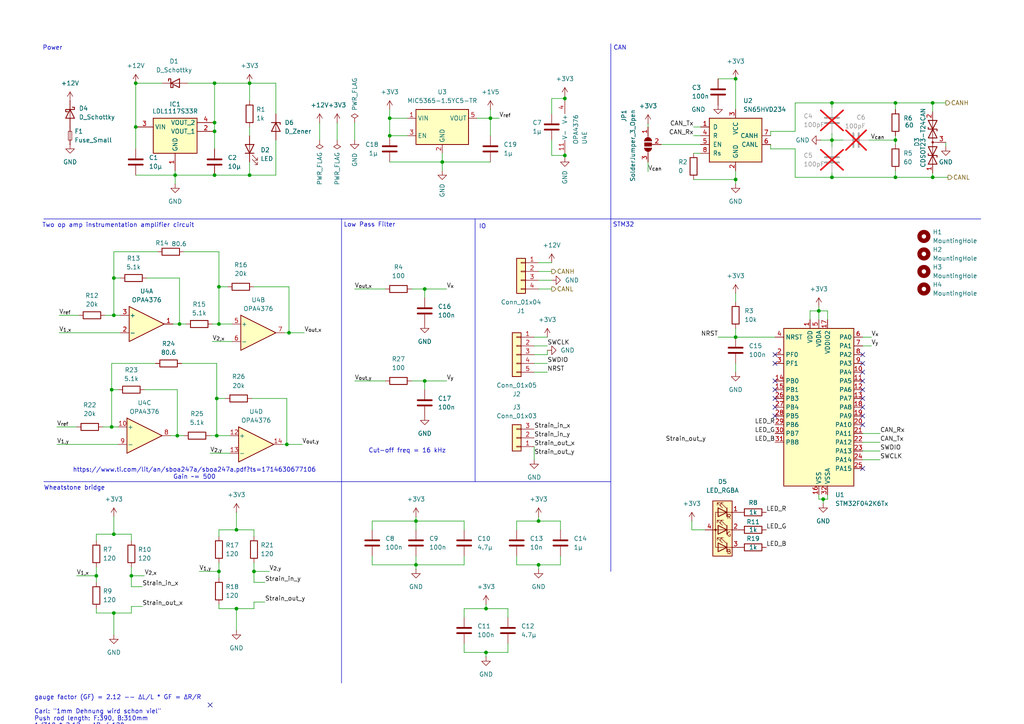
<source format=kicad_sch>
(kicad_sch
	(version 20231120)
	(generator "eeschema")
	(generator_version "8.0")
	(uuid "f8b6600d-b868-4177-9a19-9d3ea5a7ab39")
	(paper "A4")
	(lib_symbols
		(symbol "Amplifier_Operational:OPA4376"
			(pin_names
				(offset 0.127)
			)
			(exclude_from_sim no)
			(in_bom yes)
			(on_board yes)
			(property "Reference" "U"
				(at 0 5.08 0)
				(effects
					(font
						(size 1.27 1.27)
					)
					(justify left)
				)
			)
			(property "Value" "OPA4376"
				(at 0 -5.08 0)
				(effects
					(font
						(size 1.27 1.27)
					)
					(justify left)
				)
			)
			(property "Footprint" ""
				(at -1.27 2.54 0)
				(effects
					(font
						(size 1.27 1.27)
					)
					(hide yes)
				)
			)
			(property "Datasheet" "http://www.ti.com/lit/ds/symlink/opa376.pdf"
				(at 1.27 5.08 0)
				(effects
					(font
						(size 1.27 1.27)
					)
					(hide yes)
				)
			)
			(property "Description" "Quad Low-Noise, Low Quiescent Current, Precision Operational Amplifier e-trim Series, SC-70-5"
				(at 0 0 0)
				(effects
					(font
						(size 1.27 1.27)
					)
					(hide yes)
				)
			)
			(property "ki_locked" ""
				(at 0 0 0)
				(effects
					(font
						(size 1.27 1.27)
					)
				)
			)
			(property "ki_keywords" "quad opamp"
				(at 0 0 0)
				(effects
					(font
						(size 1.27 1.27)
					)
					(hide yes)
				)
			)
			(property "ki_fp_filters" "SOIC*3.9x8.7mm*P1.27mm* DIP*W7.62mm* TSSOP*4.4x5mm*P0.65mm* SSOP*5.3x6.2mm*P0.65mm* MSOP*3x3mm*P0.5mm*"
				(at 0 0 0)
				(effects
					(font
						(size 1.27 1.27)
					)
					(hide yes)
				)
			)
			(symbol "OPA4376_1_1"
				(polyline
					(pts
						(xy -5.08 5.08) (xy 5.08 0) (xy -5.08 -5.08) (xy -5.08 5.08)
					)
					(stroke
						(width 0.254)
						(type default)
					)
					(fill
						(type background)
					)
				)
				(pin output line
					(at 7.62 0 180)
					(length 2.54)
					(name "~"
						(effects
							(font
								(size 1.27 1.27)
							)
						)
					)
					(number "1"
						(effects
							(font
								(size 1.27 1.27)
							)
						)
					)
				)
				(pin input line
					(at -7.62 -2.54 0)
					(length 2.54)
					(name "-"
						(effects
							(font
								(size 1.27 1.27)
							)
						)
					)
					(number "2"
						(effects
							(font
								(size 1.27 1.27)
							)
						)
					)
				)
				(pin input line
					(at -7.62 2.54 0)
					(length 2.54)
					(name "+"
						(effects
							(font
								(size 1.27 1.27)
							)
						)
					)
					(number "3"
						(effects
							(font
								(size 1.27 1.27)
							)
						)
					)
				)
			)
			(symbol "OPA4376_2_1"
				(polyline
					(pts
						(xy -5.08 5.08) (xy 5.08 0) (xy -5.08 -5.08) (xy -5.08 5.08)
					)
					(stroke
						(width 0.254)
						(type default)
					)
					(fill
						(type background)
					)
				)
				(pin input line
					(at -7.62 2.54 0)
					(length 2.54)
					(name "+"
						(effects
							(font
								(size 1.27 1.27)
							)
						)
					)
					(number "5"
						(effects
							(font
								(size 1.27 1.27)
							)
						)
					)
				)
				(pin input line
					(at -7.62 -2.54 0)
					(length 2.54)
					(name "-"
						(effects
							(font
								(size 1.27 1.27)
							)
						)
					)
					(number "6"
						(effects
							(font
								(size 1.27 1.27)
							)
						)
					)
				)
				(pin output line
					(at 7.62 0 180)
					(length 2.54)
					(name "~"
						(effects
							(font
								(size 1.27 1.27)
							)
						)
					)
					(number "7"
						(effects
							(font
								(size 1.27 1.27)
							)
						)
					)
				)
			)
			(symbol "OPA4376_3_1"
				(polyline
					(pts
						(xy -5.08 5.08) (xy 5.08 0) (xy -5.08 -5.08) (xy -5.08 5.08)
					)
					(stroke
						(width 0.254)
						(type default)
					)
					(fill
						(type background)
					)
				)
				(pin input line
					(at -7.62 2.54 0)
					(length 2.54)
					(name "+"
						(effects
							(font
								(size 1.27 1.27)
							)
						)
					)
					(number "10"
						(effects
							(font
								(size 1.27 1.27)
							)
						)
					)
				)
				(pin output line
					(at 7.62 0 180)
					(length 2.54)
					(name "~"
						(effects
							(font
								(size 1.27 1.27)
							)
						)
					)
					(number "8"
						(effects
							(font
								(size 1.27 1.27)
							)
						)
					)
				)
				(pin input line
					(at -7.62 -2.54 0)
					(length 2.54)
					(name "-"
						(effects
							(font
								(size 1.27 1.27)
							)
						)
					)
					(number "9"
						(effects
							(font
								(size 1.27 1.27)
							)
						)
					)
				)
			)
			(symbol "OPA4376_4_1"
				(polyline
					(pts
						(xy -5.08 5.08) (xy 5.08 0) (xy -5.08 -5.08) (xy -5.08 5.08)
					)
					(stroke
						(width 0.254)
						(type default)
					)
					(fill
						(type background)
					)
				)
				(pin input line
					(at -7.62 2.54 0)
					(length 2.54)
					(name "+"
						(effects
							(font
								(size 1.27 1.27)
							)
						)
					)
					(number "12"
						(effects
							(font
								(size 1.27 1.27)
							)
						)
					)
				)
				(pin input line
					(at -7.62 -2.54 0)
					(length 2.54)
					(name "-"
						(effects
							(font
								(size 1.27 1.27)
							)
						)
					)
					(number "13"
						(effects
							(font
								(size 1.27 1.27)
							)
						)
					)
				)
				(pin output line
					(at 7.62 0 180)
					(length 2.54)
					(name "~"
						(effects
							(font
								(size 1.27 1.27)
							)
						)
					)
					(number "14"
						(effects
							(font
								(size 1.27 1.27)
							)
						)
					)
				)
			)
			(symbol "OPA4376_5_1"
				(pin power_in line
					(at -2.54 -7.62 90)
					(length 3.81)
					(name "V-"
						(effects
							(font
								(size 1.27 1.27)
							)
						)
					)
					(number "11"
						(effects
							(font
								(size 1.27 1.27)
							)
						)
					)
				)
				(pin power_in line
					(at -2.54 7.62 270)
					(length 3.81)
					(name "V+"
						(effects
							(font
								(size 1.27 1.27)
							)
						)
					)
					(number "4"
						(effects
							(font
								(size 1.27 1.27)
							)
						)
					)
				)
			)
		)
		(symbol "Connector_Generic:Conn_01x03"
			(pin_names
				(offset 1.016) hide)
			(exclude_from_sim no)
			(in_bom yes)
			(on_board yes)
			(property "Reference" "J"
				(at 0 5.08 0)
				(effects
					(font
						(size 1.27 1.27)
					)
				)
			)
			(property "Value" "Conn_01x03"
				(at 0 -5.08 0)
				(effects
					(font
						(size 1.27 1.27)
					)
				)
			)
			(property "Footprint" ""
				(at 0 0 0)
				(effects
					(font
						(size 1.27 1.27)
					)
					(hide yes)
				)
			)
			(property "Datasheet" "~"
				(at 0 0 0)
				(effects
					(font
						(size 1.27 1.27)
					)
					(hide yes)
				)
			)
			(property "Description" "Generic connector, single row, 01x03, script generated (kicad-library-utils/schlib/autogen/connector/)"
				(at 0 0 0)
				(effects
					(font
						(size 1.27 1.27)
					)
					(hide yes)
				)
			)
			(property "ki_keywords" "connector"
				(at 0 0 0)
				(effects
					(font
						(size 1.27 1.27)
					)
					(hide yes)
				)
			)
			(property "ki_fp_filters" "Connector*:*_1x??_*"
				(at 0 0 0)
				(effects
					(font
						(size 1.27 1.27)
					)
					(hide yes)
				)
			)
			(symbol "Conn_01x03_1_1"
				(rectangle
					(start -1.27 -2.413)
					(end 0 -2.667)
					(stroke
						(width 0.1524)
						(type default)
					)
					(fill
						(type none)
					)
				)
				(rectangle
					(start -1.27 0.127)
					(end 0 -0.127)
					(stroke
						(width 0.1524)
						(type default)
					)
					(fill
						(type none)
					)
				)
				(rectangle
					(start -1.27 2.667)
					(end 0 2.413)
					(stroke
						(width 0.1524)
						(type default)
					)
					(fill
						(type none)
					)
				)
				(rectangle
					(start -1.27 3.81)
					(end 1.27 -3.81)
					(stroke
						(width 0.254)
						(type default)
					)
					(fill
						(type background)
					)
				)
				(pin passive line
					(at -5.08 2.54 0)
					(length 3.81)
					(name "Pin_1"
						(effects
							(font
								(size 1.27 1.27)
							)
						)
					)
					(number "1"
						(effects
							(font
								(size 1.27 1.27)
							)
						)
					)
				)
				(pin passive line
					(at -5.08 0 0)
					(length 3.81)
					(name "Pin_2"
						(effects
							(font
								(size 1.27 1.27)
							)
						)
					)
					(number "2"
						(effects
							(font
								(size 1.27 1.27)
							)
						)
					)
				)
				(pin passive line
					(at -5.08 -2.54 0)
					(length 3.81)
					(name "Pin_3"
						(effects
							(font
								(size 1.27 1.27)
							)
						)
					)
					(number "3"
						(effects
							(font
								(size 1.27 1.27)
							)
						)
					)
				)
			)
		)
		(symbol "Connector_Generic:Conn_01x04"
			(pin_names
				(offset 1.016) hide)
			(exclude_from_sim no)
			(in_bom yes)
			(on_board yes)
			(property "Reference" "J"
				(at 0 5.08 0)
				(effects
					(font
						(size 1.27 1.27)
					)
				)
			)
			(property "Value" "Conn_01x04"
				(at 0 -7.62 0)
				(effects
					(font
						(size 1.27 1.27)
					)
				)
			)
			(property "Footprint" ""
				(at 0 0 0)
				(effects
					(font
						(size 1.27 1.27)
					)
					(hide yes)
				)
			)
			(property "Datasheet" "~"
				(at 0 0 0)
				(effects
					(font
						(size 1.27 1.27)
					)
					(hide yes)
				)
			)
			(property "Description" "Generic connector, single row, 01x04, script generated (kicad-library-utils/schlib/autogen/connector/)"
				(at 0 0 0)
				(effects
					(font
						(size 1.27 1.27)
					)
					(hide yes)
				)
			)
			(property "ki_keywords" "connector"
				(at 0 0 0)
				(effects
					(font
						(size 1.27 1.27)
					)
					(hide yes)
				)
			)
			(property "ki_fp_filters" "Connector*:*_1x??_*"
				(at 0 0 0)
				(effects
					(font
						(size 1.27 1.27)
					)
					(hide yes)
				)
			)
			(symbol "Conn_01x04_1_1"
				(rectangle
					(start -1.27 -4.953)
					(end 0 -5.207)
					(stroke
						(width 0.1524)
						(type default)
					)
					(fill
						(type none)
					)
				)
				(rectangle
					(start -1.27 -2.413)
					(end 0 -2.667)
					(stroke
						(width 0.1524)
						(type default)
					)
					(fill
						(type none)
					)
				)
				(rectangle
					(start -1.27 0.127)
					(end 0 -0.127)
					(stroke
						(width 0.1524)
						(type default)
					)
					(fill
						(type none)
					)
				)
				(rectangle
					(start -1.27 2.667)
					(end 0 2.413)
					(stroke
						(width 0.1524)
						(type default)
					)
					(fill
						(type none)
					)
				)
				(rectangle
					(start -1.27 3.81)
					(end 1.27 -6.35)
					(stroke
						(width 0.254)
						(type default)
					)
					(fill
						(type background)
					)
				)
				(pin passive line
					(at -5.08 2.54 0)
					(length 3.81)
					(name "Pin_1"
						(effects
							(font
								(size 1.27 1.27)
							)
						)
					)
					(number "1"
						(effects
							(font
								(size 1.27 1.27)
							)
						)
					)
				)
				(pin passive line
					(at -5.08 0 0)
					(length 3.81)
					(name "Pin_2"
						(effects
							(font
								(size 1.27 1.27)
							)
						)
					)
					(number "2"
						(effects
							(font
								(size 1.27 1.27)
							)
						)
					)
				)
				(pin passive line
					(at -5.08 -2.54 0)
					(length 3.81)
					(name "Pin_3"
						(effects
							(font
								(size 1.27 1.27)
							)
						)
					)
					(number "3"
						(effects
							(font
								(size 1.27 1.27)
							)
						)
					)
				)
				(pin passive line
					(at -5.08 -5.08 0)
					(length 3.81)
					(name "Pin_4"
						(effects
							(font
								(size 1.27 1.27)
							)
						)
					)
					(number "4"
						(effects
							(font
								(size 1.27 1.27)
							)
						)
					)
				)
			)
		)
		(symbol "Connector_Generic:Conn_01x05"
			(pin_names
				(offset 1.016) hide)
			(exclude_from_sim no)
			(in_bom yes)
			(on_board yes)
			(property "Reference" "J"
				(at 0 7.62 0)
				(effects
					(font
						(size 1.27 1.27)
					)
				)
			)
			(property "Value" "Conn_01x05"
				(at 0 -7.62 0)
				(effects
					(font
						(size 1.27 1.27)
					)
				)
			)
			(property "Footprint" ""
				(at 0 0 0)
				(effects
					(font
						(size 1.27 1.27)
					)
					(hide yes)
				)
			)
			(property "Datasheet" "~"
				(at 0 0 0)
				(effects
					(font
						(size 1.27 1.27)
					)
					(hide yes)
				)
			)
			(property "Description" "Generic connector, single row, 01x05, script generated (kicad-library-utils/schlib/autogen/connector/)"
				(at 0 0 0)
				(effects
					(font
						(size 1.27 1.27)
					)
					(hide yes)
				)
			)
			(property "ki_keywords" "connector"
				(at 0 0 0)
				(effects
					(font
						(size 1.27 1.27)
					)
					(hide yes)
				)
			)
			(property "ki_fp_filters" "Connector*:*_1x??_*"
				(at 0 0 0)
				(effects
					(font
						(size 1.27 1.27)
					)
					(hide yes)
				)
			)
			(symbol "Conn_01x05_1_1"
				(rectangle
					(start -1.27 -4.953)
					(end 0 -5.207)
					(stroke
						(width 0.1524)
						(type default)
					)
					(fill
						(type none)
					)
				)
				(rectangle
					(start -1.27 -2.413)
					(end 0 -2.667)
					(stroke
						(width 0.1524)
						(type default)
					)
					(fill
						(type none)
					)
				)
				(rectangle
					(start -1.27 0.127)
					(end 0 -0.127)
					(stroke
						(width 0.1524)
						(type default)
					)
					(fill
						(type none)
					)
				)
				(rectangle
					(start -1.27 2.667)
					(end 0 2.413)
					(stroke
						(width 0.1524)
						(type default)
					)
					(fill
						(type none)
					)
				)
				(rectangle
					(start -1.27 5.207)
					(end 0 4.953)
					(stroke
						(width 0.1524)
						(type default)
					)
					(fill
						(type none)
					)
				)
				(rectangle
					(start -1.27 6.35)
					(end 1.27 -6.35)
					(stroke
						(width 0.254)
						(type default)
					)
					(fill
						(type background)
					)
				)
				(pin passive line
					(at -5.08 5.08 0)
					(length 3.81)
					(name "Pin_1"
						(effects
							(font
								(size 1.27 1.27)
							)
						)
					)
					(number "1"
						(effects
							(font
								(size 1.27 1.27)
							)
						)
					)
				)
				(pin passive line
					(at -5.08 2.54 0)
					(length 3.81)
					(name "Pin_2"
						(effects
							(font
								(size 1.27 1.27)
							)
						)
					)
					(number "2"
						(effects
							(font
								(size 1.27 1.27)
							)
						)
					)
				)
				(pin passive line
					(at -5.08 0 0)
					(length 3.81)
					(name "Pin_3"
						(effects
							(font
								(size 1.27 1.27)
							)
						)
					)
					(number "3"
						(effects
							(font
								(size 1.27 1.27)
							)
						)
					)
				)
				(pin passive line
					(at -5.08 -2.54 0)
					(length 3.81)
					(name "Pin_4"
						(effects
							(font
								(size 1.27 1.27)
							)
						)
					)
					(number "4"
						(effects
							(font
								(size 1.27 1.27)
							)
						)
					)
				)
				(pin passive line
					(at -5.08 -5.08 0)
					(length 3.81)
					(name "Pin_5"
						(effects
							(font
								(size 1.27 1.27)
							)
						)
					)
					(number "5"
						(effects
							(font
								(size 1.27 1.27)
							)
						)
					)
				)
			)
		)
		(symbol "Device:C"
			(pin_numbers hide)
			(pin_names
				(offset 0.254)
			)
			(exclude_from_sim no)
			(in_bom yes)
			(on_board yes)
			(property "Reference" "C"
				(at 0.635 2.54 0)
				(effects
					(font
						(size 1.27 1.27)
					)
					(justify left)
				)
			)
			(property "Value" "C"
				(at 0.635 -2.54 0)
				(effects
					(font
						(size 1.27 1.27)
					)
					(justify left)
				)
			)
			(property "Footprint" ""
				(at 0.9652 -3.81 0)
				(effects
					(font
						(size 1.27 1.27)
					)
					(hide yes)
				)
			)
			(property "Datasheet" "~"
				(at 0 0 0)
				(effects
					(font
						(size 1.27 1.27)
					)
					(hide yes)
				)
			)
			(property "Description" "Unpolarized capacitor"
				(at 0 0 0)
				(effects
					(font
						(size 1.27 1.27)
					)
					(hide yes)
				)
			)
			(property "ki_keywords" "cap capacitor"
				(at 0 0 0)
				(effects
					(font
						(size 1.27 1.27)
					)
					(hide yes)
				)
			)
			(property "ki_fp_filters" "C_*"
				(at 0 0 0)
				(effects
					(font
						(size 1.27 1.27)
					)
					(hide yes)
				)
			)
			(symbol "C_0_1"
				(polyline
					(pts
						(xy -2.032 -0.762) (xy 2.032 -0.762)
					)
					(stroke
						(width 0.508)
						(type default)
					)
					(fill
						(type none)
					)
				)
				(polyline
					(pts
						(xy -2.032 0.762) (xy 2.032 0.762)
					)
					(stroke
						(width 0.508)
						(type default)
					)
					(fill
						(type none)
					)
				)
			)
			(symbol "C_1_1"
				(pin passive line
					(at 0 3.81 270)
					(length 2.794)
					(name "~"
						(effects
							(font
								(size 1.27 1.27)
							)
						)
					)
					(number "1"
						(effects
							(font
								(size 1.27 1.27)
							)
						)
					)
				)
				(pin passive line
					(at 0 -3.81 90)
					(length 2.794)
					(name "~"
						(effects
							(font
								(size 1.27 1.27)
							)
						)
					)
					(number "2"
						(effects
							(font
								(size 1.27 1.27)
							)
						)
					)
				)
			)
		)
		(symbol "Device:D_Schottky"
			(pin_numbers hide)
			(pin_names
				(offset 1.016) hide)
			(exclude_from_sim no)
			(in_bom yes)
			(on_board yes)
			(property "Reference" "D"
				(at 0 2.54 0)
				(effects
					(font
						(size 1.27 1.27)
					)
				)
			)
			(property "Value" "D_Schottky"
				(at 0 -2.54 0)
				(effects
					(font
						(size 1.27 1.27)
					)
				)
			)
			(property "Footprint" ""
				(at 0 0 0)
				(effects
					(font
						(size 1.27 1.27)
					)
					(hide yes)
				)
			)
			(property "Datasheet" "~"
				(at 0 0 0)
				(effects
					(font
						(size 1.27 1.27)
					)
					(hide yes)
				)
			)
			(property "Description" "Schottky diode"
				(at 0 0 0)
				(effects
					(font
						(size 1.27 1.27)
					)
					(hide yes)
				)
			)
			(property "ki_keywords" "diode Schottky"
				(at 0 0 0)
				(effects
					(font
						(size 1.27 1.27)
					)
					(hide yes)
				)
			)
			(property "ki_fp_filters" "TO-???* *_Diode_* *SingleDiode* D_*"
				(at 0 0 0)
				(effects
					(font
						(size 1.27 1.27)
					)
					(hide yes)
				)
			)
			(symbol "D_Schottky_0_1"
				(polyline
					(pts
						(xy 1.27 0) (xy -1.27 0)
					)
					(stroke
						(width 0)
						(type default)
					)
					(fill
						(type none)
					)
				)
				(polyline
					(pts
						(xy 1.27 1.27) (xy 1.27 -1.27) (xy -1.27 0) (xy 1.27 1.27)
					)
					(stroke
						(width 0.254)
						(type default)
					)
					(fill
						(type none)
					)
				)
				(polyline
					(pts
						(xy -1.905 0.635) (xy -1.905 1.27) (xy -1.27 1.27) (xy -1.27 -1.27) (xy -0.635 -1.27) (xy -0.635 -0.635)
					)
					(stroke
						(width 0.254)
						(type default)
					)
					(fill
						(type none)
					)
				)
			)
			(symbol "D_Schottky_1_1"
				(pin passive line
					(at -3.81 0 0)
					(length 2.54)
					(name "K"
						(effects
							(font
								(size 1.27 1.27)
							)
						)
					)
					(number "1"
						(effects
							(font
								(size 1.27 1.27)
							)
						)
					)
				)
				(pin passive line
					(at 3.81 0 180)
					(length 2.54)
					(name "A"
						(effects
							(font
								(size 1.27 1.27)
							)
						)
					)
					(number "2"
						(effects
							(font
								(size 1.27 1.27)
							)
						)
					)
				)
			)
		)
		(symbol "Device:D_TVS_Dual_AAC"
			(pin_names
				(offset 1.016) hide)
			(exclude_from_sim no)
			(in_bom yes)
			(on_board yes)
			(property "Reference" "D"
				(at 0 4.445 0)
				(effects
					(font
						(size 1.27 1.27)
					)
				)
			)
			(property "Value" "D_TVS_Dual_AAC"
				(at 0 2.54 0)
				(effects
					(font
						(size 1.27 1.27)
					)
				)
			)
			(property "Footprint" ""
				(at -3.81 0 0)
				(effects
					(font
						(size 1.27 1.27)
					)
					(hide yes)
				)
			)
			(property "Datasheet" "~"
				(at -3.81 0 0)
				(effects
					(font
						(size 1.27 1.27)
					)
					(hide yes)
				)
			)
			(property "Description" "Bidirectional dual transient-voltage-suppression diode, center on pin 3"
				(at 0 0 0)
				(effects
					(font
						(size 1.27 1.27)
					)
					(hide yes)
				)
			)
			(property "ki_keywords" "diode TVS thyrector"
				(at 0 0 0)
				(effects
					(font
						(size 1.27 1.27)
					)
					(hide yes)
				)
			)
			(symbol "D_TVS_Dual_AAC_0_0"
				(polyline
					(pts
						(xy 0 -1.27) (xy 0 0)
					)
					(stroke
						(width 0)
						(type default)
					)
					(fill
						(type none)
					)
				)
			)
			(symbol "D_TVS_Dual_AAC_0_1"
				(polyline
					(pts
						(xy -6.35 0) (xy 6.35 0)
					)
					(stroke
						(width 0)
						(type default)
					)
					(fill
						(type none)
					)
				)
				(polyline
					(pts
						(xy -3.302 1.27) (xy -3.81 1.27) (xy -3.81 -1.27) (xy -4.318 -1.27)
					)
					(stroke
						(width 0.254)
						(type default)
					)
					(fill
						(type none)
					)
				)
				(polyline
					(pts
						(xy 4.318 1.27) (xy 3.81 1.27) (xy 3.81 -1.27) (xy 3.302 -1.27)
					)
					(stroke
						(width 0.254)
						(type default)
					)
					(fill
						(type none)
					)
				)
				(polyline
					(pts
						(xy -6.35 1.27) (xy -1.27 -1.27) (xy -1.27 1.27) (xy -6.35 -1.27) (xy -6.35 1.27)
					)
					(stroke
						(width 0.254)
						(type default)
					)
					(fill
						(type none)
					)
				)
				(polyline
					(pts
						(xy 6.35 1.27) (xy 1.27 -1.27) (xy 1.27 1.27) (xy 6.35 -1.27) (xy 6.35 1.27)
					)
					(stroke
						(width 0.254)
						(type default)
					)
					(fill
						(type none)
					)
				)
				(circle
					(center 0 0)
					(radius 0.254)
					(stroke
						(width 0)
						(type default)
					)
					(fill
						(type outline)
					)
				)
			)
			(symbol "D_TVS_Dual_AAC_1_1"
				(pin passive line
					(at -8.89 0 0)
					(length 2.54)
					(name "A1"
						(effects
							(font
								(size 1.27 1.27)
							)
						)
					)
					(number "1"
						(effects
							(font
								(size 1.27 1.27)
							)
						)
					)
				)
				(pin passive line
					(at 8.89 0 180)
					(length 2.54)
					(name "A2"
						(effects
							(font
								(size 1.27 1.27)
							)
						)
					)
					(number "2"
						(effects
							(font
								(size 1.27 1.27)
							)
						)
					)
				)
				(pin input line
					(at 0 -3.81 90)
					(length 2.54)
					(name "common"
						(effects
							(font
								(size 1.27 1.27)
							)
						)
					)
					(number "3"
						(effects
							(font
								(size 1.27 1.27)
							)
						)
					)
				)
			)
		)
		(symbol "Device:D_Zener"
			(pin_numbers hide)
			(pin_names
				(offset 1.016) hide)
			(exclude_from_sim no)
			(in_bom yes)
			(on_board yes)
			(property "Reference" "D"
				(at 0 2.54 0)
				(effects
					(font
						(size 1.27 1.27)
					)
				)
			)
			(property "Value" "D_Zener"
				(at 0 -2.54 0)
				(effects
					(font
						(size 1.27 1.27)
					)
				)
			)
			(property "Footprint" ""
				(at 0 0 0)
				(effects
					(font
						(size 1.27 1.27)
					)
					(hide yes)
				)
			)
			(property "Datasheet" "~"
				(at 0 0 0)
				(effects
					(font
						(size 1.27 1.27)
					)
					(hide yes)
				)
			)
			(property "Description" "Zener diode"
				(at 0 0 0)
				(effects
					(font
						(size 1.27 1.27)
					)
					(hide yes)
				)
			)
			(property "ki_keywords" "diode"
				(at 0 0 0)
				(effects
					(font
						(size 1.27 1.27)
					)
					(hide yes)
				)
			)
			(property "ki_fp_filters" "TO-???* *_Diode_* *SingleDiode* D_*"
				(at 0 0 0)
				(effects
					(font
						(size 1.27 1.27)
					)
					(hide yes)
				)
			)
			(symbol "D_Zener_0_1"
				(polyline
					(pts
						(xy 1.27 0) (xy -1.27 0)
					)
					(stroke
						(width 0)
						(type default)
					)
					(fill
						(type none)
					)
				)
				(polyline
					(pts
						(xy -1.27 -1.27) (xy -1.27 1.27) (xy -0.762 1.27)
					)
					(stroke
						(width 0.254)
						(type default)
					)
					(fill
						(type none)
					)
				)
				(polyline
					(pts
						(xy 1.27 -1.27) (xy 1.27 1.27) (xy -1.27 0) (xy 1.27 -1.27)
					)
					(stroke
						(width 0.254)
						(type default)
					)
					(fill
						(type none)
					)
				)
			)
			(symbol "D_Zener_1_1"
				(pin passive line
					(at -3.81 0 0)
					(length 2.54)
					(name "K"
						(effects
							(font
								(size 1.27 1.27)
							)
						)
					)
					(number "1"
						(effects
							(font
								(size 1.27 1.27)
							)
						)
					)
				)
				(pin passive line
					(at 3.81 0 180)
					(length 2.54)
					(name "A"
						(effects
							(font
								(size 1.27 1.27)
							)
						)
					)
					(number "2"
						(effects
							(font
								(size 1.27 1.27)
							)
						)
					)
				)
			)
		)
		(symbol "Device:Fuse_Small"
			(pin_numbers hide)
			(pin_names
				(offset 0.254) hide)
			(exclude_from_sim no)
			(in_bom yes)
			(on_board yes)
			(property "Reference" "F"
				(at 0 -1.524 0)
				(effects
					(font
						(size 1.27 1.27)
					)
				)
			)
			(property "Value" "Fuse_Small"
				(at 0 1.524 0)
				(effects
					(font
						(size 1.27 1.27)
					)
				)
			)
			(property "Footprint" ""
				(at 0 0 0)
				(effects
					(font
						(size 1.27 1.27)
					)
					(hide yes)
				)
			)
			(property "Datasheet" "~"
				(at 0 0 0)
				(effects
					(font
						(size 1.27 1.27)
					)
					(hide yes)
				)
			)
			(property "Description" "Fuse, small symbol"
				(at 0 0 0)
				(effects
					(font
						(size 1.27 1.27)
					)
					(hide yes)
				)
			)
			(property "ki_keywords" "fuse"
				(at 0 0 0)
				(effects
					(font
						(size 1.27 1.27)
					)
					(hide yes)
				)
			)
			(property "ki_fp_filters" "*Fuse*"
				(at 0 0 0)
				(effects
					(font
						(size 1.27 1.27)
					)
					(hide yes)
				)
			)
			(symbol "Fuse_Small_0_1"
				(rectangle
					(start -1.27 0.508)
					(end 1.27 -0.508)
					(stroke
						(width 0)
						(type default)
					)
					(fill
						(type none)
					)
				)
				(polyline
					(pts
						(xy -1.27 0) (xy 1.27 0)
					)
					(stroke
						(width 0)
						(type default)
					)
					(fill
						(type none)
					)
				)
			)
			(symbol "Fuse_Small_1_1"
				(pin passive line
					(at -2.54 0 0)
					(length 1.27)
					(name "~"
						(effects
							(font
								(size 1.27 1.27)
							)
						)
					)
					(number "1"
						(effects
							(font
								(size 1.27 1.27)
							)
						)
					)
				)
				(pin passive line
					(at 2.54 0 180)
					(length 1.27)
					(name "~"
						(effects
							(font
								(size 1.27 1.27)
							)
						)
					)
					(number "2"
						(effects
							(font
								(size 1.27 1.27)
							)
						)
					)
				)
			)
		)
		(symbol "Device:LED"
			(pin_numbers hide)
			(pin_names
				(offset 1.016) hide)
			(exclude_from_sim no)
			(in_bom yes)
			(on_board yes)
			(property "Reference" "D"
				(at 0 2.54 0)
				(effects
					(font
						(size 1.27 1.27)
					)
				)
			)
			(property "Value" "LED"
				(at 0 -2.54 0)
				(effects
					(font
						(size 1.27 1.27)
					)
				)
			)
			(property "Footprint" ""
				(at 0 0 0)
				(effects
					(font
						(size 1.27 1.27)
					)
					(hide yes)
				)
			)
			(property "Datasheet" "~"
				(at 0 0 0)
				(effects
					(font
						(size 1.27 1.27)
					)
					(hide yes)
				)
			)
			(property "Description" "Light emitting diode"
				(at 0 0 0)
				(effects
					(font
						(size 1.27 1.27)
					)
					(hide yes)
				)
			)
			(property "ki_keywords" "LED diode"
				(at 0 0 0)
				(effects
					(font
						(size 1.27 1.27)
					)
					(hide yes)
				)
			)
			(property "ki_fp_filters" "LED* LED_SMD:* LED_THT:*"
				(at 0 0 0)
				(effects
					(font
						(size 1.27 1.27)
					)
					(hide yes)
				)
			)
			(symbol "LED_0_1"
				(polyline
					(pts
						(xy -1.27 -1.27) (xy -1.27 1.27)
					)
					(stroke
						(width 0.254)
						(type default)
					)
					(fill
						(type none)
					)
				)
				(polyline
					(pts
						(xy -1.27 0) (xy 1.27 0)
					)
					(stroke
						(width 0)
						(type default)
					)
					(fill
						(type none)
					)
				)
				(polyline
					(pts
						(xy 1.27 -1.27) (xy 1.27 1.27) (xy -1.27 0) (xy 1.27 -1.27)
					)
					(stroke
						(width 0.254)
						(type default)
					)
					(fill
						(type none)
					)
				)
				(polyline
					(pts
						(xy -3.048 -0.762) (xy -4.572 -2.286) (xy -3.81 -2.286) (xy -4.572 -2.286) (xy -4.572 -1.524)
					)
					(stroke
						(width 0)
						(type default)
					)
					(fill
						(type none)
					)
				)
				(polyline
					(pts
						(xy -1.778 -0.762) (xy -3.302 -2.286) (xy -2.54 -2.286) (xy -3.302 -2.286) (xy -3.302 -1.524)
					)
					(stroke
						(width 0)
						(type default)
					)
					(fill
						(type none)
					)
				)
			)
			(symbol "LED_1_1"
				(pin passive line
					(at -3.81 0 0)
					(length 2.54)
					(name "K"
						(effects
							(font
								(size 1.27 1.27)
							)
						)
					)
					(number "1"
						(effects
							(font
								(size 1.27 1.27)
							)
						)
					)
				)
				(pin passive line
					(at 3.81 0 180)
					(length 2.54)
					(name "A"
						(effects
							(font
								(size 1.27 1.27)
							)
						)
					)
					(number "2"
						(effects
							(font
								(size 1.27 1.27)
							)
						)
					)
				)
			)
		)
		(symbol "Device:LED_RGBA"
			(pin_names
				(offset 0) hide)
			(exclude_from_sim no)
			(in_bom yes)
			(on_board yes)
			(property "Reference" "D"
				(at 0 9.398 0)
				(effects
					(font
						(size 1.27 1.27)
					)
				)
			)
			(property "Value" "LED_RGBA"
				(at 0 -8.89 0)
				(effects
					(font
						(size 1.27 1.27)
					)
				)
			)
			(property "Footprint" ""
				(at 0 -1.27 0)
				(effects
					(font
						(size 1.27 1.27)
					)
					(hide yes)
				)
			)
			(property "Datasheet" "~"
				(at 0 -1.27 0)
				(effects
					(font
						(size 1.27 1.27)
					)
					(hide yes)
				)
			)
			(property "Description" "RGB LED, red/green/blue/anode"
				(at 0 0 0)
				(effects
					(font
						(size 1.27 1.27)
					)
					(hide yes)
				)
			)
			(property "ki_keywords" "LED RGB diode"
				(at 0 0 0)
				(effects
					(font
						(size 1.27 1.27)
					)
					(hide yes)
				)
			)
			(property "ki_fp_filters" "LED* LED_SMD:* LED_THT:*"
				(at 0 0 0)
				(effects
					(font
						(size 1.27 1.27)
					)
					(hide yes)
				)
			)
			(symbol "LED_RGBA_0_0"
				(text "B"
					(at -1.905 -6.35 0)
					(effects
						(font
							(size 1.27 1.27)
						)
					)
				)
				(text "G"
					(at -1.905 -1.27 0)
					(effects
						(font
							(size 1.27 1.27)
						)
					)
				)
				(text "R"
					(at -1.905 3.81 0)
					(effects
						(font
							(size 1.27 1.27)
						)
					)
				)
			)
			(symbol "LED_RGBA_0_1"
				(polyline
					(pts
						(xy -1.27 -5.08) (xy -2.54 -5.08)
					)
					(stroke
						(width 0)
						(type default)
					)
					(fill
						(type none)
					)
				)
				(polyline
					(pts
						(xy -1.27 -5.08) (xy 1.27 -5.08)
					)
					(stroke
						(width 0)
						(type default)
					)
					(fill
						(type none)
					)
				)
				(polyline
					(pts
						(xy -1.27 -3.81) (xy -1.27 -6.35)
					)
					(stroke
						(width 0.254)
						(type default)
					)
					(fill
						(type none)
					)
				)
				(polyline
					(pts
						(xy -1.27 0) (xy -2.54 0)
					)
					(stroke
						(width 0)
						(type default)
					)
					(fill
						(type none)
					)
				)
				(polyline
					(pts
						(xy -1.27 1.27) (xy -1.27 -1.27)
					)
					(stroke
						(width 0.254)
						(type default)
					)
					(fill
						(type none)
					)
				)
				(polyline
					(pts
						(xy -1.27 5.08) (xy -2.54 5.08)
					)
					(stroke
						(width 0)
						(type default)
					)
					(fill
						(type none)
					)
				)
				(polyline
					(pts
						(xy -1.27 5.08) (xy 1.27 5.08)
					)
					(stroke
						(width 0)
						(type default)
					)
					(fill
						(type none)
					)
				)
				(polyline
					(pts
						(xy -1.27 6.35) (xy -1.27 3.81)
					)
					(stroke
						(width 0.254)
						(type default)
					)
					(fill
						(type none)
					)
				)
				(polyline
					(pts
						(xy 1.27 0) (xy -1.27 0)
					)
					(stroke
						(width 0)
						(type default)
					)
					(fill
						(type none)
					)
				)
				(polyline
					(pts
						(xy 1.27 0) (xy 2.54 0)
					)
					(stroke
						(width 0)
						(type default)
					)
					(fill
						(type none)
					)
				)
				(polyline
					(pts
						(xy -1.27 1.27) (xy -1.27 -1.27) (xy -1.27 -1.27)
					)
					(stroke
						(width 0)
						(type default)
					)
					(fill
						(type none)
					)
				)
				(polyline
					(pts
						(xy -1.27 6.35) (xy -1.27 3.81) (xy -1.27 3.81)
					)
					(stroke
						(width 0)
						(type default)
					)
					(fill
						(type none)
					)
				)
				(polyline
					(pts
						(xy 1.27 -5.08) (xy 2.032 -5.08) (xy 2.032 5.08) (xy 1.27 5.08)
					)
					(stroke
						(width 0)
						(type default)
					)
					(fill
						(type none)
					)
				)
				(polyline
					(pts
						(xy 1.27 -3.81) (xy 1.27 -6.35) (xy -1.27 -5.08) (xy 1.27 -3.81)
					)
					(stroke
						(width 0.254)
						(type default)
					)
					(fill
						(type none)
					)
				)
				(polyline
					(pts
						(xy 1.27 1.27) (xy 1.27 -1.27) (xy -1.27 0) (xy 1.27 1.27)
					)
					(stroke
						(width 0.254)
						(type default)
					)
					(fill
						(type none)
					)
				)
				(polyline
					(pts
						(xy 1.27 6.35) (xy 1.27 3.81) (xy -1.27 5.08) (xy 1.27 6.35)
					)
					(stroke
						(width 0.254)
						(type default)
					)
					(fill
						(type none)
					)
				)
				(polyline
					(pts
						(xy -1.016 -3.81) (xy 0.508 -2.286) (xy -0.254 -2.286) (xy 0.508 -2.286) (xy 0.508 -3.048)
					)
					(stroke
						(width 0)
						(type default)
					)
					(fill
						(type none)
					)
				)
				(polyline
					(pts
						(xy -1.016 1.27) (xy 0.508 2.794) (xy -0.254 2.794) (xy 0.508 2.794) (xy 0.508 2.032)
					)
					(stroke
						(width 0)
						(type default)
					)
					(fill
						(type none)
					)
				)
				(polyline
					(pts
						(xy -1.016 6.35) (xy 0.508 7.874) (xy -0.254 7.874) (xy 0.508 7.874) (xy 0.508 7.112)
					)
					(stroke
						(width 0)
						(type default)
					)
					(fill
						(type none)
					)
				)
				(polyline
					(pts
						(xy 0 -3.81) (xy 1.524 -2.286) (xy 0.762 -2.286) (xy 1.524 -2.286) (xy 1.524 -3.048)
					)
					(stroke
						(width 0)
						(type default)
					)
					(fill
						(type none)
					)
				)
				(polyline
					(pts
						(xy 0 1.27) (xy 1.524 2.794) (xy 0.762 2.794) (xy 1.524 2.794) (xy 1.524 2.032)
					)
					(stroke
						(width 0)
						(type default)
					)
					(fill
						(type none)
					)
				)
				(polyline
					(pts
						(xy 0 6.35) (xy 1.524 7.874) (xy 0.762 7.874) (xy 1.524 7.874) (xy 1.524 7.112)
					)
					(stroke
						(width 0)
						(type default)
					)
					(fill
						(type none)
					)
				)
				(rectangle
					(start 1.27 -1.27)
					(end 1.27 1.27)
					(stroke
						(width 0)
						(type default)
					)
					(fill
						(type none)
					)
				)
				(rectangle
					(start 1.27 1.27)
					(end 1.27 1.27)
					(stroke
						(width 0)
						(type default)
					)
					(fill
						(type none)
					)
				)
				(rectangle
					(start 1.27 3.81)
					(end 1.27 6.35)
					(stroke
						(width 0)
						(type default)
					)
					(fill
						(type none)
					)
				)
				(rectangle
					(start 1.27 6.35)
					(end 1.27 6.35)
					(stroke
						(width 0)
						(type default)
					)
					(fill
						(type none)
					)
				)
				(circle
					(center 2.032 0)
					(radius 0.254)
					(stroke
						(width 0)
						(type default)
					)
					(fill
						(type outline)
					)
				)
				(rectangle
					(start 2.794 8.382)
					(end -2.794 -7.62)
					(stroke
						(width 0.254)
						(type default)
					)
					(fill
						(type background)
					)
				)
			)
			(symbol "LED_RGBA_1_1"
				(pin passive line
					(at -5.08 5.08 0)
					(length 2.54)
					(name "RK"
						(effects
							(font
								(size 1.27 1.27)
							)
						)
					)
					(number "1"
						(effects
							(font
								(size 1.27 1.27)
							)
						)
					)
				)
				(pin passive line
					(at -5.08 0 0)
					(length 2.54)
					(name "GK"
						(effects
							(font
								(size 1.27 1.27)
							)
						)
					)
					(number "2"
						(effects
							(font
								(size 1.27 1.27)
							)
						)
					)
				)
				(pin passive line
					(at -5.08 -5.08 0)
					(length 2.54)
					(name "BK"
						(effects
							(font
								(size 1.27 1.27)
							)
						)
					)
					(number "3"
						(effects
							(font
								(size 1.27 1.27)
							)
						)
					)
				)
				(pin passive line
					(at 5.08 0 180)
					(length 2.54)
					(name "A"
						(effects
							(font
								(size 1.27 1.27)
							)
						)
					)
					(number "4"
						(effects
							(font
								(size 1.27 1.27)
							)
						)
					)
				)
			)
		)
		(symbol "Device:R"
			(pin_numbers hide)
			(pin_names
				(offset 0)
			)
			(exclude_from_sim no)
			(in_bom yes)
			(on_board yes)
			(property "Reference" "R"
				(at 2.032 0 90)
				(effects
					(font
						(size 1.27 1.27)
					)
				)
			)
			(property "Value" "R"
				(at 0 0 90)
				(effects
					(font
						(size 1.27 1.27)
					)
				)
			)
			(property "Footprint" ""
				(at -1.778 0 90)
				(effects
					(font
						(size 1.27 1.27)
					)
					(hide yes)
				)
			)
			(property "Datasheet" "~"
				(at 0 0 0)
				(effects
					(font
						(size 1.27 1.27)
					)
					(hide yes)
				)
			)
			(property "Description" "Resistor"
				(at 0 0 0)
				(effects
					(font
						(size 1.27 1.27)
					)
					(hide yes)
				)
			)
			(property "ki_keywords" "R res resistor"
				(at 0 0 0)
				(effects
					(font
						(size 1.27 1.27)
					)
					(hide yes)
				)
			)
			(property "ki_fp_filters" "R_*"
				(at 0 0 0)
				(effects
					(font
						(size 1.27 1.27)
					)
					(hide yes)
				)
			)
			(symbol "R_0_1"
				(rectangle
					(start -1.016 -2.54)
					(end 1.016 2.54)
					(stroke
						(width 0.254)
						(type default)
					)
					(fill
						(type none)
					)
				)
			)
			(symbol "R_1_1"
				(pin passive line
					(at 0 3.81 270)
					(length 1.27)
					(name "~"
						(effects
							(font
								(size 1.27 1.27)
							)
						)
					)
					(number "1"
						(effects
							(font
								(size 1.27 1.27)
							)
						)
					)
				)
				(pin passive line
					(at 0 -3.81 90)
					(length 1.27)
					(name "~"
						(effects
							(font
								(size 1.27 1.27)
							)
						)
					)
					(number "2"
						(effects
							(font
								(size 1.27 1.27)
							)
						)
					)
				)
			)
		)
		(symbol "Interface_CAN_LIN:SN65HVD234"
			(pin_names
				(offset 1.016)
			)
			(exclude_from_sim no)
			(in_bom yes)
			(on_board yes)
			(property "Reference" "U"
				(at -2.54 10.16 0)
				(effects
					(font
						(size 1.27 1.27)
					)
					(justify right)
				)
			)
			(property "Value" "SN65HVD234"
				(at -2.54 7.62 0)
				(effects
					(font
						(size 1.27 1.27)
					)
					(justify right)
				)
			)
			(property "Footprint" "Package_SO:SOIC-8_3.9x4.9mm_P1.27mm"
				(at 0 -12.7 0)
				(effects
					(font
						(size 1.27 1.27)
					)
					(hide yes)
				)
			)
			(property "Datasheet" "http://www.ti.com/lit/ds/symlink/sn65hvd234.pdf"
				(at -2.54 10.16 0)
				(effects
					(font
						(size 1.27 1.27)
					)
					(hide yes)
				)
			)
			(property "Description" "CAN Bus Transceiver, 3.3V, 1Mbps, Enable feature, SOIC-8"
				(at 0 0 0)
				(effects
					(font
						(size 1.27 1.27)
					)
					(hide yes)
				)
			)
			(property "ki_keywords" "can transeiver ti"
				(at 0 0 0)
				(effects
					(font
						(size 1.27 1.27)
					)
					(hide yes)
				)
			)
			(property "ki_fp_filters" "SOIC*3.9x4.9mm*P1.27mm*"
				(at 0 0 0)
				(effects
					(font
						(size 1.27 1.27)
					)
					(hide yes)
				)
			)
			(symbol "SN65HVD234_0_1"
				(rectangle
					(start -7.62 5.08)
					(end 7.62 -7.62)
					(stroke
						(width 0.254)
						(type default)
					)
					(fill
						(type background)
					)
				)
			)
			(symbol "SN65HVD234_1_1"
				(pin input line
					(at -10.16 2.54 0)
					(length 2.54)
					(name "D"
						(effects
							(font
								(size 1.27 1.27)
							)
						)
					)
					(number "1"
						(effects
							(font
								(size 1.27 1.27)
							)
						)
					)
				)
				(pin power_in line
					(at 0 -10.16 90)
					(length 2.54)
					(name "GND"
						(effects
							(font
								(size 1.27 1.27)
							)
						)
					)
					(number "2"
						(effects
							(font
								(size 1.27 1.27)
							)
						)
					)
				)
				(pin power_in line
					(at 0 7.62 270)
					(length 2.54)
					(name "VCC"
						(effects
							(font
								(size 1.27 1.27)
							)
						)
					)
					(number "3"
						(effects
							(font
								(size 1.27 1.27)
							)
						)
					)
				)
				(pin output line
					(at -10.16 0 0)
					(length 2.54)
					(name "R"
						(effects
							(font
								(size 1.27 1.27)
							)
						)
					)
					(number "4"
						(effects
							(font
								(size 1.27 1.27)
							)
						)
					)
				)
				(pin input line
					(at -10.16 -2.54 0)
					(length 2.54)
					(name "EN"
						(effects
							(font
								(size 1.27 1.27)
							)
						)
					)
					(number "5"
						(effects
							(font
								(size 1.27 1.27)
							)
						)
					)
				)
				(pin bidirectional line
					(at 10.16 -2.54 180)
					(length 2.54)
					(name "CANL"
						(effects
							(font
								(size 1.27 1.27)
							)
						)
					)
					(number "6"
						(effects
							(font
								(size 1.27 1.27)
							)
						)
					)
				)
				(pin bidirectional line
					(at 10.16 0 180)
					(length 2.54)
					(name "CANH"
						(effects
							(font
								(size 1.27 1.27)
							)
						)
					)
					(number "7"
						(effects
							(font
								(size 1.27 1.27)
							)
						)
					)
				)
				(pin input line
					(at -10.16 -5.08 0)
					(length 2.54)
					(name "Rs"
						(effects
							(font
								(size 1.27 1.27)
							)
						)
					)
					(number "8"
						(effects
							(font
								(size 1.27 1.27)
							)
						)
					)
				)
			)
		)
		(symbol "Jumper:SolderJumper_3_Open"
			(pin_names
				(offset 0) hide)
			(exclude_from_sim no)
			(in_bom yes)
			(on_board yes)
			(property "Reference" "JP"
				(at -2.54 -2.54 0)
				(effects
					(font
						(size 1.27 1.27)
					)
				)
			)
			(property "Value" "SolderJumper_3_Open"
				(at 0 2.794 0)
				(effects
					(font
						(size 1.27 1.27)
					)
				)
			)
			(property "Footprint" ""
				(at 0 0 0)
				(effects
					(font
						(size 1.27 1.27)
					)
					(hide yes)
				)
			)
			(property "Datasheet" "~"
				(at 0 0 0)
				(effects
					(font
						(size 1.27 1.27)
					)
					(hide yes)
				)
			)
			(property "Description" "Solder Jumper, 3-pole, open"
				(at 0 0 0)
				(effects
					(font
						(size 1.27 1.27)
					)
					(hide yes)
				)
			)
			(property "ki_keywords" "Solder Jumper SPDT"
				(at 0 0 0)
				(effects
					(font
						(size 1.27 1.27)
					)
					(hide yes)
				)
			)
			(property "ki_fp_filters" "SolderJumper*Open*"
				(at 0 0 0)
				(effects
					(font
						(size 1.27 1.27)
					)
					(hide yes)
				)
			)
			(symbol "SolderJumper_3_Open_0_1"
				(arc
					(start -1.016 1.016)
					(mid -2.0276 0)
					(end -1.016 -1.016)
					(stroke
						(width 0)
						(type default)
					)
					(fill
						(type none)
					)
				)
				(arc
					(start -1.016 1.016)
					(mid -2.0276 0)
					(end -1.016 -1.016)
					(stroke
						(width 0)
						(type default)
					)
					(fill
						(type outline)
					)
				)
				(rectangle
					(start -0.508 1.016)
					(end 0.508 -1.016)
					(stroke
						(width 0)
						(type default)
					)
					(fill
						(type outline)
					)
				)
				(polyline
					(pts
						(xy -2.54 0) (xy -2.032 0)
					)
					(stroke
						(width 0)
						(type default)
					)
					(fill
						(type none)
					)
				)
				(polyline
					(pts
						(xy -1.016 1.016) (xy -1.016 -1.016)
					)
					(stroke
						(width 0)
						(type default)
					)
					(fill
						(type none)
					)
				)
				(polyline
					(pts
						(xy 0 -1.27) (xy 0 -1.016)
					)
					(stroke
						(width 0)
						(type default)
					)
					(fill
						(type none)
					)
				)
				(polyline
					(pts
						(xy 1.016 1.016) (xy 1.016 -1.016)
					)
					(stroke
						(width 0)
						(type default)
					)
					(fill
						(type none)
					)
				)
				(polyline
					(pts
						(xy 2.54 0) (xy 2.032 0)
					)
					(stroke
						(width 0)
						(type default)
					)
					(fill
						(type none)
					)
				)
				(arc
					(start 1.016 -1.016)
					(mid 2.0276 0)
					(end 1.016 1.016)
					(stroke
						(width 0)
						(type default)
					)
					(fill
						(type none)
					)
				)
				(arc
					(start 1.016 -1.016)
					(mid 2.0276 0)
					(end 1.016 1.016)
					(stroke
						(width 0)
						(type default)
					)
					(fill
						(type outline)
					)
				)
			)
			(symbol "SolderJumper_3_Open_1_1"
				(pin passive line
					(at -5.08 0 0)
					(length 2.54)
					(name "A"
						(effects
							(font
								(size 1.27 1.27)
							)
						)
					)
					(number "1"
						(effects
							(font
								(size 1.27 1.27)
							)
						)
					)
				)
				(pin passive line
					(at 0 -3.81 90)
					(length 2.54)
					(name "C"
						(effects
							(font
								(size 1.27 1.27)
							)
						)
					)
					(number "2"
						(effects
							(font
								(size 1.27 1.27)
							)
						)
					)
				)
				(pin passive line
					(at 5.08 0 180)
					(length 2.54)
					(name "B"
						(effects
							(font
								(size 1.27 1.27)
							)
						)
					)
					(number "3"
						(effects
							(font
								(size 1.27 1.27)
							)
						)
					)
				)
			)
		)
		(symbol "LDL1117S33R:LDL1117S33R"
			(exclude_from_sim no)
			(in_bom yes)
			(on_board yes)
			(property "Reference" "IC1"
				(at 16.51 5.334 0)
				(effects
					(font
						(size 1.27 1.27)
					)
				)
			)
			(property "Value" "LDL1117S33R"
				(at 16.51 3.302 0)
				(effects
					(font
						(size 1.27 1.27)
					)
				)
			)
			(property "Footprint" "SOT230P700X180-4N"
				(at 29.21 -94.92 0)
				(effects
					(font
						(size 1.27 1.27)
					)
					(justify left top)
					(hide yes)
				)
			)
			(property "Datasheet" "https://componentsearchengine.com/Datasheets/2/LDL1117S33R.pdf"
				(at 29.21 -194.92 0)
				(effects
					(font
						(size 1.27 1.27)
					)
					(justify left top)
					(hide yes)
				)
			)
			(property "Description" "STMICROELECTRONICS - LDL1117S33R - LDO, FIXED, 3.3V, 1.2A, SOT-223-3"
				(at 16.51 7.874 0)
				(effects
					(font
						(size 1.27 1.27)
					)
					(hide yes)
				)
			)
			(property "Height" "1.8"
				(at 29.21 -394.92 0)
				(effects
					(font
						(size 1.27 1.27)
					)
					(justify left top)
					(hide yes)
				)
			)
			(property "Mouser Part Number" "511-LDL1117S33R"
				(at 29.21 -494.92 0)
				(effects
					(font
						(size 1.27 1.27)
					)
					(justify left top)
					(hide yes)
				)
			)
			(property "Mouser Price/Stock" "https://www.mouser.co.uk/ProductDetail/STMicroelectronics/LDL1117S33R?qs=AQlKX63v8Rt9Bf6AWSrbFg%3D%3D"
				(at 29.21 -594.92 0)
				(effects
					(font
						(size 1.27 1.27)
					)
					(justify left top)
					(hide yes)
				)
			)
			(property "Manufacturer_Name" "STMicroelectronics"
				(at 29.21 -694.92 0)
				(effects
					(font
						(size 1.27 1.27)
					)
					(justify left top)
					(hide yes)
				)
			)
			(property "Manufacturer_Part_Number" "LDL1117S33R"
				(at 29.21 -794.92 0)
				(effects
					(font
						(size 1.27 1.27)
					)
					(justify left top)
					(hide yes)
				)
			)
			(symbol "LDL1117S33R_1_1"
				(rectangle
					(start 10.16 1.27)
					(end 22.86 -8.89)
					(stroke
						(width 0.254)
						(type default)
					)
					(fill
						(type background)
					)
				)
				(pin power_in line
					(at 16.51 -13.97 90)
					(length 5.08)
					(name "GND"
						(effects
							(font
								(size 1.27 1.27)
							)
						)
					)
					(number "1"
						(effects
							(font
								(size 1.27 1.27)
							)
						)
					)
				)
				(pin output line
					(at 27.94 -2.54 180)
					(length 5.08)
					(name "VOUT_1"
						(effects
							(font
								(size 1.27 1.27)
							)
						)
					)
					(number "2"
						(effects
							(font
								(size 1.27 1.27)
							)
						)
					)
				)
				(pin input line
					(at 5.08 -1.27 0)
					(length 5.08)
					(name "VIN"
						(effects
							(font
								(size 1.27 1.27)
							)
						)
					)
					(number "3"
						(effects
							(font
								(size 1.27 1.27)
							)
						)
					)
				)
				(pin output line
					(at 27.94 0 180)
					(length 5.08)
					(name "VOUT_2"
						(effects
							(font
								(size 1.27 1.27)
							)
						)
					)
					(number "4"
						(effects
							(font
								(size 1.27 1.27)
							)
						)
					)
				)
			)
		)
		(symbol "MCU_ST_STM32F0:STM32F042K6Tx"
			(exclude_from_sim no)
			(in_bom yes)
			(on_board yes)
			(property "Reference" "U"
				(at -10.16 24.13 0)
				(effects
					(font
						(size 1.27 1.27)
					)
					(justify left)
				)
			)
			(property "Value" "STM32F042K6Tx"
				(at 5.08 24.13 0)
				(effects
					(font
						(size 1.27 1.27)
					)
					(justify left)
				)
			)
			(property "Footprint" "Package_QFP:LQFP-32_7x7mm_P0.8mm"
				(at -10.16 -22.86 0)
				(effects
					(font
						(size 1.27 1.27)
					)
					(justify right)
					(hide yes)
				)
			)
			(property "Datasheet" "https://www.st.com/resource/en/datasheet/stm32f042k6.pdf"
				(at 0 0 0)
				(effects
					(font
						(size 1.27 1.27)
					)
					(hide yes)
				)
			)
			(property "Description" "STMicroelectronics Arm Cortex-M0 MCU, 32KB flash, 6KB RAM, 48 MHz, 2.0-3.6V, 26 GPIO, LQFP32"
				(at 0 0 0)
				(effects
					(font
						(size 1.27 1.27)
					)
					(hide yes)
				)
			)
			(property "ki_locked" ""
				(at 0 0 0)
				(effects
					(font
						(size 1.27 1.27)
					)
				)
			)
			(property "ki_keywords" "Arm Cortex-M0 STM32F0 STM32F0x2"
				(at 0 0 0)
				(effects
					(font
						(size 1.27 1.27)
					)
					(hide yes)
				)
			)
			(property "ki_fp_filters" "LQFP*7x7mm*P0.8mm*"
				(at 0 0 0)
				(effects
					(font
						(size 1.27 1.27)
					)
					(hide yes)
				)
			)
			(symbol "STM32F042K6Tx_0_1"
				(rectangle
					(start -10.16 -22.86)
					(end 10.16 22.86)
					(stroke
						(width 0.254)
						(type default)
					)
					(fill
						(type background)
					)
				)
			)
			(symbol "STM32F042K6Tx_1_1"
				(pin power_in line
					(at -2.54 25.4 270)
					(length 2.54)
					(name "VDD"
						(effects
							(font
								(size 1.27 1.27)
							)
						)
					)
					(number "1"
						(effects
							(font
								(size 1.27 1.27)
							)
						)
					)
				)
				(pin bidirectional line
					(at 12.7 10.16 180)
					(length 2.54)
					(name "PA4"
						(effects
							(font
								(size 1.27 1.27)
							)
						)
					)
					(number "10"
						(effects
							(font
								(size 1.27 1.27)
							)
						)
					)
					(alternate "ADC_IN4" bidirectional line)
					(alternate "I2S1_WS" bidirectional line)
					(alternate "SPI1_NSS" bidirectional line)
					(alternate "TIM14_CH1" bidirectional line)
					(alternate "TSC_G2_IO1" bidirectional line)
					(alternate "USART2_CK" bidirectional line)
					(alternate "USB_NOE" bidirectional line)
				)
				(pin bidirectional line
					(at 12.7 7.62 180)
					(length 2.54)
					(name "PA5"
						(effects
							(font
								(size 1.27 1.27)
							)
						)
					)
					(number "11"
						(effects
							(font
								(size 1.27 1.27)
							)
						)
					)
					(alternate "ADC_IN5" bidirectional line)
					(alternate "CEC" bidirectional line)
					(alternate "I2S1_CK" bidirectional line)
					(alternate "SPI1_SCK" bidirectional line)
					(alternate "TIM2_CH1" bidirectional line)
					(alternate "TIM2_ETR" bidirectional line)
					(alternate "TSC_G2_IO2" bidirectional line)
				)
				(pin bidirectional line
					(at 12.7 5.08 180)
					(length 2.54)
					(name "PA6"
						(effects
							(font
								(size 1.27 1.27)
							)
						)
					)
					(number "12"
						(effects
							(font
								(size 1.27 1.27)
							)
						)
					)
					(alternate "ADC_IN6" bidirectional line)
					(alternate "I2S1_MCK" bidirectional line)
					(alternate "SPI1_MISO" bidirectional line)
					(alternate "TIM16_CH1" bidirectional line)
					(alternate "TIM1_BKIN" bidirectional line)
					(alternate "TIM3_CH1" bidirectional line)
					(alternate "TSC_G2_IO3" bidirectional line)
				)
				(pin bidirectional line
					(at 12.7 2.54 180)
					(length 2.54)
					(name "PA7"
						(effects
							(font
								(size 1.27 1.27)
							)
						)
					)
					(number "13"
						(effects
							(font
								(size 1.27 1.27)
							)
						)
					)
					(alternate "ADC_IN7" bidirectional line)
					(alternate "I2S1_SD" bidirectional line)
					(alternate "SPI1_MOSI" bidirectional line)
					(alternate "TIM14_CH1" bidirectional line)
					(alternate "TIM17_CH1" bidirectional line)
					(alternate "TIM1_CH1N" bidirectional line)
					(alternate "TIM3_CH2" bidirectional line)
					(alternate "TSC_G2_IO4" bidirectional line)
				)
				(pin bidirectional line
					(at -12.7 7.62 0)
					(length 2.54)
					(name "PB0"
						(effects
							(font
								(size 1.27 1.27)
							)
						)
					)
					(number "14"
						(effects
							(font
								(size 1.27 1.27)
							)
						)
					)
					(alternate "ADC_IN8" bidirectional line)
					(alternate "TIM1_CH2N" bidirectional line)
					(alternate "TIM3_CH3" bidirectional line)
					(alternate "TSC_G3_IO2" bidirectional line)
				)
				(pin bidirectional line
					(at -12.7 5.08 0)
					(length 2.54)
					(name "PB1"
						(effects
							(font
								(size 1.27 1.27)
							)
						)
					)
					(number "15"
						(effects
							(font
								(size 1.27 1.27)
							)
						)
					)
					(alternate "ADC_IN9" bidirectional line)
					(alternate "TIM14_CH1" bidirectional line)
					(alternate "TIM1_CH3N" bidirectional line)
					(alternate "TIM3_CH4" bidirectional line)
					(alternate "TSC_G3_IO3" bidirectional line)
				)
				(pin power_in line
					(at 0 -25.4 90)
					(length 2.54)
					(name "VSS"
						(effects
							(font
								(size 1.27 1.27)
							)
						)
					)
					(number "16"
						(effects
							(font
								(size 1.27 1.27)
							)
						)
					)
				)
				(pin power_in line
					(at 2.54 25.4 270)
					(length 2.54)
					(name "VDDIO2"
						(effects
							(font
								(size 1.27 1.27)
							)
						)
					)
					(number "17"
						(effects
							(font
								(size 1.27 1.27)
							)
						)
					)
				)
				(pin bidirectional line
					(at 12.7 0 180)
					(length 2.54)
					(name "PA8"
						(effects
							(font
								(size 1.27 1.27)
							)
						)
					)
					(number "18"
						(effects
							(font
								(size 1.27 1.27)
							)
						)
					)
					(alternate "CRS_SYNC" bidirectional line)
					(alternate "RCC_MCO" bidirectional line)
					(alternate "TIM1_CH1" bidirectional line)
					(alternate "USART1_CK" bidirectional line)
				)
				(pin bidirectional line
					(at 12.7 -2.54 180)
					(length 2.54)
					(name "PA9"
						(effects
							(font
								(size 1.27 1.27)
							)
						)
					)
					(number "19"
						(effects
							(font
								(size 1.27 1.27)
							)
						)
					)
					(alternate "I2C1_SCL" bidirectional line)
					(alternate "TIM1_CH2" bidirectional line)
					(alternate "TSC_G4_IO1" bidirectional line)
					(alternate "USART1_TX" bidirectional line)
				)
				(pin bidirectional line
					(at -12.7 15.24 0)
					(length 2.54)
					(name "PF0"
						(effects
							(font
								(size 1.27 1.27)
							)
						)
					)
					(number "2"
						(effects
							(font
								(size 1.27 1.27)
							)
						)
					)
					(alternate "CRS_SYNC" bidirectional line)
					(alternate "I2C1_SDA" bidirectional line)
					(alternate "RCC_OSC_IN" bidirectional line)
				)
				(pin bidirectional line
					(at 12.7 -5.08 180)
					(length 2.54)
					(name "PA10"
						(effects
							(font
								(size 1.27 1.27)
							)
						)
					)
					(number "20"
						(effects
							(font
								(size 1.27 1.27)
							)
						)
					)
					(alternate "I2C1_SDA" bidirectional line)
					(alternate "TIM17_BKIN" bidirectional line)
					(alternate "TIM1_CH3" bidirectional line)
					(alternate "TSC_G4_IO2" bidirectional line)
					(alternate "USART1_RX" bidirectional line)
				)
				(pin bidirectional line
					(at 12.7 -7.62 180)
					(length 2.54)
					(name "PA11"
						(effects
							(font
								(size 1.27 1.27)
							)
						)
					)
					(number "21"
						(effects
							(font
								(size 1.27 1.27)
							)
						)
					)
					(alternate "CAN_RX" bidirectional line)
					(alternate "I2C1_SCL" bidirectional line)
					(alternate "TIM1_CH4" bidirectional line)
					(alternate "TSC_G4_IO3" bidirectional line)
					(alternate "USART1_CTS" bidirectional line)
					(alternate "USB_DM" bidirectional line)
				)
				(pin bidirectional line
					(at 12.7 -10.16 180)
					(length 2.54)
					(name "PA12"
						(effects
							(font
								(size 1.27 1.27)
							)
						)
					)
					(number "22"
						(effects
							(font
								(size 1.27 1.27)
							)
						)
					)
					(alternate "CAN_TX" bidirectional line)
					(alternate "I2C1_SDA" bidirectional line)
					(alternate "TIM1_ETR" bidirectional line)
					(alternate "TSC_G4_IO4" bidirectional line)
					(alternate "USART1_DE" bidirectional line)
					(alternate "USART1_RTS" bidirectional line)
					(alternate "USB_DP" bidirectional line)
				)
				(pin bidirectional line
					(at 12.7 -12.7 180)
					(length 2.54)
					(name "PA13"
						(effects
							(font
								(size 1.27 1.27)
							)
						)
					)
					(number "23"
						(effects
							(font
								(size 1.27 1.27)
							)
						)
					)
					(alternate "IR_OUT" bidirectional line)
					(alternate "SYS_SWDIO" bidirectional line)
					(alternate "USB_NOE" bidirectional line)
				)
				(pin bidirectional line
					(at 12.7 -15.24 180)
					(length 2.54)
					(name "PA14"
						(effects
							(font
								(size 1.27 1.27)
							)
						)
					)
					(number "24"
						(effects
							(font
								(size 1.27 1.27)
							)
						)
					)
					(alternate "SYS_SWCLK" bidirectional line)
					(alternate "USART2_TX" bidirectional line)
				)
				(pin bidirectional line
					(at 12.7 -17.78 180)
					(length 2.54)
					(name "PA15"
						(effects
							(font
								(size 1.27 1.27)
							)
						)
					)
					(number "25"
						(effects
							(font
								(size 1.27 1.27)
							)
						)
					)
					(alternate "I2S1_WS" bidirectional line)
					(alternate "SPI1_NSS" bidirectional line)
					(alternate "TIM2_CH1" bidirectional line)
					(alternate "TIM2_ETR" bidirectional line)
					(alternate "USART2_RX" bidirectional line)
					(alternate "USB_NOE" bidirectional line)
				)
				(pin bidirectional line
					(at -12.7 2.54 0)
					(length 2.54)
					(name "PB3"
						(effects
							(font
								(size 1.27 1.27)
							)
						)
					)
					(number "26"
						(effects
							(font
								(size 1.27 1.27)
							)
						)
					)
					(alternate "I2S1_CK" bidirectional line)
					(alternate "SPI1_SCK" bidirectional line)
					(alternate "TIM2_CH2" bidirectional line)
					(alternate "TSC_G5_IO1" bidirectional line)
				)
				(pin bidirectional line
					(at -12.7 0 0)
					(length 2.54)
					(name "PB4"
						(effects
							(font
								(size 1.27 1.27)
							)
						)
					)
					(number "27"
						(effects
							(font
								(size 1.27 1.27)
							)
						)
					)
					(alternate "I2S1_MCK" bidirectional line)
					(alternate "SPI1_MISO" bidirectional line)
					(alternate "TIM17_BKIN" bidirectional line)
					(alternate "TIM3_CH1" bidirectional line)
					(alternate "TSC_G5_IO2" bidirectional line)
				)
				(pin bidirectional line
					(at -12.7 -2.54 0)
					(length 2.54)
					(name "PB5"
						(effects
							(font
								(size 1.27 1.27)
							)
						)
					)
					(number "28"
						(effects
							(font
								(size 1.27 1.27)
							)
						)
					)
					(alternate "I2C1_SMBA" bidirectional line)
					(alternate "I2S1_SD" bidirectional line)
					(alternate "SPI1_MOSI" bidirectional line)
					(alternate "SYS_WKUP6" bidirectional line)
					(alternate "TIM16_BKIN" bidirectional line)
					(alternate "TIM3_CH2" bidirectional line)
				)
				(pin bidirectional line
					(at -12.7 -5.08 0)
					(length 2.54)
					(name "PB6"
						(effects
							(font
								(size 1.27 1.27)
							)
						)
					)
					(number "29"
						(effects
							(font
								(size 1.27 1.27)
							)
						)
					)
					(alternate "I2C1_SCL" bidirectional line)
					(alternate "TIM16_CH1N" bidirectional line)
					(alternate "TSC_G5_IO3" bidirectional line)
					(alternate "USART1_TX" bidirectional line)
				)
				(pin bidirectional line
					(at -12.7 12.7 0)
					(length 2.54)
					(name "PF1"
						(effects
							(font
								(size 1.27 1.27)
							)
						)
					)
					(number "3"
						(effects
							(font
								(size 1.27 1.27)
							)
						)
					)
					(alternate "I2C1_SCL" bidirectional line)
					(alternate "RCC_OSC_OUT" bidirectional line)
				)
				(pin bidirectional line
					(at -12.7 -7.62 0)
					(length 2.54)
					(name "PB7"
						(effects
							(font
								(size 1.27 1.27)
							)
						)
					)
					(number "30"
						(effects
							(font
								(size 1.27 1.27)
							)
						)
					)
					(alternate "I2C1_SDA" bidirectional line)
					(alternate "TIM17_CH1N" bidirectional line)
					(alternate "TSC_G5_IO4" bidirectional line)
					(alternate "USART1_RX" bidirectional line)
				)
				(pin bidirectional line
					(at -12.7 -10.16 0)
					(length 2.54)
					(name "PB8"
						(effects
							(font
								(size 1.27 1.27)
							)
						)
					)
					(number "31"
						(effects
							(font
								(size 1.27 1.27)
							)
						)
					)
					(alternate "CAN_RX" bidirectional line)
					(alternate "CEC" bidirectional line)
					(alternate "I2C1_SCL" bidirectional line)
					(alternate "TIM16_CH1" bidirectional line)
					(alternate "TSC_SYNC" bidirectional line)
				)
				(pin power_in line
					(at 2.54 -25.4 90)
					(length 2.54)
					(name "VSSA"
						(effects
							(font
								(size 1.27 1.27)
							)
						)
					)
					(number "32"
						(effects
							(font
								(size 1.27 1.27)
							)
						)
					)
				)
				(pin input line
					(at -12.7 20.32 0)
					(length 2.54)
					(name "NRST"
						(effects
							(font
								(size 1.27 1.27)
							)
						)
					)
					(number "4"
						(effects
							(font
								(size 1.27 1.27)
							)
						)
					)
				)
				(pin power_in line
					(at 0 25.4 270)
					(length 2.54)
					(name "VDDA"
						(effects
							(font
								(size 1.27 1.27)
							)
						)
					)
					(number "5"
						(effects
							(font
								(size 1.27 1.27)
							)
						)
					)
				)
				(pin bidirectional line
					(at 12.7 20.32 180)
					(length 2.54)
					(name "PA0"
						(effects
							(font
								(size 1.27 1.27)
							)
						)
					)
					(number "6"
						(effects
							(font
								(size 1.27 1.27)
							)
						)
					)
					(alternate "ADC_IN0" bidirectional line)
					(alternate "RTC_TAMP2" bidirectional line)
					(alternate "SYS_WKUP1" bidirectional line)
					(alternate "TIM2_CH1" bidirectional line)
					(alternate "TIM2_ETR" bidirectional line)
					(alternate "TSC_G1_IO1" bidirectional line)
					(alternate "USART2_CTS" bidirectional line)
				)
				(pin bidirectional line
					(at 12.7 17.78 180)
					(length 2.54)
					(name "PA1"
						(effects
							(font
								(size 1.27 1.27)
							)
						)
					)
					(number "7"
						(effects
							(font
								(size 1.27 1.27)
							)
						)
					)
					(alternate "ADC_IN1" bidirectional line)
					(alternate "TIM2_CH2" bidirectional line)
					(alternate "TSC_G1_IO2" bidirectional line)
					(alternate "USART2_DE" bidirectional line)
					(alternate "USART2_RTS" bidirectional line)
				)
				(pin bidirectional line
					(at 12.7 15.24 180)
					(length 2.54)
					(name "PA2"
						(effects
							(font
								(size 1.27 1.27)
							)
						)
					)
					(number "8"
						(effects
							(font
								(size 1.27 1.27)
							)
						)
					)
					(alternate "ADC_IN2" bidirectional line)
					(alternate "SYS_WKUP4" bidirectional line)
					(alternate "TIM2_CH3" bidirectional line)
					(alternate "TSC_G1_IO3" bidirectional line)
					(alternate "USART2_TX" bidirectional line)
				)
				(pin bidirectional line
					(at 12.7 12.7 180)
					(length 2.54)
					(name "PA3"
						(effects
							(font
								(size 1.27 1.27)
							)
						)
					)
					(number "9"
						(effects
							(font
								(size 1.27 1.27)
							)
						)
					)
					(alternate "ADC_IN3" bidirectional line)
					(alternate "TIM2_CH4" bidirectional line)
					(alternate "TSC_G1_IO4" bidirectional line)
					(alternate "USART2_RX" bidirectional line)
				)
			)
		)
		(symbol "Mechanical:MountingHole"
			(pin_names
				(offset 1.016)
			)
			(exclude_from_sim no)
			(in_bom yes)
			(on_board yes)
			(property "Reference" "H"
				(at 0 5.08 0)
				(effects
					(font
						(size 1.27 1.27)
					)
				)
			)
			(property "Value" "MountingHole"
				(at 0 3.175 0)
				(effects
					(font
						(size 1.27 1.27)
					)
				)
			)
			(property "Footprint" ""
				(at 0 0 0)
				(effects
					(font
						(size 1.27 1.27)
					)
					(hide yes)
				)
			)
			(property "Datasheet" "~"
				(at 0 0 0)
				(effects
					(font
						(size 1.27 1.27)
					)
					(hide yes)
				)
			)
			(property "Description" "Mounting Hole without connection"
				(at 0 0 0)
				(effects
					(font
						(size 1.27 1.27)
					)
					(hide yes)
				)
			)
			(property "ki_keywords" "mounting hole"
				(at 0 0 0)
				(effects
					(font
						(size 1.27 1.27)
					)
					(hide yes)
				)
			)
			(property "ki_fp_filters" "MountingHole*"
				(at 0 0 0)
				(effects
					(font
						(size 1.27 1.27)
					)
					(hide yes)
				)
			)
			(symbol "MountingHole_0_1"
				(circle
					(center 0 0)
					(radius 1.27)
					(stroke
						(width 1.27)
						(type default)
					)
					(fill
						(type none)
					)
				)
			)
		)
		(symbol "Regulator_Linear:MIC5365-3.3YC5"
			(exclude_from_sim no)
			(in_bom yes)
			(on_board yes)
			(property "Reference" "U"
				(at -6.35 6.35 0)
				(effects
					(font
						(size 1.27 1.27)
					)
				)
			)
			(property "Value" "MIC5365-3.3YC5"
				(at 0 6.35 0)
				(effects
					(font
						(size 1.27 1.27)
					)
					(justify left)
				)
			)
			(property "Footprint" "Package_TO_SOT_SMD:SOT-353_SC-70-5"
				(at 0 8.89 0)
				(effects
					(font
						(size 1.27 1.27)
					)
					(hide yes)
				)
			)
			(property "Datasheet" "http://ww1.microchip.com/downloads/en/DeviceDoc/mic5365.pdf"
				(at -7.62 20.32 0)
				(effects
					(font
						(size 1.27 1.27)
					)
					(hide yes)
				)
			)
			(property "Description" "150mA Low-dropout Voltage Regulator, Vout 3.3V, Vin up to 5.5V, SC-70-5"
				(at 0 0 0)
				(effects
					(font
						(size 1.27 1.27)
					)
					(hide yes)
				)
			)
			(property "ki_keywords" "Micrel LDO voltage regulator"
				(at 0 0 0)
				(effects
					(font
						(size 1.27 1.27)
					)
					(hide yes)
				)
			)
			(property "ki_fp_filters" "SOT*353*SC*70*"
				(at 0 0 0)
				(effects
					(font
						(size 1.27 1.27)
					)
					(hide yes)
				)
			)
			(symbol "MIC5365-3.3YC5_0_1"
				(rectangle
					(start -7.62 -5.08)
					(end 7.62 5.08)
					(stroke
						(width 0.254)
						(type default)
					)
					(fill
						(type background)
					)
				)
			)
			(symbol "MIC5365-3.3YC5_1_1"
				(pin power_in line
					(at -10.16 2.54 0)
					(length 2.54)
					(name "VIN"
						(effects
							(font
								(size 1.27 1.27)
							)
						)
					)
					(number "1"
						(effects
							(font
								(size 1.27 1.27)
							)
						)
					)
				)
				(pin power_in line
					(at 0 -7.62 90)
					(length 2.54)
					(name "GND"
						(effects
							(font
								(size 1.27 1.27)
							)
						)
					)
					(number "2"
						(effects
							(font
								(size 1.27 1.27)
							)
						)
					)
				)
				(pin input line
					(at -10.16 -2.54 0)
					(length 2.54)
					(name "EN"
						(effects
							(font
								(size 1.27 1.27)
							)
						)
					)
					(number "3"
						(effects
							(font
								(size 1.27 1.27)
							)
						)
					)
				)
				(pin no_connect line
					(at 7.62 -2.54 180)
					(length 2.54) hide
					(name "NC"
						(effects
							(font
								(size 1.27 1.27)
							)
						)
					)
					(number "4"
						(effects
							(font
								(size 1.27 1.27)
							)
						)
					)
				)
				(pin power_out line
					(at 10.16 2.54 180)
					(length 2.54)
					(name "VOUT"
						(effects
							(font
								(size 1.27 1.27)
							)
						)
					)
					(number "5"
						(effects
							(font
								(size 1.27 1.27)
							)
						)
					)
				)
			)
		)
		(symbol "power:+12V"
			(power)
			(pin_numbers hide)
			(pin_names
				(offset 0) hide)
			(exclude_from_sim no)
			(in_bom yes)
			(on_board yes)
			(property "Reference" "#PWR"
				(at 0 -3.81 0)
				(effects
					(font
						(size 1.27 1.27)
					)
					(hide yes)
				)
			)
			(property "Value" "+12V"
				(at 0 3.556 0)
				(effects
					(font
						(size 1.27 1.27)
					)
				)
			)
			(property "Footprint" ""
				(at 0 0 0)
				(effects
					(font
						(size 1.27 1.27)
					)
					(hide yes)
				)
			)
			(property "Datasheet" ""
				(at 0 0 0)
				(effects
					(font
						(size 1.27 1.27)
					)
					(hide yes)
				)
			)
			(property "Description" "Power symbol creates a global label with name \"+12V\""
				(at 0 0 0)
				(effects
					(font
						(size 1.27 1.27)
					)
					(hide yes)
				)
			)
			(property "ki_keywords" "global power"
				(at 0 0 0)
				(effects
					(font
						(size 1.27 1.27)
					)
					(hide yes)
				)
			)
			(symbol "+12V_0_1"
				(polyline
					(pts
						(xy -0.762 1.27) (xy 0 2.54)
					)
					(stroke
						(width 0)
						(type default)
					)
					(fill
						(type none)
					)
				)
				(polyline
					(pts
						(xy 0 0) (xy 0 2.54)
					)
					(stroke
						(width 0)
						(type default)
					)
					(fill
						(type none)
					)
				)
				(polyline
					(pts
						(xy 0 2.54) (xy 0.762 1.27)
					)
					(stroke
						(width 0)
						(type default)
					)
					(fill
						(type none)
					)
				)
			)
			(symbol "+12V_1_1"
				(pin power_in line
					(at 0 0 90)
					(length 0)
					(name "~"
						(effects
							(font
								(size 1.27 1.27)
							)
						)
					)
					(number "1"
						(effects
							(font
								(size 1.27 1.27)
							)
						)
					)
				)
			)
		)
		(symbol "power:+1V5"
			(power)
			(pin_numbers hide)
			(pin_names
				(offset 0) hide)
			(exclude_from_sim no)
			(in_bom yes)
			(on_board yes)
			(property "Reference" "#PWR"
				(at 0 -3.81 0)
				(effects
					(font
						(size 1.27 1.27)
					)
					(hide yes)
				)
			)
			(property "Value" "+1V5"
				(at 0 3.556 0)
				(effects
					(font
						(size 1.27 1.27)
					)
				)
			)
			(property "Footprint" ""
				(at 0 0 0)
				(effects
					(font
						(size 1.27 1.27)
					)
					(hide yes)
				)
			)
			(property "Datasheet" ""
				(at 0 0 0)
				(effects
					(font
						(size 1.27 1.27)
					)
					(hide yes)
				)
			)
			(property "Description" "Power symbol creates a global label with name \"+1V5\""
				(at 0 0 0)
				(effects
					(font
						(size 1.27 1.27)
					)
					(hide yes)
				)
			)
			(property "ki_keywords" "global power"
				(at 0 0 0)
				(effects
					(font
						(size 1.27 1.27)
					)
					(hide yes)
				)
			)
			(symbol "+1V5_0_1"
				(polyline
					(pts
						(xy -0.762 1.27) (xy 0 2.54)
					)
					(stroke
						(width 0)
						(type default)
					)
					(fill
						(type none)
					)
				)
				(polyline
					(pts
						(xy 0 0) (xy 0 2.54)
					)
					(stroke
						(width 0)
						(type default)
					)
					(fill
						(type none)
					)
				)
				(polyline
					(pts
						(xy 0 2.54) (xy 0.762 1.27)
					)
					(stroke
						(width 0)
						(type default)
					)
					(fill
						(type none)
					)
				)
			)
			(symbol "+1V5_1_1"
				(pin power_in line
					(at 0 0 90)
					(length 0)
					(name "~"
						(effects
							(font
								(size 1.27 1.27)
							)
						)
					)
					(number "1"
						(effects
							(font
								(size 1.27 1.27)
							)
						)
					)
				)
			)
		)
		(symbol "power:+3V3"
			(power)
			(pin_numbers hide)
			(pin_names
				(offset 0) hide)
			(exclude_from_sim no)
			(in_bom yes)
			(on_board yes)
			(property "Reference" "#PWR"
				(at 0 -3.81 0)
				(effects
					(font
						(size 1.27 1.27)
					)
					(hide yes)
				)
			)
			(property "Value" "+3V3"
				(at 0 3.556 0)
				(effects
					(font
						(size 1.27 1.27)
					)
				)
			)
			(property "Footprint" ""
				(at 0 0 0)
				(effects
					(font
						(size 1.27 1.27)
					)
					(hide yes)
				)
			)
			(property "Datasheet" ""
				(at 0 0 0)
				(effects
					(font
						(size 1.27 1.27)
					)
					(hide yes)
				)
			)
			(property "Description" "Power symbol creates a global label with name \"+3V3\""
				(at 0 0 0)
				(effects
					(font
						(size 1.27 1.27)
					)
					(hide yes)
				)
			)
			(property "ki_keywords" "global power"
				(at 0 0 0)
				(effects
					(font
						(size 1.27 1.27)
					)
					(hide yes)
				)
			)
			(symbol "+3V3_0_1"
				(polyline
					(pts
						(xy -0.762 1.27) (xy 0 2.54)
					)
					(stroke
						(width 0)
						(type default)
					)
					(fill
						(type none)
					)
				)
				(polyline
					(pts
						(xy 0 0) (xy 0 2.54)
					)
					(stroke
						(width 0)
						(type default)
					)
					(fill
						(type none)
					)
				)
				(polyline
					(pts
						(xy 0 2.54) (xy 0.762 1.27)
					)
					(stroke
						(width 0)
						(type default)
					)
					(fill
						(type none)
					)
				)
			)
			(symbol "+3V3_1_1"
				(pin power_in line
					(at 0 0 90)
					(length 0)
					(name "~"
						(effects
							(font
								(size 1.27 1.27)
							)
						)
					)
					(number "1"
						(effects
							(font
								(size 1.27 1.27)
							)
						)
					)
				)
			)
		)
		(symbol "power:GND"
			(power)
			(pin_numbers hide)
			(pin_names
				(offset 0) hide)
			(exclude_from_sim no)
			(in_bom yes)
			(on_board yes)
			(property "Reference" "#PWR"
				(at 0 -6.35 0)
				(effects
					(font
						(size 1.27 1.27)
					)
					(hide yes)
				)
			)
			(property "Value" "GND"
				(at 0 -3.81 0)
				(effects
					(font
						(size 1.27 1.27)
					)
				)
			)
			(property "Footprint" ""
				(at 0 0 0)
				(effects
					(font
						(size 1.27 1.27)
					)
					(hide yes)
				)
			)
			(property "Datasheet" ""
				(at 0 0 0)
				(effects
					(font
						(size 1.27 1.27)
					)
					(hide yes)
				)
			)
			(property "Description" "Power symbol creates a global label with name \"GND\" , ground"
				(at 0 0 0)
				(effects
					(font
						(size 1.27 1.27)
					)
					(hide yes)
				)
			)
			(property "ki_keywords" "global power"
				(at 0 0 0)
				(effects
					(font
						(size 1.27 1.27)
					)
					(hide yes)
				)
			)
			(symbol "GND_0_1"
				(polyline
					(pts
						(xy 0 0) (xy 0 -1.27) (xy 1.27 -1.27) (xy 0 -2.54) (xy -1.27 -1.27) (xy 0 -1.27)
					)
					(stroke
						(width 0)
						(type default)
					)
					(fill
						(type none)
					)
				)
			)
			(symbol "GND_1_1"
				(pin power_in line
					(at 0 0 270)
					(length 0)
					(name "~"
						(effects
							(font
								(size 1.27 1.27)
							)
						)
					)
					(number "1"
						(effects
							(font
								(size 1.27 1.27)
							)
						)
					)
				)
			)
		)
		(symbol "power:PWR_FLAG"
			(power)
			(pin_numbers hide)
			(pin_names
				(offset 0) hide)
			(exclude_from_sim no)
			(in_bom yes)
			(on_board yes)
			(property "Reference" "#FLG"
				(at 0 1.905 0)
				(effects
					(font
						(size 1.27 1.27)
					)
					(hide yes)
				)
			)
			(property "Value" "PWR_FLAG"
				(at 0 3.81 0)
				(effects
					(font
						(size 1.27 1.27)
					)
				)
			)
			(property "Footprint" ""
				(at 0 0 0)
				(effects
					(font
						(size 1.27 1.27)
					)
					(hide yes)
				)
			)
			(property "Datasheet" "~"
				(at 0 0 0)
				(effects
					(font
						(size 1.27 1.27)
					)
					(hide yes)
				)
			)
			(property "Description" "Special symbol for telling ERC where power comes from"
				(at 0 0 0)
				(effects
					(font
						(size 1.27 1.27)
					)
					(hide yes)
				)
			)
			(property "ki_keywords" "flag power"
				(at 0 0 0)
				(effects
					(font
						(size 1.27 1.27)
					)
					(hide yes)
				)
			)
			(symbol "PWR_FLAG_0_0"
				(pin power_out line
					(at 0 0 90)
					(length 0)
					(name "~"
						(effects
							(font
								(size 1.27 1.27)
							)
						)
					)
					(number "1"
						(effects
							(font
								(size 1.27 1.27)
							)
						)
					)
				)
			)
			(symbol "PWR_FLAG_0_1"
				(polyline
					(pts
						(xy 0 0) (xy 0 1.27) (xy -1.016 1.905) (xy 0 2.54) (xy 1.016 1.905) (xy 0 1.27)
					)
					(stroke
						(width 0)
						(type default)
					)
					(fill
						(type none)
					)
				)
			)
		)
	)
	(junction
		(at 120.65 163.83)
		(diameter 0)
		(color 0 0 0 0)
		(uuid "02636ae5-f5e7-48bf-a0d1-c67c747587fa")
	)
	(junction
		(at 123.19 110.49)
		(diameter 0)
		(color 0 0 0 0)
		(uuid "02cf3ef6-915c-40d9-bd0c-a78796192899")
	)
	(junction
		(at 238.76 144.78)
		(diameter 0)
		(color 0 0 0 0)
		(uuid "05fcef2d-9dc5-4eef-a6b3-cb266273c987")
	)
	(junction
		(at 38.1 167.005)
		(diameter 0)
		(color 0 0 0 0)
		(uuid "0cd1ac54-a145-4af4-b770-c89d6a25ee93")
	)
	(junction
		(at 68.58 176.53)
		(diameter 0)
		(color 0 0 0 0)
		(uuid "0ecc5059-6d0d-421b-bff1-e9f5bdf853b2")
	)
	(junction
		(at 32.385 113.03)
		(diameter 0)
		(color 0 0 0 0)
		(uuid "108324a0-b3ca-4a14-8552-f845970e3669")
	)
	(junction
		(at 62.23 50.8)
		(diameter 0)
		(color 0 0 0 0)
		(uuid "1274ab03-0e54-47dc-a354-b50c482e6800")
	)
	(junction
		(at 63.5 83.185)
		(diameter 0)
		(color 0 0 0 0)
		(uuid "15f752ea-ebd5-4da6-aede-5820ecc96bbb")
	)
	(junction
		(at 270.51 29.845)
		(diameter 0)
		(color 0 0 0 0)
		(uuid "18aab0ba-466c-44b3-ab6f-6a1ed7fe0afe")
	)
	(junction
		(at 39.37 36.83)
		(diameter 0)
		(color 0 0 0 0)
		(uuid "18f22e87-554e-4295-b07b-eb273fe0a1db")
	)
	(junction
		(at 72.39 24.13)
		(diameter 0)
		(color 0 0 0 0)
		(uuid "1c558620-1a98-420b-9444-5ad7f0359b56")
	)
	(junction
		(at 140.97 176.53)
		(diameter 0)
		(color 0 0 0 0)
		(uuid "2068c275-be4a-4ddc-9370-0aa09735babc")
	)
	(junction
		(at 123.19 83.82)
		(diameter 0)
		(color 0 0 0 0)
		(uuid "223cd497-0b94-4d9c-b5e2-168862fd1218")
	)
	(junction
		(at 213.36 22.86)
		(diameter 0)
		(color 0 0 0 0)
		(uuid "2f9f5215-e82d-4a84-b692-9090a2e3a715")
	)
	(junction
		(at 62.865 115.57)
		(diameter 0)
		(color 0 0 0 0)
		(uuid "30b7c96f-9666-42bc-a80e-2670f7a34634")
	)
	(junction
		(at 83.185 128.905)
		(diameter 0)
		(color 0 0 0 0)
		(uuid "342446af-cc0c-416c-be6e-45e11d47f5d3")
	)
	(junction
		(at 68.58 153.67)
		(diameter 0)
		(color 0 0 0 0)
		(uuid "34d5cdd5-5657-402b-a208-c88a593f4d33")
	)
	(junction
		(at 39.37 24.13)
		(diameter 0)
		(color 0 0 0 0)
		(uuid "389e3aef-8fff-448f-ba1c-b62e4db20b51")
	)
	(junction
		(at 62.23 24.13)
		(diameter 0)
		(color 0 0 0 0)
		(uuid "3b3fd521-b43f-4ec9-a61a-bdad4bca688c")
	)
	(junction
		(at 120.65 151.13)
		(diameter 0)
		(color 0 0 0 0)
		(uuid "3f2f3144-da7f-4ef0-bea4-5b0d0d13fd1b")
	)
	(junction
		(at 83.82 96.52)
		(diameter 0)
		(color 0 0 0 0)
		(uuid "3f651083-ceb7-48e7-b1b2-045e37d86172")
	)
	(junction
		(at 33.02 154.94)
		(diameter 0)
		(color 0 0 0 0)
		(uuid "42578307-91be-4b18-bd8b-b3c4fd4a5a83")
	)
	(junction
		(at 62.23 38.1)
		(diameter 0)
		(color 0 0 0 0)
		(uuid "44c8823b-28ac-4513-9c88-389e5aa2a3b3")
	)
	(junction
		(at 51.435 126.365)
		(diameter 0)
		(color 0 0 0 0)
		(uuid "47e3064c-e84e-4a22-9811-7e88965b25f6")
	)
	(junction
		(at 213.36 97.79)
		(diameter 0)
		(color 0 0 0 0)
		(uuid "4a3f6074-2441-4dbb-9060-1f6521322b69")
	)
	(junction
		(at 113.03 34.29)
		(diameter 0)
		(color 0 0 0 0)
		(uuid "50023545-f512-45ae-8be4-ae017f2757d5")
	)
	(junction
		(at 241.3 40.64)
		(diameter 0)
		(color 0 0 0 0)
		(uuid "59324dc7-0930-4c87-a34c-04356d262356")
	)
	(junction
		(at 27.94 167.005)
		(diameter 0)
		(color 0 0 0 0)
		(uuid "59ef493a-90c8-487f-83e0-d3eb3e5f62f2")
	)
	(junction
		(at 33.02 80.645)
		(diameter 0)
		(color 0 0 0 0)
		(uuid "5e41560a-fefe-42bb-9f14-345b1e2ced71")
	)
	(junction
		(at 156.21 163.83)
		(diameter 0)
		(color 0 0 0 0)
		(uuid "608c0f87-740b-421b-b82b-596682e21913")
	)
	(junction
		(at 50.8 50.8)
		(diameter 0)
		(color 0 0 0 0)
		(uuid "6574a473-b1d9-470d-80ee-9fdf3fb4b41f")
	)
	(junction
		(at 52.07 93.98)
		(diameter 0)
		(color 0 0 0 0)
		(uuid "66ec02f7-e458-44b1-aeca-cf9359803764")
	)
	(junction
		(at 32.385 123.825)
		(diameter 0)
		(color 0 0 0 0)
		(uuid "73d5a064-3e7c-46a4-a367-509218ba5b7e")
	)
	(junction
		(at 128.27 46.99)
		(diameter 0)
		(color 0 0 0 0)
		(uuid "867ae103-8cc5-4e30-b626-58613c05d1a3")
	)
	(junction
		(at 163.83 45.085)
		(diameter 0)
		(color 0 0 0 0)
		(uuid "8b0db2fc-17cb-437f-8da2-99ba6e46a7e5")
	)
	(junction
		(at 241.3 51.435)
		(diameter 0)
		(color 0 0 0 0)
		(uuid "8cddb896-25c8-45c4-9da8-9f4a22485cb6")
	)
	(junction
		(at 113.03 39.37)
		(diameter 0)
		(color 0 0 0 0)
		(uuid "8f62bec7-890d-4b0f-9615-344860791f31")
	)
	(junction
		(at 259.715 40.64)
		(diameter 0)
		(color 0 0 0 0)
		(uuid "971428a6-e6a3-428e-8996-3365e1415a7a")
	)
	(junction
		(at 156.21 151.13)
		(diameter 0)
		(color 0 0 0 0)
		(uuid "99845d11-7ec7-464f-9f0f-482eae093d4c")
	)
	(junction
		(at 140.97 189.23)
		(diameter 0)
		(color 0 0 0 0)
		(uuid "9e232b2f-2ab0-468b-9669-f57663f79ef7")
	)
	(junction
		(at 33.02 91.44)
		(diameter 0)
		(color 0 0 0 0)
		(uuid "a431dc62-ba6f-4d8a-986f-5c23e121f439")
	)
	(junction
		(at 163.83 28.575)
		(diameter 0)
		(color 0 0 0 0)
		(uuid "aa50d7ee-e23b-442b-a050-7b4edb0ac4fd")
	)
	(junction
		(at 241.3 29.845)
		(diameter 0)
		(color 0 0 0 0)
		(uuid "affa2bdb-72df-41b6-9386-ac5839bc4c33")
	)
	(junction
		(at 142.24 34.29)
		(diameter 0)
		(color 0 0 0 0)
		(uuid "cc2850a1-beae-49b8-8979-3ace8929a85b")
	)
	(junction
		(at 73.66 165.735)
		(diameter 0)
		(color 0 0 0 0)
		(uuid "d56f7833-7feb-4535-8a82-f9365a9c579e")
	)
	(junction
		(at 270.51 51.435)
		(diameter 0)
		(color 0 0 0 0)
		(uuid "dbe45813-95eb-48d7-81a3-962cd7ddbc04")
	)
	(junction
		(at 72.39 50.8)
		(diameter 0)
		(color 0 0 0 0)
		(uuid "e05dcd12-26d0-4f21-b15d-3699451334e4")
	)
	(junction
		(at 63.5 165.735)
		(diameter 0)
		(color 0 0 0 0)
		(uuid "e2b84fda-1f4b-4c40-b5de-7da58edd4e12")
	)
	(junction
		(at 237.49 90.17)
		(diameter 0)
		(color 0 0 0 0)
		(uuid "e308ba93-7af4-45c6-a51f-d4d9b8d7cb7b")
	)
	(junction
		(at 62.865 126.365)
		(diameter 0)
		(color 0 0 0 0)
		(uuid "e8c56e05-1e60-4005-84ae-364f5fa4a525")
	)
	(junction
		(at 33.02 177.8)
		(diameter 0)
		(color 0 0 0 0)
		(uuid "ea5b451f-7703-4d6c-857f-24711d0bfb20")
	)
	(junction
		(at 213.36 52.07)
		(diameter 0)
		(color 0 0 0 0)
		(uuid "ec86ed57-28f2-494f-8bd7-d1859c4d7aeb")
	)
	(junction
		(at 63.5 93.98)
		(diameter 0)
		(color 0 0 0 0)
		(uuid "efa13037-4d28-4fff-92bd-0f1e8f5b32c1")
	)
	(junction
		(at 259.715 29.845)
		(diameter 0)
		(color 0 0 0 0)
		(uuid "f22c6796-88a6-4583-b5fb-10286df5dff5")
	)
	(junction
		(at 259.715 51.435)
		(diameter 0)
		(color 0 0 0 0)
		(uuid "f59fe935-3d90-45db-bf79-550fe3a27049")
	)
	(junction
		(at 62.23 35.56)
		(diameter 0)
		(color 0 0 0 0)
		(uuid "fab02c0a-ce37-40a3-b016-902294032dec")
	)
	(no_connect
		(at 250.19 120.65)
		(uuid "011e21b3-b88d-48a0-9d5e-c901bd666664")
	)
	(no_connect
		(at 60.96 204.47)
		(uuid "1d9212b5-a85d-44ed-bad2-b221c3fae11e")
	)
	(no_connect
		(at 250.19 118.11)
		(uuid "24e50199-5690-40d1-b7b1-649b837d6d9d")
	)
	(no_connect
		(at 250.19 115.57)
		(uuid "2e3f0ee1-7a11-4d5f-abfb-ffde1fad48ac")
	)
	(no_connect
		(at 224.79 110.49)
		(uuid "3de57669-5315-4a25-a8eb-0ee6f377387a")
	)
	(no_connect
		(at 250.19 110.49)
		(uuid "4cb08239-7d61-4c53-848c-439b0236758b")
	)
	(no_connect
		(at 224.79 115.57)
		(uuid "576c9c93-a1dc-46aa-8d59-ec64518b7b78")
	)
	(no_connect
		(at 224.79 105.41)
		(uuid "74d37084-0a7e-4bf4-a863-3cf08d058cde")
	)
	(no_connect
		(at 224.79 113.03)
		(uuid "762b8d8d-a8ca-4b3e-8ff7-bbd012e14687")
	)
	(no_connect
		(at 250.19 102.87)
		(uuid "806ee23d-364e-4f82-b471-1fe5dc77d4ac")
	)
	(no_connect
		(at 250.19 105.41)
		(uuid "978aebbd-ccf9-43d0-aea5-fd0c751587c1")
	)
	(no_connect
		(at 250.19 123.19)
		(uuid "9dda198c-30f3-494f-8d56-3ca5ea66041e")
	)
	(no_connect
		(at 250.19 107.95)
		(uuid "b8233062-00c3-4336-b76d-bc355acc5921")
	)
	(no_connect
		(at 250.19 113.03)
		(uuid "bf95490b-5f80-4b63-9514-be8f71732242")
	)
	(no_connect
		(at 224.79 102.87)
		(uuid "ccecc7cc-0218-43b9-ac07-759a0545a62e")
	)
	(no_connect
		(at 224.79 118.11)
		(uuid "d430a219-39ed-4a59-9bd6-bff0f7928992")
	)
	(no_connect
		(at 224.79 120.65)
		(uuid "fe44cb1b-97b2-43e8-9eb7-b332eb0062c4")
	)
	(no_connect
		(at 250.19 135.89)
		(uuid "fff99822-a65f-4e72-9759-c772dadeb206")
	)
	(wire
		(pts
			(xy 73.66 153.67) (xy 73.66 155.575)
		)
		(stroke
			(width 0)
			(type default)
		)
		(uuid "000b2c59-48d7-4017-8847-53f5c5823dc1")
	)
	(wire
		(pts
			(xy 83.82 96.52) (xy 82.55 96.52)
		)
		(stroke
			(width 0)
			(type default)
		)
		(uuid "00280999-aead-4b90-9b09-845f183420a0")
	)
	(wire
		(pts
			(xy 63.5 93.98) (xy 67.31 93.98)
		)
		(stroke
			(width 0)
			(type default)
		)
		(uuid "0310d591-604c-4c26-8301-24057c1b2341")
	)
	(wire
		(pts
			(xy 163.83 27.94) (xy 163.83 28.575)
		)
		(stroke
			(width 0)
			(type default)
		)
		(uuid "042b232e-f9cb-4c2b-ba07-970c1be8d24c")
	)
	(wire
		(pts
			(xy 62.23 50.8) (xy 50.8 50.8)
		)
		(stroke
			(width 0)
			(type default)
		)
		(uuid "063bad33-447b-4eec-8a86-60eb22fc1ae6")
	)
	(wire
		(pts
			(xy 34.925 80.645) (xy 33.02 80.645)
		)
		(stroke
			(width 0)
			(type default)
		)
		(uuid "069b2aa2-a234-48ce-b17c-328526d09eb7")
	)
	(polyline
		(pts
			(xy 12.7 63.5) (xy 99.06 63.5)
		)
		(stroke
			(width 0)
			(type default)
		)
		(uuid "06e5fcf3-7a79-456b-9e2f-585370566cb8")
	)
	(wire
		(pts
			(xy 53.34 73.025) (xy 63.5 73.025)
		)
		(stroke
			(width 0)
			(type default)
		)
		(uuid "06f06cbd-7bb8-4a64-b25a-cbe46248fc32")
	)
	(wire
		(pts
			(xy 156.21 83.82) (xy 160.02 83.82)
		)
		(stroke
			(width 0)
			(type default)
		)
		(uuid "06f863bd-09fb-404b-bb84-6d24da4bced6")
	)
	(wire
		(pts
			(xy 241.3 51.435) (xy 259.715 51.435)
		)
		(stroke
			(width 0)
			(type default)
		)
		(uuid "095b1cd1-9a0c-4002-89f1-b5b2cdd36522")
	)
	(wire
		(pts
			(xy 73.66 165.735) (xy 78.105 165.735)
		)
		(stroke
			(width 0)
			(type default)
		)
		(uuid "0c384d6f-f045-4948-acc1-2590a8f31af3")
	)
	(wire
		(pts
			(xy 201.168 52.07) (xy 213.36 52.07)
		)
		(stroke
			(width 0)
			(type default)
		)
		(uuid "0c911aa3-c435-499e-9389-99cf5d2b2b9c")
	)
	(wire
		(pts
			(xy 147.32 189.23) (xy 147.32 186.69)
		)
		(stroke
			(width 0)
			(type default)
		)
		(uuid "0ce8dfc3-b7e4-4e1d-a601-2339048041c9")
	)
	(wire
		(pts
			(xy 241.427 29.845) (xy 241.427 29.718)
		)
		(stroke
			(width 0)
			(type default)
		)
		(uuid "0d4194ca-3726-4e15-8ee1-5df1bbd9cf3e")
	)
	(wire
		(pts
			(xy 213.36 85.09) (xy 213.36 87.63)
		)
		(stroke
			(width 0)
			(type default)
		)
		(uuid "0e1d89c7-9f47-4922-a602-fc1e86b0b19e")
	)
	(wire
		(pts
			(xy 63.5 83.185) (xy 63.5 93.98)
		)
		(stroke
			(width 0)
			(type default)
		)
		(uuid "0ef95fe0-3690-482b-bd53-fa86adb5d1e5")
	)
	(wire
		(pts
			(xy 201.168 36.83) (xy 203.2 36.83)
		)
		(stroke
			(width 0)
			(type default)
		)
		(uuid "0f5537fc-d328-4fd1-a1a3-1f83bddc76ec")
	)
	(wire
		(pts
			(xy 134.62 176.53) (xy 140.97 176.53)
		)
		(stroke
			(width 0)
			(type default)
		)
		(uuid "0f88d33a-72a9-4f30-aad1-8ffc47253642")
	)
	(wire
		(pts
			(xy 27.94 177.8) (xy 27.94 176.53)
		)
		(stroke
			(width 0)
			(type default)
		)
		(uuid "104e6e70-864a-4e5b-8b3e-6f752188f023")
	)
	(wire
		(pts
			(xy 255.27 128.27) (xy 250.19 128.27)
		)
		(stroke
			(width 0)
			(type default)
		)
		(uuid "12dcbea1-3261-4fd0-8e4c-9bcdcdf9fa51")
	)
	(wire
		(pts
			(xy 38.1 175.895) (xy 38.1 177.8)
		)
		(stroke
			(width 0)
			(type default)
		)
		(uuid "1310dc17-41e6-4dea-9c15-cdb66a7a83da")
	)
	(wire
		(pts
			(xy 83.185 128.905) (xy 87.63 128.905)
		)
		(stroke
			(width 0)
			(type default)
		)
		(uuid "1323afff-cdb2-4f34-ad75-e9de675677e5")
	)
	(wire
		(pts
			(xy 213.36 31.75) (xy 213.36 22.86)
		)
		(stroke
			(width 0)
			(type default)
		)
		(uuid "132dced9-bc89-44e4-8110-c9eadfa7c1e2")
	)
	(wire
		(pts
			(xy 107.95 153.67) (xy 107.95 151.13)
		)
		(stroke
			(width 0)
			(type default)
		)
		(uuid "15d351c6-00b0-40fb-9381-1f23c8a35151")
	)
	(wire
		(pts
			(xy 241.3 50.165) (xy 241.3 51.435)
		)
		(stroke
			(width 0)
			(type default)
		)
		(uuid "17c80241-ad75-4b36-b401-7697b6679a17")
	)
	(wire
		(pts
			(xy 102.87 110.49) (xy 111.76 110.49)
		)
		(stroke
			(width 0)
			(type default)
		)
		(uuid "1a8e1d6e-531f-48ce-89ff-c4d8bb153b57")
	)
	(wire
		(pts
			(xy 72.39 46.99) (xy 72.39 50.8)
		)
		(stroke
			(width 0)
			(type default)
		)
		(uuid "1b596011-c73a-4822-b798-5a4033510421")
	)
	(wire
		(pts
			(xy 72.39 36.83) (xy 72.39 39.37)
		)
		(stroke
			(width 0)
			(type default)
		)
		(uuid "1c9b533d-b6b0-407d-8e84-162db6022663")
	)
	(wire
		(pts
			(xy 213.36 52.07) (xy 213.36 53.34)
		)
		(stroke
			(width 0)
			(type default)
		)
		(uuid "1d89fe2c-9548-43c0-8776-e2e7dcdbf91b")
	)
	(polyline
		(pts
			(xy 99.06 63.5) (xy 99.06 198.12)
		)
		(stroke
			(width 0)
			(type default)
		)
		(uuid "1e150bea-a095-4860-8a7f-d8499367ddbc")
	)
	(wire
		(pts
			(xy 234.95 92.71) (xy 234.95 90.17)
		)
		(stroke
			(width 0)
			(type default)
		)
		(uuid "1f8a2569-8cf7-48fa-a888-7b62e6816d99")
	)
	(wire
		(pts
			(xy 241.3 40.64) (xy 244.475 40.64)
		)
		(stroke
			(width 0)
			(type default)
		)
		(uuid "204fd81c-f2a0-45b9-8a27-e13ae4452fcb")
	)
	(wire
		(pts
			(xy 237.49 143.51) (xy 237.49 144.78)
		)
		(stroke
			(width 0)
			(type default)
		)
		(uuid "20e58788-9604-4f53-88a5-e6c489e75ae9")
	)
	(wire
		(pts
			(xy 63.5 155.575) (xy 63.5 153.67)
		)
		(stroke
			(width 0)
			(type default)
		)
		(uuid "229dab19-10b9-4a26-be7c-d85158f75741")
	)
	(wire
		(pts
			(xy 52.07 80.645) (xy 42.545 80.645)
		)
		(stroke
			(width 0)
			(type default)
		)
		(uuid "23d9ae05-97f3-4b6d-8b66-03143e5c7e90")
	)
	(polyline
		(pts
			(xy 99.06 139.7) (xy 177.165 139.7)
		)
		(stroke
			(width 0)
			(type default)
		)
		(uuid "23e43f90-4bda-4fa4-b933-7c5db8a8469a")
	)
	(wire
		(pts
			(xy 32.385 113.03) (xy 32.385 105.41)
		)
		(stroke
			(width 0)
			(type default)
		)
		(uuid "23e730ca-6d28-4d1d-b7e4-683948994d03")
	)
	(wire
		(pts
			(xy 238.76 144.78) (xy 238.76 146.05)
		)
		(stroke
			(width 0)
			(type default)
		)
		(uuid "2421dcc1-b121-49f1-b83b-336e60dc130c")
	)
	(wire
		(pts
			(xy 68.58 148.59) (xy 68.58 153.67)
		)
		(stroke
			(width 0)
			(type default)
		)
		(uuid "2438b333-d5c6-4881-9875-554817174b83")
	)
	(polyline
		(pts
			(xy 12.7 139.7) (xy 99.06 139.7)
		)
		(stroke
			(width 0)
			(type default)
		)
		(uuid "254fb170-8939-4346-b737-b2bf1807eac8")
	)
	(polyline
		(pts
			(xy 137.795 63.5) (xy 137.795 139.7)
		)
		(stroke
			(width 0)
			(type default)
		)
		(uuid "27a048a3-84ac-437a-a594-4a1fabeb99d0")
	)
	(wire
		(pts
			(xy 259.715 40.64) (xy 259.715 41.91)
		)
		(stroke
			(width 0)
			(type default)
		)
		(uuid "2947efbf-9a51-4392-94c7-5d2a2ad047ef")
	)
	(wire
		(pts
			(xy 17.145 96.52) (xy 34.925 96.52)
		)
		(stroke
			(width 0)
			(type default)
		)
		(uuid "296b45ee-0cf1-4ae8-865c-a922f7f8a775")
	)
	(wire
		(pts
			(xy 250.19 133.35) (xy 255.27 133.35)
		)
		(stroke
			(width 0)
			(type default)
		)
		(uuid "2a5c6140-b454-4238-b3fa-bb175a7686ed")
	)
	(wire
		(pts
			(xy 140.97 176.53) (xy 147.32 176.53)
		)
		(stroke
			(width 0)
			(type default)
		)
		(uuid "2aa0ce68-9b67-44e5-908a-2a133d53b282")
	)
	(wire
		(pts
			(xy 113.03 46.99) (xy 128.27 46.99)
		)
		(stroke
			(width 0)
			(type default)
		)
		(uuid "2b1d8178-0b2d-4654-85d9-e268b63ac977")
	)
	(wire
		(pts
			(xy 156.21 78.74) (xy 160.02 78.74)
		)
		(stroke
			(width 0)
			(type default)
		)
		(uuid "2c7568ad-643d-467a-87f3-08f0b73f8fa5")
	)
	(wire
		(pts
			(xy 259.715 39.37) (xy 259.715 40.64)
		)
		(stroke
			(width 0)
			(type default)
		)
		(uuid "2e17b979-0001-4a6f-a7e5-7a9f3e1a7b72")
	)
	(wire
		(pts
			(xy 33.02 91.44) (xy 34.925 91.44)
		)
		(stroke
			(width 0)
			(type default)
		)
		(uuid "3007f7a5-b43b-49ce-899a-287c768007a1")
	)
	(wire
		(pts
			(xy 72.39 24.13) (xy 80.01 24.13)
		)
		(stroke
			(width 0)
			(type default)
		)
		(uuid "32501b11-7f5e-40fb-ae05-6e80de7aee01")
	)
	(polyline
		(pts
			(xy 177.165 63.5) (xy 177.165 165.735)
		)
		(stroke
			(width 0)
			(type default)
		)
		(uuid "3583523b-d8a5-474d-b216-275e019db74c")
	)
	(wire
		(pts
			(xy 17.145 91.44) (xy 22.86 91.44)
		)
		(stroke
			(width 0)
			(type default)
		)
		(uuid "36d7dfa2-a471-4336-9504-d796bd57582a")
	)
	(wire
		(pts
			(xy 62.865 126.365) (xy 66.675 126.365)
		)
		(stroke
			(width 0)
			(type default)
		)
		(uuid "3744e0d7-60dd-409c-b05e-6fc400c2b361")
	)
	(wire
		(pts
			(xy 230.632 43.18) (xy 230.632 51.435)
		)
		(stroke
			(width 0)
			(type default)
		)
		(uuid "376f7c79-f0cd-4f85-952f-0208b2c2461c")
	)
	(wire
		(pts
			(xy 120.65 165.1) (xy 120.65 163.83)
		)
		(stroke
			(width 0)
			(type default)
		)
		(uuid "387a082b-1d5e-4623-a1a5-eec1ea844f5b")
	)
	(wire
		(pts
			(xy 83.185 115.57) (xy 83.185 128.905)
		)
		(stroke
			(width 0)
			(type default)
		)
		(uuid "391c7dc4-3031-4956-b7fc-b016b5eb7c01")
	)
	(wire
		(pts
			(xy 163.83 28.575) (xy 160.02 28.575)
		)
		(stroke
			(width 0)
			(type default)
		)
		(uuid "3d8c9252-cac0-49bf-a530-6d678495247c")
	)
	(wire
		(pts
			(xy 61.595 99.06) (xy 67.31 99.06)
		)
		(stroke
			(width 0)
			(type default)
		)
		(uuid "3e8952f0-f08c-4b6e-8d98-fcef1a1f0943")
	)
	(wire
		(pts
			(xy 128.27 46.99) (xy 128.27 49.53)
		)
		(stroke
			(width 0)
			(type default)
		)
		(uuid "40dfea0e-8cb6-4c55-9129-066e0e48866c")
	)
	(wire
		(pts
			(xy 160.02 45.085) (xy 160.02 40.64)
		)
		(stroke
			(width 0)
			(type default)
		)
		(uuid "4144c416-feee-4319-b0d8-63c62a7aa590")
	)
	(wire
		(pts
			(xy 128.27 44.45) (xy 128.27 46.99)
		)
		(stroke
			(width 0)
			(type default)
		)
		(uuid "4192f87b-7f44-422f-8aff-0c56346559e6")
	)
	(wire
		(pts
			(xy 62.23 24.13) (xy 54.61 24.13)
		)
		(stroke
			(width 0)
			(type default)
		)
		(uuid "41aedd68-caa4-4647-9016-9a536f40f869")
	)
	(wire
		(pts
			(xy 120.65 149.86) (xy 120.65 151.13)
		)
		(stroke
			(width 0)
			(type default)
		)
		(uuid "42db72ac-9a9b-483f-a4a0-b25ba839651d")
	)
	(wire
		(pts
			(xy 223.52 43.18) (xy 223.52 41.91)
		)
		(stroke
			(width 0)
			(type default)
		)
		(uuid "44458fcf-e717-42b4-94b6-f699e6aa5e32")
	)
	(wire
		(pts
			(xy 163.83 45.72) (xy 163.83 45.085)
		)
		(stroke
			(width 0)
			(type default)
		)
		(uuid "4464ddfe-6e87-4762-aed6-6cd04aa33895")
	)
	(wire
		(pts
			(xy 102.87 35.56) (xy 102.87 40.64)
		)
		(stroke
			(width 0)
			(type default)
		)
		(uuid "458519c6-0720-4a49-833a-c96c73d72eb0")
	)
	(wire
		(pts
			(xy 237.49 90.17) (xy 237.49 92.71)
		)
		(stroke
			(width 0)
			(type default)
		)
		(uuid "45c90e8a-1aa0-4034-8542-7a75d95d084b")
	)
	(wire
		(pts
			(xy 120.65 151.13) (xy 120.65 153.67)
		)
		(stroke
			(width 0)
			(type default)
		)
		(uuid "46026f39-bfc0-48e8-9cd9-a4bf4fdcc719")
	)
	(wire
		(pts
			(xy 61.595 93.98) (xy 63.5 93.98)
		)
		(stroke
			(width 0)
			(type default)
		)
		(uuid "4937320c-adb6-4381-8ff5-f908fdee9766")
	)
	(wire
		(pts
			(xy 119.38 110.49) (xy 123.19 110.49)
		)
		(stroke
			(width 0)
			(type default)
		)
		(uuid "498ec7f8-5c3e-4430-b4a6-c50b2639dc02")
	)
	(wire
		(pts
			(xy 270.51 29.845) (xy 259.715 29.845)
		)
		(stroke
			(width 0)
			(type default)
		)
		(uuid "4a396bcf-66e8-42da-aa9e-3f91156ead46")
	)
	(wire
		(pts
			(xy 63.5 176.53) (xy 63.5 175.26)
		)
		(stroke
			(width 0)
			(type default)
		)
		(uuid "4c2fb879-d0fa-4d82-ba30-fb125d1bb2e1")
	)
	(wire
		(pts
			(xy 270.51 29.845) (xy 274.32 29.845)
		)
		(stroke
			(width 0)
			(type default)
		)
		(uuid "4c97ac6d-ea4d-4a2b-8525-c847bb0f6b09")
	)
	(wire
		(pts
			(xy 149.86 153.67) (xy 149.86 151.13)
		)
		(stroke
			(width 0)
			(type default)
		)
		(uuid "4f82ae54-76dd-4469-8cca-35c95bf773b1")
	)
	(wire
		(pts
			(xy 237.49 88.9) (xy 237.49 90.17)
		)
		(stroke
			(width 0)
			(type default)
		)
		(uuid "4fa41436-6c9c-4b65-a2a8-5bb7d5784ac1")
	)
	(wire
		(pts
			(xy 134.62 186.69) (xy 134.62 189.23)
		)
		(stroke
			(width 0)
			(type default)
		)
		(uuid "56305bf8-57df-4d27-a8a6-6dbf45a25735")
	)
	(wire
		(pts
			(xy 16.51 128.905) (xy 34.29 128.905)
		)
		(stroke
			(width 0)
			(type default)
		)
		(uuid "58bd8447-1c1e-4436-b326-b719a7c8a499")
	)
	(wire
		(pts
			(xy 27.94 156.845) (xy 27.94 154.94)
		)
		(stroke
			(width 0)
			(type default)
		)
		(uuid "58e81686-c857-4470-9f9b-398e8947ff08")
	)
	(wire
		(pts
			(xy 123.19 110.49) (xy 129.54 110.49)
		)
		(stroke
			(width 0)
			(type default)
		)
		(uuid "5949a42f-e431-4fef-a675-091ca2caeb94")
	)
	(wire
		(pts
			(xy 38.1 154.94) (xy 38.1 156.845)
		)
		(stroke
			(width 0)
			(type default)
		)
		(uuid "59c5f239-b5dc-406d-8feb-3e00fafd875f")
	)
	(wire
		(pts
			(xy 49.53 126.365) (xy 51.435 126.365)
		)
		(stroke
			(width 0)
			(type default)
		)
		(uuid "5bb53b0d-0e47-4e84-86e7-aeb466ad9fcc")
	)
	(wire
		(pts
			(xy 123.19 83.82) (xy 123.19 86.36)
		)
		(stroke
			(width 0)
			(type default)
		)
		(uuid "5fa5515f-3b69-45c9-a7bc-56aa165bc91e")
	)
	(polyline
		(pts
			(xy 177.165 12.7) (xy 177.165 63.5)
		)
		(stroke
			(width 0)
			(type default)
		)
		(uuid "5fde731f-f99b-4659-a2f3-bd2cb335181c")
	)
	(wire
		(pts
			(xy 68.58 153.67) (xy 73.66 153.67)
		)
		(stroke
			(width 0)
			(type default)
		)
		(uuid "5fe87144-229e-497c-b290-5e8c39061401")
	)
	(wire
		(pts
			(xy 162.56 163.83) (xy 162.56 161.29)
		)
		(stroke
			(width 0)
			(type default)
		)
		(uuid "603e02e8-c534-4655-9ed6-49e53ae53953")
	)
	(wire
		(pts
			(xy 62.23 24.13) (xy 62.23 35.56)
		)
		(stroke
			(width 0)
			(type default)
		)
		(uuid "6465069e-f1b2-4ecf-abe7-df549e3e25a1")
	)
	(wire
		(pts
			(xy 147.32 176.53) (xy 147.32 179.07)
		)
		(stroke
			(width 0)
			(type default)
		)
		(uuid "6472004c-be6b-4848-8e8a-041d61a50214")
	)
	(wire
		(pts
			(xy 240.03 144.78) (xy 240.03 143.51)
		)
		(stroke
			(width 0)
			(type default)
		)
		(uuid "6635867c-6b9d-4c26-b2e0-1eefc19f35f7")
	)
	(wire
		(pts
			(xy 156.21 149.86) (xy 156.21 151.13)
		)
		(stroke
			(width 0)
			(type default)
		)
		(uuid "6712d1cb-8cf1-4415-b264-38dbf2baae3e")
	)
	(wire
		(pts
			(xy 140.97 189.23) (xy 147.32 189.23)
		)
		(stroke
			(width 0)
			(type default)
		)
		(uuid "68311f9e-2b8a-4029-87e1-b828b957f949")
	)
	(wire
		(pts
			(xy 97.79 35.56) (xy 97.79 40.64)
		)
		(stroke
			(width 0)
			(type default)
		)
		(uuid "68e80d02-30bb-4992-9645-88a83eb28be3")
	)
	(wire
		(pts
			(xy 213.36 105.41) (xy 213.36 107.95)
		)
		(stroke
			(width 0)
			(type default)
		)
		(uuid "690e2898-6cb9-497e-a8eb-114f6c9728f6")
	)
	(wire
		(pts
			(xy 16.51 123.825) (xy 22.225 123.825)
		)
		(stroke
			(width 0)
			(type default)
		)
		(uuid "693a626d-43a4-418c-a662-8ad626da2d89")
	)
	(wire
		(pts
			(xy 156.21 163.83) (xy 156.21 165.1)
		)
		(stroke
			(width 0)
			(type default)
		)
		(uuid "6941a1e4-fde9-4a22-b2b1-5d20bab42043")
	)
	(wire
		(pts
			(xy 252.095 40.64) (xy 259.715 40.64)
		)
		(stroke
			(width 0)
			(type default)
		)
		(uuid "6a0e5d92-3f24-43ef-bf9b-bba4c8446950")
	)
	(wire
		(pts
			(xy 120.65 151.13) (xy 134.62 151.13)
		)
		(stroke
			(width 0)
			(type default)
		)
		(uuid "6a550cd0-8dec-453e-9042-14232bad69d6")
	)
	(wire
		(pts
			(xy 163.83 45.085) (xy 163.83 44.45)
		)
		(stroke
			(width 0)
			(type default)
		)
		(uuid "6bce5c92-b979-4e7f-b61e-34bbda85a042")
	)
	(wire
		(pts
			(xy 51.435 113.03) (xy 41.91 113.03)
		)
		(stroke
			(width 0)
			(type default)
		)
		(uuid "6bd6a54b-31dd-41f2-bb6e-2e59d01c9bca")
	)
	(wire
		(pts
			(xy 27.94 177.8) (xy 33.02 177.8)
		)
		(stroke
			(width 0)
			(type default)
		)
		(uuid "6c474314-fa19-40b6-a695-89e688a77dff")
	)
	(wire
		(pts
			(xy 213.36 97.79) (xy 224.79 97.79)
		)
		(stroke
			(width 0)
			(type default)
		)
		(uuid "6ca2ac6f-9e69-45f6-b007-3bbaecaab6e1")
	)
	(wire
		(pts
			(xy 72.39 24.13) (xy 72.39 29.21)
		)
		(stroke
			(width 0)
			(type default)
		)
		(uuid "6caa099b-59f8-486a-a4c0-0f89ef07f236")
	)
	(wire
		(pts
			(xy 156.21 76.2) (xy 160.02 76.2)
		)
		(stroke
			(width 0)
			(type default)
		)
		(uuid "6f701bce-adad-4582-950d-25e5c2e53447")
	)
	(wire
		(pts
			(xy 60.96 126.365) (xy 62.865 126.365)
		)
		(stroke
			(width 0)
			(type default)
		)
		(uuid "70b53259-50e3-4c6b-af7d-b3d4eb5d4b92")
	)
	(wire
		(pts
			(xy 237.998 40.64) (xy 241.3 40.64)
		)
		(stroke
			(width 0)
			(type default)
		)
		(uuid "7238d858-9da9-45c0-9213-e59184585788")
	)
	(wire
		(pts
			(xy 270.51 51.435) (xy 274.955 51.435)
		)
		(stroke
			(width 0)
			(type default)
		)
		(uuid "76c26d6a-0fa5-4227-806c-365842650d0f")
	)
	(wire
		(pts
			(xy 80.01 50.8) (xy 72.39 50.8)
		)
		(stroke
			(width 0)
			(type default)
		)
		(uuid "7778c020-f444-4c2e-a304-cae94ffc0154")
	)
	(wire
		(pts
			(xy 63.5 73.025) (xy 63.5 83.185)
		)
		(stroke
			(width 0)
			(type default)
		)
		(uuid "77e6d798-e15f-44ed-9dc4-2179497f4f43")
	)
	(wire
		(pts
			(xy 134.62 163.83) (xy 134.62 161.29)
		)
		(stroke
			(width 0)
			(type default)
		)
		(uuid "7bab9181-e488-4a58-98b2-755a152ce61a")
	)
	(wire
		(pts
			(xy 107.95 151.13) (xy 120.65 151.13)
		)
		(stroke
			(width 0)
			(type default)
		)
		(uuid "7bfcbe3a-c203-49f7-bf94-c2d0b30b048e")
	)
	(wire
		(pts
			(xy 27.94 154.94) (xy 33.02 154.94)
		)
		(stroke
			(width 0)
			(type default)
		)
		(uuid "7cf74372-fc75-4a2c-9efe-7e97ec09b893")
	)
	(wire
		(pts
			(xy 50.8 49.53) (xy 50.8 50.8)
		)
		(stroke
			(width 0)
			(type default)
		)
		(uuid "7d6035a0-44fd-461f-a127-07d2fdcb539d")
	)
	(wire
		(pts
			(xy 156.21 151.13) (xy 162.56 151.13)
		)
		(stroke
			(width 0)
			(type default)
		)
		(uuid "7d6d6e4a-b6d4-49df-9526-f47d055eba87")
	)
	(wire
		(pts
			(xy 128.27 46.99) (xy 142.24 46.99)
		)
		(stroke
			(width 0)
			(type default)
		)
		(uuid "7e8386b4-7d20-48a5-897f-e931b93c55f1")
	)
	(wire
		(pts
			(xy 107.95 161.29) (xy 107.95 163.83)
		)
		(stroke
			(width 0)
			(type default)
		)
		(uuid "7eebbf57-95a2-428a-87c2-e05d8c9ab596")
	)
	(wire
		(pts
			(xy 33.02 177.8) (xy 38.1 177.8)
		)
		(stroke
			(width 0)
			(type default)
		)
		(uuid "7fef7447-08ce-450c-873d-60c8eef3bb54")
	)
	(wire
		(pts
			(xy 33.02 73.025) (xy 45.72 73.025)
		)
		(stroke
			(width 0)
			(type default)
		)
		(uuid "855e353b-759c-455d-8128-fd244117ece2")
	)
	(wire
		(pts
			(xy 223.52 43.18) (xy 230.632 43.18)
		)
		(stroke
			(width 0)
			(type default)
		)
		(uuid "85c30127-3cf3-4e78-8e5a-7937005e6f73")
	)
	(wire
		(pts
			(xy 187.96 46.99) (xy 187.96 49.784)
		)
		(stroke
			(width 0)
			(type default)
		)
		(uuid "899bf97a-8757-4ee8-8d0a-f79ea2770819")
	)
	(wire
		(pts
			(xy 62.23 35.56) (xy 62.23 38.1)
		)
		(stroke
			(width 0)
			(type default)
		)
		(uuid "8b220399-1ce2-4e96-9893-cff77ce36286")
	)
	(wire
		(pts
			(xy 234.95 90.17) (xy 237.49 90.17)
		)
		(stroke
			(width 0)
			(type default)
		)
		(uuid "8be657de-2b3f-4e43-8ef6-ab0885e9e2fa")
	)
	(wire
		(pts
			(xy 83.82 96.52) (xy 88.265 96.52)
		)
		(stroke
			(width 0)
			(type default)
		)
		(uuid "8dd11519-38db-4d6d-9103-43831645b96e")
	)
	(wire
		(pts
			(xy 73.025 115.57) (xy 83.185 115.57)
		)
		(stroke
			(width 0)
			(type default)
		)
		(uuid "8e4a3191-f2de-48fd-9796-b722e9288961")
	)
	(wire
		(pts
			(xy 120.65 161.29) (xy 120.65 163.83)
		)
		(stroke
			(width 0)
			(type default)
		)
		(uuid "8ea6e887-f7d4-47e4-88a0-8a96fe04cf32")
	)
	(wire
		(pts
			(xy 149.86 161.29) (xy 149.86 163.83)
		)
		(stroke
			(width 0)
			(type default)
		)
		(uuid "908f5b7c-91b7-483d-b587-7ddc9176ec65")
	)
	(wire
		(pts
			(xy 113.03 39.37) (xy 118.11 39.37)
		)
		(stroke
			(width 0)
			(type default)
		)
		(uuid "91b54437-3979-470b-8c4f-6211488a00ac")
	)
	(wire
		(pts
			(xy 250.19 97.79) (xy 252.73 97.79)
		)
		(stroke
			(width 0)
			(type default)
		)
		(uuid "93d0469f-82bb-429a-9ea3-f171d0dc6574")
	)
	(wire
		(pts
			(xy 241.3 38.735) (xy 241.3 40.64)
		)
		(stroke
			(width 0)
			(type default)
		)
		(uuid "94f16936-1fea-40b4-8a2b-d19a44e8f4ff")
	)
	(wire
		(pts
			(xy 38.1 167.005) (xy 38.1 170.18)
		)
		(stroke
			(width 0)
			(type default)
		)
		(uuid "959e0f14-6a36-4495-b02e-7ccd361d2717")
	)
	(wire
		(pts
			(xy 134.62 179.07) (xy 134.62 176.53)
		)
		(stroke
			(width 0)
			(type default)
		)
		(uuid "96038f6e-3cb2-47bb-8b30-14c1cdc88481")
	)
	(wire
		(pts
			(xy 38.1 175.895) (xy 41.275 175.895)
		)
		(stroke
			(width 0)
			(type default)
		)
		(uuid "9e77a6d7-1b17-4ffa-a877-82b523e28942")
	)
	(wire
		(pts
			(xy 154.94 107.95) (xy 158.75 107.95)
		)
		(stroke
			(width 0)
			(type default)
		)
		(uuid "9f749afb-1c5d-4d65-944b-937240cf5973")
	)
	(wire
		(pts
			(xy 73.66 168.91) (xy 76.835 168.91)
		)
		(stroke
			(width 0)
			(type default)
		)
		(uuid "a0a0354a-1b75-44ad-82ae-f5a313d245bb")
	)
	(wire
		(pts
			(xy 270.51 50.165) (xy 270.51 51.435)
		)
		(stroke
			(width 0)
			(type default)
		)
		(uuid "a2b90846-3dbc-4c4a-8892-6c2d9a1fdc82")
	)
	(wire
		(pts
			(xy 73.66 83.185) (xy 83.82 83.185)
		)
		(stroke
			(width 0)
			(type default)
		)
		(uuid "a3d06e50-ccd4-4e5f-b054-a023f3533778")
	)
	(wire
		(pts
			(xy 154.94 105.41) (xy 158.75 105.41)
		)
		(stroke
			(width 0)
			(type default)
		)
		(uuid "a3d90e26-f77e-46b1-a70c-39d9c37d96a7")
	)
	(wire
		(pts
			(xy 29.845 123.825) (xy 32.385 123.825)
		)
		(stroke
			(width 0)
			(type default)
		)
		(uuid "a4bb7848-336e-471d-a34f-1bd461377e86")
	)
	(wire
		(pts
			(xy 46.99 24.13) (xy 39.37 24.13)
		)
		(stroke
			(width 0)
			(type default)
		)
		(uuid "a6ad502b-56c6-47e0-b3a2-671b1b517282")
	)
	(wire
		(pts
			(xy 52.705 105.41) (xy 62.865 105.41)
		)
		(stroke
			(width 0)
			(type default)
		)
		(uuid "a7a064fe-faf2-4f3c-8941-440b6c03772b")
	)
	(wire
		(pts
			(xy 50.8 50.8) (xy 50.8 53.34)
		)
		(stroke
			(width 0)
			(type default)
		)
		(uuid "a7c5373f-7395-4dfc-80b5-ed6f15d7ad13")
	)
	(wire
		(pts
			(xy 144.78 34.29) (xy 142.24 34.29)
		)
		(stroke
			(width 0)
			(type default)
		)
		(uuid "a867a866-2e05-4d57-ae99-ea8fe4b9eeb3")
	)
	(wire
		(pts
			(xy 140.97 175.26) (xy 140.97 176.53)
		)
		(stroke
			(width 0)
			(type default)
		)
		(uuid "a86ec96b-4ac7-4f76-86c8-0f18e7c0667d")
	)
	(wire
		(pts
			(xy 68.58 176.53) (xy 68.58 182.88)
		)
		(stroke
			(width 0)
			(type default)
		)
		(uuid "a98c83fe-1b8c-4112-9f18-57108888d82f")
	)
	(wire
		(pts
			(xy 120.65 163.83) (xy 134.62 163.83)
		)
		(stroke
			(width 0)
			(type default)
		)
		(uuid "a9a5d14e-9ae3-4bfa-ab83-e05d0cf5f292")
	)
	(wire
		(pts
			(xy 208.28 97.79) (xy 213.36 97.79)
		)
		(stroke
			(width 0)
			(type default)
		)
		(uuid "a9fb4f29-eaff-4eae-9edd-ae1d74a6010f")
	)
	(wire
		(pts
			(xy 32.385 105.41) (xy 45.085 105.41)
		)
		(stroke
			(width 0)
			(type default)
		)
		(uuid "ababc238-c393-452c-ac6c-22d52754e986")
	)
	(wire
		(pts
			(xy 200.66 153.67) (xy 204.47 153.67)
		)
		(stroke
			(width 0)
			(type default)
		)
		(uuid "ac4a597b-27b6-4dbb-bcc9-36b4548f17de")
	)
	(wire
		(pts
			(xy 32.385 113.03) (xy 32.385 123.825)
		)
		(stroke
			(width 0)
			(type default)
		)
		(uuid "ad4f00e8-1a40-4d27-8b05-5f6455f3341e")
	)
	(polyline
		(pts
			(xy 99.06 63.5) (xy 284.48 63.5)
		)
		(stroke
			(width 0)
			(type default)
		)
		(uuid "ad686be9-2281-4c7b-859e-59d0043d3f61")
	)
	(wire
		(pts
			(xy 241.3 29.845) (xy 241.3 29.718)
		)
		(stroke
			(width 0)
			(type default)
		)
		(uuid "aed2f8f2-1388-4b18-b671-f755c45854ad")
	)
	(wire
		(pts
			(xy 138.43 34.29) (xy 142.24 34.29)
		)
		(stroke
			(width 0)
			(type default)
		)
		(uuid "af14a84c-6305-43fb-aac8-a6b42deed7a6")
	)
	(wire
		(pts
			(xy 223.52 38.1) (xy 223.52 39.37)
		)
		(stroke
			(width 0)
			(type default)
		)
		(uuid "af279d85-8bca-46ed-9368-db5e41057a68")
	)
	(wire
		(pts
			(xy 208.28 22.86) (xy 213.36 22.86)
		)
		(stroke
			(width 0)
			(type default)
		)
		(uuid "af2d1f34-1219-4d28-aa06-5ab291fddfed")
	)
	(wire
		(pts
			(xy 27.94 168.91) (xy 27.94 167.005)
		)
		(stroke
			(width 0)
			(type default)
		)
		(uuid "af2e8e55-93d9-40a5-83af-21ac1cf8c292")
	)
	(wire
		(pts
			(xy 142.24 34.29) (xy 142.24 39.37)
		)
		(stroke
			(width 0)
			(type default)
		)
		(uuid "af99d866-4057-47f5-a38d-0903ce2120de")
	)
	(wire
		(pts
			(xy 73.66 174.625) (xy 73.66 176.53)
		)
		(stroke
			(width 0)
			(type default)
		)
		(uuid "b0c168d7-c585-4e53-97ee-fa42b9b08ebb")
	)
	(wire
		(pts
			(xy 162.56 151.13) (xy 162.56 153.67)
		)
		(stroke
			(width 0)
			(type default)
		)
		(uuid "b14a2e6b-5e1b-400a-8b4e-e5f46b89a603")
	)
	(wire
		(pts
			(xy 63.5 165.735) (xy 63.5 163.195)
		)
		(stroke
			(width 0)
			(type default)
		)
		(uuid "b20b7116-afdf-4cb0-8256-d79c0db3473a")
	)
	(wire
		(pts
			(xy 33.02 149.86) (xy 33.02 154.94)
		)
		(stroke
			(width 0)
			(type default)
		)
		(uuid "b3923c70-6cf3-4117-97c6-65a27abd44e0")
	)
	(wire
		(pts
			(xy 241.3 29.845) (xy 241.3 31.115)
		)
		(stroke
			(width 0)
			(type default)
		)
		(uuid "b430c903-2280-4e44-9983-c63738279235")
	)
	(wire
		(pts
			(xy 38.1 167.005) (xy 41.91 167.005)
		)
		(stroke
			(width 0)
			(type default)
		)
		(uuid "b47d0eda-8622-4a31-96c3-073171563aec")
	)
	(wire
		(pts
			(xy 51.435 126.365) (xy 51.435 113.03)
		)
		(stroke
			(width 0)
			(type default)
		)
		(uuid "b7f72310-3662-4d2f-a451-93a39bd6828e")
	)
	(wire
		(pts
			(xy 259.715 51.435) (xy 270.51 51.435)
		)
		(stroke
			(width 0)
			(type default)
		)
		(uuid "baa33a10-12f9-44b6-82ef-c638063aa86f")
	)
	(wire
		(pts
			(xy 154.94 129.54) (xy 154.94 133.35)
		)
		(stroke
			(width 0)
			(type default)
		)
		(uuid "bae8c7df-20f7-4726-b8a3-f85dd81f22f5")
	)
	(wire
		(pts
			(xy 80.01 33.02) (xy 80.01 24.13)
		)
		(stroke
			(width 0)
			(type default)
		)
		(uuid "bafccd30-fdb0-4006-afbe-7788f8035b88")
	)
	(wire
		(pts
			(xy 158.75 102.87) (xy 154.94 102.87)
		)
		(stroke
			(width 0)
			(type default)
		)
		(uuid "bb649bf8-982a-45c8-a411-3415eea0a54b")
	)
	(wire
		(pts
			(xy 154.94 100.33) (xy 158.75 100.33)
		)
		(stroke
			(width 0)
			(type default)
		)
		(uuid "bc6805b8-6a36-4bd9-8518-9f5797078f0b")
	)
	(wire
		(pts
			(xy 270.51 29.845) (xy 270.51 32.385)
		)
		(stroke
			(width 0)
			(type default)
		)
		(uuid "bc75f8c0-2548-4d98-9b00-72af9a81fbb2")
	)
	(wire
		(pts
			(xy 68.58 176.53) (xy 73.66 176.53)
		)
		(stroke
			(width 0)
			(type default)
		)
		(uuid "bd5c679a-d22d-4b7f-bdd0-a9e754c3ca18")
	)
	(wire
		(pts
			(xy 27.94 167.005) (xy 27.94 164.465)
		)
		(stroke
			(width 0)
			(type default)
		)
		(uuid "be4db4e3-e31c-4d3b-80af-58f3e0e9000a")
	)
	(wire
		(pts
			(xy 39.37 24.13) (xy 39.37 36.83)
		)
		(stroke
			(width 0)
			(type default)
		)
		(uuid "be4f6ea2-bd45-40ca-be07-6d77ad13f052")
	)
	(wire
		(pts
			(xy 60.96 131.445) (xy 66.675 131.445)
		)
		(stroke
			(width 0)
			(type default)
		)
		(uuid "be6ae3fd-5bd8-416f-8cd6-de4334dae027")
	)
	(wire
		(pts
			(xy 83.82 83.185) (xy 83.82 96.52)
		)
		(stroke
			(width 0)
			(type default)
		)
		(uuid "bf0002dd-9f1e-43c4-9417-22bef4333458")
	)
	(wire
		(pts
			(xy 33.02 80.645) (xy 33.02 91.44)
		)
		(stroke
			(width 0)
			(type default)
		)
		(uuid "bf8b1159-5f3a-4a0f-93c1-010310abe121")
	)
	(wire
		(pts
			(xy 123.19 110.49) (xy 123.19 113.03)
		)
		(stroke
			(width 0)
			(type default)
		)
		(uuid "bfc9f8d4-79e0-4d98-b0f2-803db11b8db8")
	)
	(wire
		(pts
			(xy 113.03 34.29) (xy 113.03 39.37)
		)
		(stroke
			(width 0)
			(type default)
		)
		(uuid "c1480c6e-932a-4171-b056-d63b50666ec8")
	)
	(wire
		(pts
			(xy 201.168 39.37) (xy 203.2 39.37)
		)
		(stroke
			(width 0)
			(type default)
		)
		(uuid "c20e7305-592c-4c94-8439-aa6332cb546c")
	)
	(wire
		(pts
			(xy 73.66 163.195) (xy 73.66 165.735)
		)
		(stroke
			(width 0)
			(type default)
		)
		(uuid "c2a8491f-38bf-4c79-804a-e2db63fa0037")
	)
	(wire
		(pts
			(xy 149.86 163.83) (xy 156.21 163.83)
		)
		(stroke
			(width 0)
			(type default)
		)
		(uuid "c33658a3-b14a-43de-964a-462aa52bb1b5")
	)
	(wire
		(pts
			(xy 163.83 28.575) (xy 163.83 29.21)
		)
		(stroke
			(width 0)
			(type default)
		)
		(uuid "c3f8639d-b464-4240-b089-bd564b946693")
	)
	(wire
		(pts
			(xy 156.21 81.28) (xy 160.02 81.28)
		)
		(stroke
			(width 0)
			(type default)
		)
		(uuid "c4c9e099-4071-4b4d-bab2-43eb94c0cffa")
	)
	(wire
		(pts
			(xy 63.5 176.53) (xy 68.58 176.53)
		)
		(stroke
			(width 0)
			(type default)
		)
		(uuid "c5d5e120-2844-48d5-b439-82eca1649951")
	)
	(wire
		(pts
			(xy 250.19 130.81) (xy 255.27 130.81)
		)
		(stroke
			(width 0)
			(type default)
		)
		(uuid "c5e6e6f5-df9c-4f24-a55b-337ab38ad6ca")
	)
	(wire
		(pts
			(xy 63.5 83.185) (xy 66.04 83.185)
		)
		(stroke
			(width 0)
			(type default)
		)
		(uuid "c79341bf-a641-48b3-8b47-c5534b056f73")
	)
	(wire
		(pts
			(xy 102.87 83.82) (xy 111.76 83.82)
		)
		(stroke
			(width 0)
			(type default)
		)
		(uuid "c8663129-76cf-4674-b7f9-191e00f81e49")
	)
	(wire
		(pts
			(xy 156.21 163.83) (xy 162.56 163.83)
		)
		(stroke
			(width 0)
			(type default)
		)
		(uuid "c8817182-5167-4663-8e13-af28cba1fd4e")
	)
	(wire
		(pts
			(xy 241.427 29.845) (xy 259.715 29.845)
		)
		(stroke
			(width 0)
			(type default)
		)
		(uuid "ca560882-add3-45f5-ab7a-39f8cf963045")
	)
	(wire
		(pts
			(xy 241.3 40.64) (xy 241.3 42.545)
		)
		(stroke
			(width 0)
			(type default)
		)
		(uuid "cb14c24c-61fe-4ed2-b1ee-19206ee0ae8f")
	)
	(wire
		(pts
			(xy 213.36 95.25) (xy 213.36 97.79)
		)
		(stroke
			(width 0)
			(type default)
		)
		(uuid "cb21641e-bc77-4f92-a524-93af9b0a799a")
	)
	(wire
		(pts
			(xy 134.62 151.13) (xy 134.62 153.67)
		)
		(stroke
			(width 0)
			(type default)
		)
		(uuid "cb59c4de-3987-4eaa-8da2-3d7053fd14d0")
	)
	(wire
		(pts
			(xy 240.03 90.17) (xy 240.03 92.71)
		)
		(stroke
			(width 0)
			(type default)
		)
		(uuid "cc8ac6e1-d47c-42d0-ae96-ea7eee8dc98b")
	)
	(wire
		(pts
			(xy 33.02 177.8) (xy 33.02 184.15)
		)
		(stroke
			(width 0)
			(type default)
		)
		(uuid "cd9bdbc0-b0ec-451f-af90-bc248ef50de3")
	)
	(wire
		(pts
			(xy 63.5 153.67) (xy 68.58 153.67)
		)
		(stroke
			(width 0)
			(type default)
		)
		(uuid "cdeffd46-5223-4178-b4a0-88df1c378ccc")
	)
	(wire
		(pts
			(xy 30.48 91.44) (xy 33.02 91.44)
		)
		(stroke
			(width 0)
			(type default)
		)
		(uuid "cf794baf-d7c8-494b-8bee-1b804e091b64")
	)
	(wire
		(pts
			(xy 134.62 189.23) (xy 140.97 189.23)
		)
		(stroke
			(width 0)
			(type default)
		)
		(uuid "cff60349-33c3-45a9-bc07-ec8056687f88")
	)
	(wire
		(pts
			(xy 187.96 35.814) (xy 187.96 36.83)
		)
		(stroke
			(width 0)
			(type default)
		)
		(uuid "d22ea530-7190-4c08-9e8d-44c6703c2a63")
	)
	(wire
		(pts
			(xy 52.07 93.98) (xy 52.07 80.645)
		)
		(stroke
			(width 0)
			(type default)
		)
		(uuid "d24cc033-a267-4f64-903d-a6306a3c89e7")
	)
	(wire
		(pts
			(xy 32.385 123.825) (xy 34.29 123.825)
		)
		(stroke
			(width 0)
			(type default)
		)
		(uuid "d27b1e5a-5740-4cf2-ac18-7e352faadf19")
	)
	(wire
		(pts
			(xy 140.97 189.23) (xy 140.97 190.5)
		)
		(stroke
			(width 0)
			(type default)
		)
		(uuid "d2f4682f-1802-4598-b86a-e64d45d13b79")
	)
	(wire
		(pts
			(xy 200.66 151.13) (xy 200.66 153.67)
		)
		(stroke
			(width 0)
			(type default)
		)
		(uuid "d34a1c3a-9feb-4a5f-a3ed-9881520231bb")
	)
	(wire
		(pts
			(xy 62.865 115.57) (xy 62.865 126.365)
		)
		(stroke
			(width 0)
			(type default)
		)
		(uuid "d3821b34-266b-4cb8-8f8a-ae000172c7e3")
	)
	(wire
		(pts
			(xy 38.1 170.18) (xy 41.275 170.18)
		)
		(stroke
			(width 0)
			(type default)
		)
		(uuid "d6704434-5e86-4c28-8779-7a16519277ea")
	)
	(wire
		(pts
			(xy 62.865 115.57) (xy 65.405 115.57)
		)
		(stroke
			(width 0)
			(type default)
		)
		(uuid "d688bf4c-a7b6-45f8-bff9-923315a911a7")
	)
	(wire
		(pts
			(xy 119.38 83.82) (xy 123.19 83.82)
		)
		(stroke
			(width 0)
			(type default)
		)
		(uuid "d721572a-473d-4093-a61e-e55fd2ef00ba")
	)
	(wire
		(pts
			(xy 39.37 50.8) (xy 50.8 50.8)
		)
		(stroke
			(width 0)
			(type default)
		)
		(uuid "d8819ea2-88cc-4b88-8293-d5f92ff2f2f1")
	)
	(wire
		(pts
			(xy 158.75 101.6) (xy 158.75 102.87)
		)
		(stroke
			(width 0)
			(type default)
		)
		(uuid "d9b2b518-5c68-45c7-bc7c-64cb9c251080")
	)
	(wire
		(pts
			(xy 250.19 100.33) (xy 252.73 100.33)
		)
		(stroke
			(width 0)
			(type default)
		)
		(uuid "d9babc0e-1563-43f9-a593-298f2ae3deac")
	)
	(wire
		(pts
			(xy 274.32 41.275) (xy 274.32 42.545)
		)
		(stroke
			(width 0)
			(type default)
		)
		(uuid "dafcc277-673d-4f8c-87dc-024697fa9166")
	)
	(wire
		(pts
			(xy 73.66 174.625) (xy 76.835 174.625)
		)
		(stroke
			(width 0)
			(type default)
		)
		(uuid "dc3bd621-3347-45f9-bcfb-3926fe50bd41")
	)
	(wire
		(pts
			(xy 255.27 125.73) (xy 250.19 125.73)
		)
		(stroke
			(width 0)
			(type default)
		)
		(uuid "dcf3e30f-bc7f-4738-a015-136474fda94a")
	)
	(wire
		(pts
			(xy 237.49 144.78) (xy 238.76 144.78)
		)
		(stroke
			(width 0)
			(type default)
		)
		(uuid "ded84bc7-27e3-4aa1-8f6a-3fdd7da15708")
	)
	(wire
		(pts
			(xy 113.03 34.29) (xy 118.11 34.29)
		)
		(stroke
			(width 0)
			(type default)
		)
		(uuid "df8c1586-a1e9-47a9-b2f3-9cd051002863")
	)
	(wire
		(pts
			(xy 33.02 80.645) (xy 33.02 73.025)
		)
		(stroke
			(width 0)
			(type default)
		)
		(uuid "dfba6044-2a0f-49f2-a445-3f3022c0db26")
	)
	(wire
		(pts
			(xy 230.632 29.845) (xy 230.632 38.1)
		)
		(stroke
			(width 0)
			(type default)
		)
		(uuid "e25c43c1-2fbf-43ae-982c-dc600cb3937c")
	)
	(wire
		(pts
			(xy 223.52 38.1) (xy 230.632 38.1)
		)
		(stroke
			(width 0)
			(type default)
		)
		(uuid "e2e22f23-c580-4872-b31b-a0d37f4e9cbe")
	)
	(wire
		(pts
			(xy 72.39 50.8) (xy 62.23 50.8)
		)
		(stroke
			(width 0)
			(type default)
		)
		(uuid "e2f43658-0e2e-4880-8956-fc9a99a23b74")
	)
	(wire
		(pts
			(xy 50.165 93.98) (xy 52.07 93.98)
		)
		(stroke
			(width 0)
			(type default)
		)
		(uuid "e42d0bea-5ade-461f-b9ce-97090edfe9cc")
	)
	(wire
		(pts
			(xy 52.07 93.98) (xy 53.975 93.98)
		)
		(stroke
			(width 0)
			(type default)
		)
		(uuid "e5908233-646c-40ba-a5cc-85cb09a68165")
	)
	(wire
		(pts
			(xy 201.168 44.45) (xy 203.2 44.45)
		)
		(stroke
			(width 0)
			(type default)
		)
		(uuid "e710a954-cdcc-4c3a-a7c2-ab3aee778247")
	)
	(wire
		(pts
			(xy 39.37 36.83) (xy 39.37 43.18)
		)
		(stroke
			(width 0)
			(type default)
		)
		(uuid "e80b9799-f688-4ba5-9fca-5dd55e2bafa2")
	)
	(wire
		(pts
			(xy 237.49 90.17) (xy 240.03 90.17)
		)
		(stroke
			(width 0)
			(type default)
		)
		(uuid "e8ab8fb4-5be9-4b18-8d72-643c6f523c50")
	)
	(wire
		(pts
			(xy 80.01 40.64) (xy 80.01 50.8)
		)
		(stroke
			(width 0)
			(type default)
		)
		(uuid "e900796d-4ab6-48b3-a00e-bb184a3354c7")
	)
	(wire
		(pts
			(xy 160.02 28.575) (xy 160.02 33.02)
		)
		(stroke
			(width 0)
			(type default)
		)
		(uuid "e9649cde-b2c7-4c9f-a4a1-dc685a71d9fb")
	)
	(wire
		(pts
			(xy 33.02 154.94) (xy 38.1 154.94)
		)
		(stroke
			(width 0)
			(type default)
		)
		(uuid "ea4d0fc3-1ff1-4457-b4de-fa696c6ddb97")
	)
	(wire
		(pts
			(xy 230.632 29.845) (xy 241.3 29.845)
		)
		(stroke
			(width 0)
			(type default)
		)
		(uuid "ec1d04ba-3e24-4eb7-9723-59cabca092f7")
	)
	(wire
		(pts
			(xy 213.36 49.53) (xy 213.36 52.07)
		)
		(stroke
			(width 0)
			(type default)
		)
		(uuid "ec6717b6-0b89-4260-a32e-9a6dc62d3a4b")
	)
	(wire
		(pts
			(xy 62.865 105.41) (xy 62.865 115.57)
		)
		(stroke
			(width 0)
			(type default)
		)
		(uuid "ec881acf-51fd-4e59-9416-596da2a49abc")
	)
	(wire
		(pts
			(xy 259.715 29.845) (xy 259.715 31.75)
		)
		(stroke
			(width 0)
			(type default)
		)
		(uuid "ecc1128a-4b91-4703-860b-25c5faa0925e")
	)
	(wire
		(pts
			(xy 62.23 38.1) (xy 62.23 43.18)
		)
		(stroke
			(width 0)
			(type default)
		)
		(uuid "ece7e0e5-c4d5-42da-933a-4e4428f44d7f")
	)
	(wire
		(pts
			(xy 163.83 45.085) (xy 160.02 45.085)
		)
		(stroke
			(width 0)
			(type default)
		)
		(uuid "ed64e8e0-37cf-40d0-82ef-38c19874be24")
	)
	(wire
		(pts
			(xy 142.24 31.75) (xy 142.24 34.29)
		)
		(stroke
			(width 0)
			(type default)
		)
		(uuid "ee2256d9-f0de-42b1-83d8-cbf73bf9fa0d")
	)
	(wire
		(pts
			(xy 154.94 97.79) (xy 158.75 97.79)
		)
		(stroke
			(width 0)
			(type default)
		)
		(uuid "eed27d2f-7d6d-4077-b971-213c0e716ad2")
	)
	(wire
		(pts
			(xy 57.785 165.735) (xy 63.5 165.735)
		)
		(stroke
			(width 0)
			(type default)
		)
		(uuid "f023f05d-f83b-4a67-8f97-5e4b858e3a20")
	)
	(wire
		(pts
			(xy 123.19 83.82) (xy 129.54 83.82)
		)
		(stroke
			(width 0)
			(type default)
		)
		(uuid "f0297ec5-1ae2-4e74-9138-19518244ebeb")
	)
	(wire
		(pts
			(xy 259.715 49.53) (xy 259.715 51.435)
		)
		(stroke
			(width 0)
			(type default)
		)
		(uuid "f03edfd8-87ba-4b15-a981-dde5a3b52686")
	)
	(wire
		(pts
			(xy 22.225 167.005) (xy 27.94 167.005)
		)
		(stroke
			(width 0)
			(type default)
		)
		(uuid "f1dd29d9-4ae0-4474-afbd-22b2047e3282")
	)
	(wire
		(pts
			(xy 230.632 51.435) (xy 241.3 51.435)
		)
		(stroke
			(width 0)
			(type default)
		)
		(uuid "f30be606-010b-42f2-b39f-4752bb9730d6")
	)
	(wire
		(pts
			(xy 51.435 126.365) (xy 53.34 126.365)
		)
		(stroke
			(width 0)
			(type default)
		)
		(uuid "f31e4a1e-cfba-4e46-b44a-06001962485a")
	)
	(wire
		(pts
			(xy 83.185 128.905) (xy 81.915 128.905)
		)
		(stroke
			(width 0)
			(type default)
		)
		(uuid "f41140d3-84ab-4467-b101-9bf7fd2aa41f")
	)
	(wire
		(pts
			(xy 38.1 164.465) (xy 38.1 167.005)
		)
		(stroke
			(width 0)
			(type default)
		)
		(uuid "f49f7a6f-2b36-458c-bce1-7208606fb23d")
	)
	(wire
		(pts
			(xy 241.427 29.718) (xy 241.3 29.718)
		)
		(stroke
			(width 0)
			(type default)
		)
		(uuid "f54cd9b4-d93f-4d9e-a78a-4042ba1f6ad7")
	)
	(wire
		(pts
			(xy 92.71 35.56) (xy 92.71 40.64)
		)
		(stroke
			(width 0)
			(type default)
		)
		(uuid "f6cd6a98-de3d-40a1-a2e8-fd121b0f968e")
	)
	(wire
		(pts
			(xy 191.77 41.91) (xy 203.2 41.91)
		)
		(stroke
			(width 0)
			(type default)
		)
		(uuid "f73d2837-28ca-434a-a294-8a8d0c749e58")
	)
	(wire
		(pts
			(xy 63.5 167.64) (xy 63.5 165.735)
		)
		(stroke
			(width 0)
			(type default)
		)
		(uuid "f81c8fe8-bbdf-46c5-8800-18fe72f09bc0")
	)
	(wire
		(pts
			(xy 73.66 165.735) (xy 73.66 168.91)
		)
		(stroke
			(width 0)
			(type default)
		)
		(uuid "f8a4f81e-73c8-48ed-a2d5-daf03ea4fde1")
	)
	(wire
		(pts
			(xy 113.03 31.75) (xy 113.03 34.29)
		)
		(stroke
			(width 0)
			(type default)
		)
		(uuid "f9ba5e0d-bace-48af-bde0-80ba127b5048")
	)
	(wire
		(pts
			(xy 34.29 113.03) (xy 32.385 113.03)
		)
		(stroke
			(width 0)
			(type default)
		)
		(uuid "fc2faaa9-0169-45e6-9d30-1365c19bc16e")
	)
	(wire
		(pts
			(xy 238.76 144.78) (xy 240.03 144.78)
		)
		(stroke
			(width 0)
			(type default)
		)
		(uuid "fc556217-f4d9-48a7-ac11-7debf1f215b7")
	)
	(wire
		(pts
			(xy 107.95 163.83) (xy 120.65 163.83)
		)
		(stroke
			(width 0)
			(type default)
		)
		(uuid "fd7a517a-6be2-4d83-9850-6f3203836e2a")
	)
	(wire
		(pts
			(xy 62.23 24.13) (xy 72.39 24.13)
		)
		(stroke
			(width 0)
			(type default)
		)
		(uuid "fda31a93-78ce-4941-9426-551c5363f23b")
	)
	(wire
		(pts
			(xy 149.86 151.13) (xy 156.21 151.13)
		)
		(stroke
			(width 0)
			(type default)
		)
		(uuid "fed952f3-ff01-481a-82ec-9bdd9755b830")
	)
	(text "IO"
		(exclude_from_sim no)
		(at 139.954 65.786 0)
		(effects
			(font
				(size 1.27 1.27)
			)
		)
		(uuid "23d644b6-d5de-47dd-a163-3ee8c534a99a")
	)
	(text "Power"
		(exclude_from_sim no)
		(at 15.24 13.97 0)
		(effects
			(font
				(size 1.27 1.27)
			)
		)
		(uuid "30c0cb46-f409-4550-a39b-d021f5c47da4")
	)
	(text "gauge factor (GF) = 2.12 -- ΔL/L * GF = ΔR/R\n\nCarl: \"1mm Dehnung wird schon viel\"\nPush rod length: F:390, B:310mm\n1/310 * 2.12 = ΔR / 120\nΔR= 0.820 Ohm\nwe take simply 1 Ohm for ease of calculation\n\n3.3V /(3.3V*120/240 − 3.3V*120/241)= 482\nGain used: 500"
		(exclude_from_sim no)
		(at 9.906 211.582 0)
		(effects
			(font
				(size 1.27 1.27)
			)
			(justify left)
		)
		(uuid "34dc485f-6fd1-4237-8b50-a5ec827bbcb4")
	)
	(text "STM32"
		(exclude_from_sim no)
		(at 180.848 65.278 0)
		(effects
			(font
				(size 1.27 1.27)
			)
		)
		(uuid "4cfdb3b6-16d6-457f-8054-b75170594818")
	)
	(text "Low Pass Filter"
		(exclude_from_sim no)
		(at 107.188 65.278 0)
		(effects
			(font
				(size 1.27 1.27)
			)
		)
		(uuid "5ae45ad4-c14d-4499-9459-4db1ef1bdba5")
	)
	(text "https://www.ti.com/lit/an/sboa247a/sboa247a.pdf?ts=1714630677106\nGain ~= 500"
		(exclude_from_sim no)
		(at 56.388 137.414 0)
		(effects
			(font
				(size 1.27 1.27)
			)
		)
		(uuid "6d64b890-5688-4fa7-b528-5aa9d457f038")
	)
	(text "Wheatstone bridge\n"
		(exclude_from_sim no)
		(at 21.59 141.605 0)
		(effects
			(font
				(size 1.27 1.27)
			)
		)
		(uuid "8a92d027-382b-4aa7-a6e4-dde304606586")
	)
	(text "Cut-off freq = 16 kHz"
		(exclude_from_sim no)
		(at 118.11 130.81 0)
		(effects
			(font
				(size 1.27 1.27)
			)
		)
		(uuid "aeaa526e-cab7-4787-a18e-f6f016f55a06")
	)
	(text "Two op amp instrumentation amplifier circuit\n"
		(exclude_from_sim no)
		(at 34.29 65.405 0)
		(effects
			(font
				(size 1.27 1.27)
			)
		)
		(uuid "c4b9e8f6-01f4-477f-aef8-7d158934b970")
	)
	(text "CAN"
		(exclude_from_sim no)
		(at 179.832 13.97 0)
		(effects
			(font
				(size 1.27 1.27)
			)
		)
		(uuid "f8837f3c-524e-400f-8490-aeb95af9a0ef")
	)
	(label "LED_B"
		(at 222.25 158.75 0)
		(fields_autoplaced yes)
		(effects
			(font
				(size 1.27 1.27)
			)
			(justify left bottom)
		)
		(uuid "059a1b28-2472-4b19-ae5e-7ab347cd4876")
	)
	(label "V_{2,x}"
		(at 61.595 99.06 0)
		(fields_autoplaced yes)
		(effects
			(font
				(size 1.27 1.27)
			)
			(justify left bottom)
		)
		(uuid "099b6e16-e887-42e5-a77b-3f226d68ad37")
	)
	(label "V_{1,x}"
		(at 17.145 96.52 0)
		(fields_autoplaced yes)
		(effects
			(font
				(size 1.27 1.27)
			)
			(justify left bottom)
		)
		(uuid "0d7d31ce-5a93-475d-bba9-a20edbfbe373")
	)
	(label "V_{y}"
		(at 129.54 110.49 0)
		(fields_autoplaced yes)
		(effects
			(font
				(size 1.27 1.27)
			)
			(justify left bottom)
		)
		(uuid "0d91d5d2-c689-4ae4-97e3-096b40a6e453")
	)
	(label "LED_G"
		(at 222.25 153.67 0)
		(fields_autoplaced yes)
		(effects
			(font
				(size 1.27 1.27)
			)
			(justify left bottom)
		)
		(uuid "1d934b87-c1fd-425d-9648-810674566431")
	)
	(label "V_{1,x}"
		(at 22.225 167.005 0)
		(fields_autoplaced yes)
		(effects
			(font
				(size 1.27 1.27)
			)
			(justify left bottom)
		)
		(uuid "1e12f3eb-3c81-4513-9be0-e93f556ca2ef")
	)
	(label "V_{1,y}"
		(at 16.51 128.905 0)
		(fields_autoplaced yes)
		(effects
			(font
				(size 1.27 1.27)
			)
			(justify left bottom)
		)
		(uuid "20e5f79e-b080-4520-8cc3-a03453b4a050")
	)
	(label "LED_G"
		(at 224.79 125.73 180)
		(fields_autoplaced yes)
		(effects
			(font
				(size 1.27 1.27)
			)
			(justify right bottom)
		)
		(uuid "2496c46b-0eb3-496b-a64a-ca33705f2142")
	)
	(label "LED_B"
		(at 224.79 128.27 180)
		(fields_autoplaced yes)
		(effects
			(font
				(size 1.27 1.27)
			)
			(justify right bottom)
		)
		(uuid "27bb8ba1-bf8f-440d-ae7f-951e858098cb")
	)
	(label "CAN_Rx"
		(at 255.27 125.73 0)
		(fields_autoplaced yes)
		(effects
			(font
				(size 1.27 1.27)
			)
			(justify left bottom)
		)
		(uuid "2abef62a-8197-4c08-8b94-969a1286aec1")
	)
	(label "Strain_in_x"
		(at 154.94 124.46 0)
		(fields_autoplaced yes)
		(effects
			(font
				(size 1.27 1.27)
			)
			(justify left bottom)
		)
		(uuid "2b95e53b-3a15-48e2-9e31-9b655186ecd2")
	)
	(label "V_{2,y}"
		(at 60.96 131.445 0)
		(fields_autoplaced yes)
		(effects
			(font
				(size 1.27 1.27)
			)
			(justify left bottom)
		)
		(uuid "2e938e2e-5447-49ab-8506-1f766d90e3fb")
	)
	(label "V_{can}"
		(at 187.96 49.784 0)
		(fields_autoplaced yes)
		(effects
			(font
				(size 1.27 1.27)
			)
			(justify left bottom)
		)
		(uuid "33cfd318-e12f-4e25-98a5-5e435b0b02f7")
	)
	(label "Strain_in_y"
		(at 154.94 127 0)
		(fields_autoplaced yes)
		(effects
			(font
				(size 1.27 1.27)
			)
			(justify left bottom)
		)
		(uuid "3cf02da6-b62a-4da2-98dd-8d33699db786")
	)
	(label "CAN_Tx"
		(at 255.27 128.27 0)
		(fields_autoplaced yes)
		(effects
			(font
				(size 1.27 1.27)
			)
			(justify left bottom)
		)
		(uuid "503299f6-4a7a-4b3c-b2a0-45c7a649052d")
	)
	(label "NRST"
		(at 208.28 97.79 180)
		(fields_autoplaced yes)
		(effects
			(font
				(size 1.27 1.27)
			)
			(justify right bottom)
		)
		(uuid "6552b1ad-cca5-41bd-a88c-1ce6c1185655")
	)
	(label "Strain_out_x"
		(at 41.275 175.895 0)
		(fields_autoplaced yes)
		(effects
			(font
				(size 1.27 1.27)
			)
			(justify left bottom)
		)
		(uuid "6a51aee1-ef1d-4c3a-8972-45da02620886")
	)
	(label "V_{ref}"
		(at 144.78 34.29 0)
		(fields_autoplaced yes)
		(effects
			(font
				(size 1.27 1.27)
			)
			(justify left bottom)
		)
		(uuid "6d610087-ca52-4ca6-83b3-e55bf83e290f")
	)
	(label "Strain_in_y"
		(at 76.835 168.91 0)
		(fields_autoplaced yes)
		(effects
			(font
				(size 1.27 1.27)
			)
			(justify left bottom)
		)
		(uuid "74274af0-42e9-49e7-a131-46a776f9b1a5")
	)
	(label "V_{ref}"
		(at 17.145 91.44 0)
		(fields_autoplaced yes)
		(effects
			(font
				(size 1.27 1.27)
			)
			(justify left bottom)
		)
		(uuid "76f24c3f-74c2-439a-aa7f-597190260daf")
	)
	(label "V_{x}"
		(at 129.54 83.82 0)
		(fields_autoplaced yes)
		(effects
			(font
				(size 1.27 1.27)
			)
			(justify left bottom)
		)
		(uuid "7a4ed2a2-e98c-468f-9fa9-8bbfed303035")
	)
	(label "LED_R"
		(at 224.79 123.19 180)
		(fields_autoplaced yes)
		(effects
			(font
				(size 1.27 1.27)
			)
			(justify right bottom)
		)
		(uuid "7e4b94e7-09b7-48f8-8407-6387203f66fc")
	)
	(label "V_{2,y}"
		(at 78.105 165.735 0)
		(fields_autoplaced yes)
		(effects
			(font
				(size 1.27 1.27)
			)
			(justify left bottom)
		)
		(uuid "8489f9b4-7dda-4e23-9bfd-1b7cae25ae2a")
	)
	(label "SWDIO"
		(at 158.75 105.41 0)
		(fields_autoplaced yes)
		(effects
			(font
				(size 1.27 1.27)
			)
			(justify left bottom)
		)
		(uuid "96027075-70d7-4e66-b818-26d4c34031c5")
	)
	(label "V_{out,x}"
		(at 102.87 83.82 0)
		(fields_autoplaced yes)
		(effects
			(font
				(size 1.27 1.27)
			)
			(justify left bottom)
		)
		(uuid "9a3d0a63-c542-4caf-acbd-acdae506e6b2")
	)
	(label "V_{out,x}"
		(at 88.265 96.52 0)
		(fields_autoplaced yes)
		(effects
			(font
				(size 1.27 1.27)
			)
			(justify left bottom)
		)
		(uuid "9c4f6950-113c-4087-8f8e-eca5eec35c9d")
	)
	(label "Strain_in_x"
		(at 41.275 170.18 0)
		(fields_autoplaced yes)
		(effects
			(font
				(size 1.27 1.27)
			)
			(justify left bottom)
		)
		(uuid "a5b09423-0b4d-40d6-979f-b762ed26f78e")
	)
	(label "NRST"
		(at 158.75 107.95 0)
		(fields_autoplaced yes)
		(effects
			(font
				(size 1.27 1.27)
			)
			(justify left bottom)
		)
		(uuid "b33761de-710b-4bb3-b920-6b65638bb5be")
	)
	(label "V_{1,y}"
		(at 57.785 165.735 0)
		(fields_autoplaced yes)
		(effects
			(font
				(size 1.27 1.27)
			)
			(justify left bottom)
		)
		(uuid "b540c07f-5134-4d4c-8233-f7826248eba5")
	)
	(label "V_{out,y}"
		(at 102.87 110.49 0)
		(fields_autoplaced yes)
		(effects
			(font
				(size 1.27 1.27)
			)
			(justify left bottom)
		)
		(uuid "ba2db2f0-f356-41f9-b824-b2775d9d2470")
	)
	(label "V_{2,x}"
		(at 41.91 167.005 0)
		(fields_autoplaced yes)
		(effects
			(font
				(size 1.27 1.27)
			)
			(justify left bottom)
		)
		(uuid "ba43ea5d-64f8-4559-876d-1b822ce3eddf")
	)
	(label "V_{out,y}"
		(at 87.63 128.905 0)
		(fields_autoplaced yes)
		(effects
			(font
				(size 1.27 1.27)
			)
			(justify left bottom)
		)
		(uuid "bdb078b5-be14-4219-8976-37fd97d326ca")
	)
	(label "SWDIO"
		(at 255.27 130.81 0)
		(fields_autoplaced yes)
		(effects
			(font
				(size 1.27 1.27)
			)
			(justify left bottom)
		)
		(uuid "c4da2bdb-24f8-4581-b3ad-374d13dfa354")
	)
	(label "LED_R"
		(at 222.25 148.59 0)
		(fields_autoplaced yes)
		(effects
			(font
				(size 1.27 1.27)
			)
			(justify left bottom)
		)
		(uuid "c9b6eb90-02b3-4ad9-8014-197183074d8b")
	)
	(label "V_{x}"
		(at 252.73 97.79 0)
		(fields_autoplaced yes)
		(effects
			(font
				(size 1.27 1.27)
			)
			(justify left bottom)
		)
		(uuid "ce6fc854-7b7e-4951-b890-36c785badc77")
	)
	(label "Strain_out_y"
		(at 154.94 132.08 0)
		(fields_autoplaced yes)
		(effects
			(font
				(size 1.27 1.27)
			)
			(justify left bottom)
		)
		(uuid "d70f7771-3fd4-4cdf-a41e-b22f18d84fd5")
	)
	(label "V_{y}"
		(at 252.73 100.33 0)
		(fields_autoplaced yes)
		(effects
			(font
				(size 1.27 1.27)
			)
			(justify left bottom)
		)
		(uuid "d88d42a9-8e8c-4765-9eef-d0ea846e4cd3")
	)
	(label "CAN_Tx"
		(at 201.168 36.83 180)
		(fields_autoplaced yes)
		(effects
			(font
				(size 1.27 1.27)
			)
			(justify right bottom)
		)
		(uuid "d940057b-4a6e-438e-9837-03ef2461f5f3")
	)
	(label "Strain_out_y"
		(at 76.835 174.625 0)
		(fields_autoplaced yes)
		(effects
			(font
				(size 1.27 1.27)
			)
			(justify left bottom)
		)
		(uuid "da913690-9b32-4d8d-bbd5-1082b8c9f224")
	)
	(label "CAN_Rx"
		(at 201.168 39.37 180)
		(fields_autoplaced yes)
		(effects
			(font
				(size 1.27 1.27)
			)
			(justify right bottom)
		)
		(uuid "dfb8c2ca-5898-4b36-bb9f-fa9b4db3a932")
	)
	(label "V_{ref}"
		(at 16.51 123.825 0)
		(fields_autoplaced yes)
		(effects
			(font
				(size 1.27 1.27)
			)
			(justify left bottom)
		)
		(uuid "e26dc6ad-65c2-4db8-a6c4-45290793fe84")
	)
	(label "Strain_out_x"
		(at 154.94 129.54 0)
		(fields_autoplaced yes)
		(effects
			(font
				(size 1.27 1.27)
			)
			(justify left bottom)
		)
		(uuid "e7fbb2a7-fc16-4530-97f4-284fb99f8512")
	)
	(label "V_{can}"
		(at 256.54 40.64 180)
		(fields_autoplaced yes)
		(effects
			(font
				(size 1.27 1.27)
			)
			(justify right bottom)
		)
		(uuid "ea72ce7d-5f79-410f-80da-88bfebd7be70")
	)
	(label "SWCLK"
		(at 158.75 100.33 0)
		(fields_autoplaced yes)
		(effects
			(font
				(size 1.27 1.27)
			)
			(justify left bottom)
		)
		(uuid "f4a95a4a-b012-4983-8484-c1b19f2d1cb3")
	)
	(label "SWCLK"
		(at 255.27 133.35 0)
		(fields_autoplaced yes)
		(effects
			(font
				(size 1.27 1.27)
			)
			(justify left bottom)
		)
		(uuid "f6c29fd9-9200-4365-bf80-0ae62ce52bae")
	)
	(label "Strain_out_y"
		(at 193.04 128.27 0)
		(fields_autoplaced yes)
		(effects
			(font
				(size 1.27 1.27)
			)
			(justify left bottom)
		)
		(uuid "f732f4fc-3dba-4f24-9623-045863a5dded")
	)
	(hierarchical_label "CANL"
		(shape output)
		(at 160.02 83.82 0)
		(fields_autoplaced yes)
		(effects
			(font
				(size 1.27 1.27)
			)
			(justify left)
		)
		(uuid "247a5015-3c08-4be6-a4af-c3cdf88e5226")
	)
	(hierarchical_label "CANH"
		(shape output)
		(at 160.02 78.74 0)
		(fields_autoplaced yes)
		(effects
			(font
				(size 1.27 1.27)
			)
			(justify left)
		)
		(uuid "2c2f45c6-18ea-41b4-b093-c85f401f6fac")
	)
	(hierarchical_label "CANH"
		(shape output)
		(at 274.32 29.845 0)
		(fields_autoplaced yes)
		(effects
			(font
				(size 1.27 1.27)
			)
			(justify left)
		)
		(uuid "b1062cf5-312d-48d0-b35e-08cef4dcb8cd")
	)
	(hierarchical_label "CANL"
		(shape output)
		(at 274.955 51.435 0)
		(fields_autoplaced yes)
		(effects
			(font
				(size 1.27 1.27)
			)
			(justify left)
		)
		(uuid "c8c42bd8-cf4f-4f2e-8d40-28546159505c")
	)
	(symbol
		(lib_id "Amplifier_Operational:OPA4376")
		(at 74.93 96.52 0)
		(unit 2)
		(exclude_from_sim no)
		(in_bom yes)
		(on_board yes)
		(dnp no)
		(fields_autoplaced yes)
		(uuid "00f5ff3c-e60a-416c-94a1-e9b946fa1b25")
		(property "Reference" "U4"
			(at 74.93 86.995 0)
			(effects
				(font
					(size 1.27 1.27)
				)
			)
		)
		(property "Value" "OPA4376"
			(at 74.93 89.535 0)
			(effects
				(font
					(size 1.27 1.27)
				)
			)
		)
		(property "Footprint" "Package_SO:TSSOP-14_4.4x5mm_P0.65mm"
			(at 73.66 93.98 0)
			(effects
				(font
					(size 1.27 1.27)
				)
				(hide yes)
			)
		)
		(property "Datasheet" "http://www.ti.com/lit/ds/symlink/opa376.pdf"
			(at 76.2 91.44 0)
			(effects
				(font
					(size 1.27 1.27)
				)
				(hide yes)
			)
		)
		(property "Description" "Quad Low-Noise, Low Quiescent Current, Precision Operational Amplifier e-trim Series, SC-70-5"
			(at 74.93 96.52 0)
			(effects
				(font
					(size 1.27 1.27)
				)
				(hide yes)
			)
		)
		(pin "12"
			(uuid "9316e668-4cfe-47bd-869a-d2cd0e65b580")
		)
		(pin "2"
			(uuid "dfc3d3c2-fd59-444e-83fb-cd9e91504a0e")
		)
		(pin "6"
			(uuid "669977fa-4ee9-4c35-b0a9-8e9f643eca32")
		)
		(pin "1"
			(uuid "eb90e153-49bf-41c3-81f8-8e2410e684eb")
		)
		(pin "10"
			(uuid "a0f91769-13db-4152-bbde-72e7ea4f6287")
		)
		(pin "4"
			(uuid "df05fbfa-5636-4368-8356-aab55220d3e4")
		)
		(pin "3"
			(uuid "9b7c6f9c-78b1-43f1-9c65-6cb89e123096")
		)
		(pin "9"
			(uuid "f25881be-9fd8-4900-9b62-c16b9f83411c")
		)
		(pin "11"
			(uuid "14b7e8d0-4238-44cd-9873-328e50b69d0c")
		)
		(pin "13"
			(uuid "28f792f0-2b40-4711-ab38-ed9558a9ed13")
		)
		(pin "14"
			(uuid "0571cd12-85f1-4d67-99cc-08b925da4004")
		)
		(pin "5"
			(uuid "e310f15f-7c3f-42f8-8bc6-9cd91cc09882")
		)
		(pin "8"
			(uuid "ab7c24db-ec92-4835-b7e7-e0804c2af664")
		)
		(pin "7"
			(uuid "7fe2d251-456b-4a55-9fd1-faafc6fe12ba")
		)
		(instances
			(project "FT24-SLS"
				(path "/f8b6600d-b868-4177-9a19-9d3ea5a7ab39"
					(reference "U4")
					(unit 2)
				)
			)
		)
	)
	(symbol
		(lib_id "Device:C")
		(at 162.56 157.48 0)
		(unit 1)
		(exclude_from_sim no)
		(in_bom yes)
		(on_board yes)
		(dnp no)
		(fields_autoplaced yes)
		(uuid "0973cfcd-0c95-498a-938b-46dd2b81b975")
		(property "Reference" "C14"
			(at 166.37 156.2099 0)
			(effects
				(font
					(size 1.27 1.27)
				)
				(justify left)
			)
		)
		(property "Value" "1µ"
			(at 166.37 158.7499 0)
			(effects
				(font
					(size 1.27 1.27)
				)
				(justify left)
			)
		)
		(property "Footprint" "Capacitor_SMD:C_0603_1608Metric"
			(at 163.5252 161.29 0)
			(effects
				(font
					(size 1.27 1.27)
				)
				(hide yes)
			)
		)
		(property "Datasheet" "~"
			(at 162.56 157.48 0)
			(effects
				(font
					(size 1.27 1.27)
				)
				(hide yes)
			)
		)
		(property "Description" "Unpolarized capacitor"
			(at 162.56 157.48 0)
			(effects
				(font
					(size 1.27 1.27)
				)
				(hide yes)
			)
		)
		(pin "1"
			(uuid "4dcf69ab-d5e7-4abb-a7fd-968b709e513a")
		)
		(pin "2"
			(uuid "2e0b8367-4049-4fd0-bcdc-55a68c4f2dde")
		)
		(instances
			(project "FT24-SLS"
				(path "/f8b6600d-b868-4177-9a19-9d3ea5a7ab39"
					(reference "C14")
					(unit 1)
				)
			)
		)
	)
	(symbol
		(lib_id "Device:C")
		(at 62.23 46.99 0)
		(unit 1)
		(exclude_from_sim no)
		(in_bom yes)
		(on_board yes)
		(dnp no)
		(fields_autoplaced yes)
		(uuid "0b2eeb5b-40ec-4cb4-90f5-4c6105cfb4b2")
		(property "Reference" "C2"
			(at 66.04 45.7199 0)
			(effects
				(font
					(size 1.27 1.27)
				)
				(justify left)
			)
		)
		(property "Value" "10µ"
			(at 66.04 48.2599 0)
			(effects
				(font
					(size 1.27 1.27)
				)
				(justify left)
			)
		)
		(property "Footprint" "Capacitor_SMD:C_1206_3216Metric"
			(at 63.1952 50.8 0)
			(effects
				(font
					(size 1.27 1.27)
				)
				(hide yes)
			)
		)
		(property "Datasheet" "~"
			(at 62.23 46.99 0)
			(effects
				(font
					(size 1.27 1.27)
				)
				(hide yes)
			)
		)
		(property "Description" "Unpolarized capacitor"
			(at 62.23 46.99 0)
			(effects
				(font
					(size 1.27 1.27)
				)
				(hide yes)
			)
		)
		(pin "1"
			(uuid "da2bb201-a234-49c3-a52a-8106fa3ecc64")
		)
		(pin "2"
			(uuid "6360f1a9-6963-4d05-a95f-84e19ea9b232")
		)
		(instances
			(project "FT24-SLS"
				(path "/f8b6600d-b868-4177-9a19-9d3ea5a7ab39"
					(reference "C2")
					(unit 1)
				)
			)
		)
	)
	(symbol
		(lib_id "Device:C")
		(at 113.03 43.18 0)
		(unit 1)
		(exclude_from_sim no)
		(in_bom yes)
		(on_board yes)
		(dnp no)
		(uuid "0b557317-e9b6-4d44-aad6-dc76f98c0441")
		(property "Reference" "C18"
			(at 105.918 41.91 0)
			(effects
				(font
					(size 1.27 1.27)
				)
				(justify left)
			)
		)
		(property "Value" "1µ"
			(at 106.934 44.45 0)
			(effects
				(font
					(size 1.27 1.27)
				)
				(justify left)
			)
		)
		(property "Footprint" "Capacitor_SMD:C_0603_1608Metric"
			(at 113.9952 46.99 0)
			(effects
				(font
					(size 1.27 1.27)
				)
				(hide yes)
			)
		)
		(property "Datasheet" "~"
			(at 113.03 43.18 0)
			(effects
				(font
					(size 1.27 1.27)
				)
				(hide yes)
			)
		)
		(property "Description" "Unpolarized capacitor"
			(at 113.03 43.18 0)
			(effects
				(font
					(size 1.27 1.27)
				)
				(hide yes)
			)
		)
		(pin "1"
			(uuid "130b2bf6-546b-4b33-b549-fc470ec4c26a")
		)
		(pin "2"
			(uuid "6dd2ab86-18e9-457d-9a0c-c7830f2bcaab")
		)
		(instances
			(project "FT24-SLS"
				(path "/f8b6600d-b868-4177-9a19-9d3ea5a7ab39"
					(reference "C18")
					(unit 1)
				)
			)
		)
	)
	(symbol
		(lib_id "Device:R")
		(at 57.15 126.365 90)
		(unit 1)
		(exclude_from_sim no)
		(in_bom yes)
		(on_board yes)
		(dnp no)
		(fields_autoplaced yes)
		(uuid "0c495b1b-1b22-4756-88d5-79b77acfa12e")
		(property "Reference" "R25"
			(at 57.15 120.015 90)
			(effects
				(font
					(size 1.27 1.27)
				)
			)
		)
		(property "Value" "5.1k"
			(at 57.15 122.555 90)
			(effects
				(font
					(size 1.27 1.27)
				)
			)
		)
		(property "Footprint" "Resistor_SMD:R_0603_1608Metric"
			(at 57.15 128.143 90)
			(effects
				(font
					(size 1.27 1.27)
				)
				(hide yes)
			)
		)
		(property "Datasheet" "~"
			(at 57.15 126.365 0)
			(effects
				(font
					(size 1.27 1.27)
				)
				(hide yes)
			)
		)
		(property "Description" "Resistor"
			(at 57.15 126.365 0)
			(effects
				(font
					(size 1.27 1.27)
				)
				(hide yes)
			)
		)
		(pin "2"
			(uuid "293203be-32c0-4186-924b-70eb982c6ede")
		)
		(pin "1"
			(uuid "ac342d63-2811-4ab4-992e-0a2aea434d73")
		)
		(instances
			(project "FT24-SLS"
				(path "/f8b6600d-b868-4177-9a19-9d3ea5a7ab39"
					(reference "R25")
					(unit 1)
				)
			)
		)
	)
	(symbol
		(lib_id "LDL1117S33R:LDL1117S33R")
		(at 34.29 35.56 0)
		(unit 1)
		(exclude_from_sim no)
		(in_bom yes)
		(on_board yes)
		(dnp no)
		(fields_autoplaced yes)
		(uuid "0dd58abf-4137-47b3-922a-8c4f2b1baa04")
		(property "Reference" "IC1"
			(at 50.8 30.226 0)
			(effects
				(font
					(size 1.27 1.27)
				)
			)
		)
		(property "Value" "LDL1117S33R"
			(at 50.8 32.258 0)
			(effects
				(font
					(size 1.27 1.27)
				)
			)
		)
		(property "Footprint" "Package_TO_SOT_SMD:SOT-223"
			(at 63.5 130.48 0)
			(effects
				(font
					(size 1.27 1.27)
				)
				(justify left top)
				(hide yes)
			)
		)
		(property "Datasheet" "https://componentsearchengine.com/Datasheets/2/LDL1117S33R.pdf"
			(at 63.5 230.48 0)
			(effects
				(font
					(size 1.27 1.27)
				)
				(justify left top)
				(hide yes)
			)
		)
		(property "Description" "STMICROELECTRONICS - LDL1117S33R - LDO, FIXED, 3.3V, 1.2A, SOT-223-3"
			(at 50.8 27.686 0)
			(effects
				(font
					(size 1.27 1.27)
				)
				(hide yes)
			)
		)
		(property "Height" "1.8"
			(at 63.5 430.48 0)
			(effects
				(font
					(size 1.27 1.27)
				)
				(justify left top)
				(hide yes)
			)
		)
		(property "Mouser Part Number" "511-LDL1117S33R"
			(at 63.5 530.48 0)
			(effects
				(font
					(size 1.27 1.27)
				)
				(justify left top)
				(hide yes)
			)
		)
		(property "Mouser Price/Stock" "https://www.mouser.co.uk/ProductDetail/STMicroelectronics/LDL1117S33R?qs=AQlKX63v8Rt9Bf6AWSrbFg%3D%3D"
			(at 63.5 630.48 0)
			(effects
				(font
					(size 1.27 1.27)
				)
				(justify left top)
				(hide yes)
			)
		)
		(property "Manufacturer_Name" "STMicroelectronics"
			(at 63.5 730.48 0)
			(effects
				(font
					(size 1.27 1.27)
				)
				(justify left top)
				(hide yes)
			)
		)
		(property "Manufacturer_Part_Number" "LDL1117S33R"
			(at 63.5 830.48 0)
			(effects
				(font
					(size 1.27 1.27)
				)
				(justify left top)
				(hide yes)
			)
		)
		(pin "4"
			(uuid "2369ce5e-440b-4942-ad0e-c19637c712f7")
		)
		(pin "3"
			(uuid "9ce0edf4-34d3-422e-83a3-6e6d944576ac")
		)
		(pin "1"
			(uuid "377c8ea5-9ded-4db3-9a37-69c3a37886e6")
		)
		(pin "2"
			(uuid "cdd9cbf9-9ef1-4cef-836a-bf173fb4e6a7")
		)
		(instances
			(project "FT24-SLS"
				(path "/f8b6600d-b868-4177-9a19-9d3ea5a7ab39"
					(reference "IC1")
					(unit 1)
				)
			)
		)
	)
	(symbol
		(lib_id "power:GND")
		(at 156.21 165.1 0)
		(unit 1)
		(exclude_from_sim no)
		(in_bom yes)
		(on_board yes)
		(dnp no)
		(fields_autoplaced yes)
		(uuid "12acb2fd-bf63-4ba8-9381-52208f5ea2fe")
		(property "Reference" "#PWR022"
			(at 156.21 171.45 0)
			(effects
				(font
					(size 1.27 1.27)
				)
				(hide yes)
			)
		)
		(property "Value" "GND"
			(at 156.21 170.18 0)
			(effects
				(font
					(size 1.27 1.27)
				)
			)
		)
		(property "Footprint" ""
			(at 156.21 165.1 0)
			(effects
				(font
					(size 1.27 1.27)
				)
				(hide yes)
			)
		)
		(property "Datasheet" ""
			(at 156.21 165.1 0)
			(effects
				(font
					(size 1.27 1.27)
				)
				(hide yes)
			)
		)
		(property "Description" "Power symbol creates a global label with name \"GND\" , ground"
			(at 156.21 165.1 0)
			(effects
				(font
					(size 1.27 1.27)
				)
				(hide yes)
			)
		)
		(pin "1"
			(uuid "1a616000-9a90-4f32-ba62-a8b4fc406c8c")
		)
		(instances
			(project "FT24-SLS"
				(path "/f8b6600d-b868-4177-9a19-9d3ea5a7ab39"
					(reference "#PWR022")
					(unit 1)
				)
			)
		)
	)
	(symbol
		(lib_id "power:+12V")
		(at 39.37 24.13 0)
		(unit 1)
		(exclude_from_sim no)
		(in_bom yes)
		(on_board yes)
		(dnp no)
		(fields_autoplaced yes)
		(uuid "14981255-6d31-4d2a-924b-8c1816310594")
		(property "Reference" "#PWR02"
			(at 39.37 27.94 0)
			(effects
				(font
					(size 1.27 1.27)
				)
				(hide yes)
			)
		)
		(property "Value" "+12V"
			(at 39.37 19.05 0)
			(effects
				(font
					(size 1.27 1.27)
				)
			)
		)
		(property "Footprint" ""
			(at 39.37 24.13 0)
			(effects
				(font
					(size 1.27 1.27)
				)
				(hide yes)
			)
		)
		(property "Datasheet" ""
			(at 39.37 24.13 0)
			(effects
				(font
					(size 1.27 1.27)
				)
				(hide yes)
			)
		)
		(property "Description" "Power symbol creates a global label with name \"+12V\""
			(at 39.37 24.13 0)
			(effects
				(font
					(size 1.27 1.27)
				)
				(hide yes)
			)
		)
		(pin "1"
			(uuid "ec777694-6920-40f7-8c1e-e919d917443d")
		)
		(instances
			(project "FT24-SLS"
				(path "/f8b6600d-b868-4177-9a19-9d3ea5a7ab39"
					(reference "#PWR02")
					(unit 1)
				)
			)
		)
	)
	(symbol
		(lib_id "Device:R")
		(at 27.94 160.655 0)
		(unit 1)
		(exclude_from_sim no)
		(in_bom yes)
		(on_board yes)
		(dnp no)
		(fields_autoplaced yes)
		(uuid "1dfbe7c0-2b68-438d-abc8-485347c5e1eb")
		(property "Reference" "R7"
			(at 29.845 159.3849 0)
			(effects
				(font
					(size 1.27 1.27)
				)
				(justify left)
			)
		)
		(property "Value" "120"
			(at 29.845 161.9249 0)
			(effects
				(font
					(size 1.27 1.27)
				)
				(justify left)
			)
		)
		(property "Footprint" "Resistor_SMD:R_0603_1608Metric"
			(at 26.162 160.655 90)
			(effects
				(font
					(size 1.27 1.27)
				)
				(hide yes)
			)
		)
		(property "Datasheet" "~"
			(at 27.94 160.655 0)
			(effects
				(font
					(size 1.27 1.27)
				)
				(hide yes)
			)
		)
		(property "Description" "Resistor"
			(at 27.94 160.655 0)
			(effects
				(font
					(size 1.27 1.27)
				)
				(hide yes)
			)
		)
		(pin "2"
			(uuid "1d7145a9-1525-4fbc-ae67-85200e78121e")
		)
		(pin "1"
			(uuid "ba45503d-9ee8-4a38-8d18-397647697502")
		)
		(instances
			(project "FT24-SLS"
				(path "/f8b6600d-b868-4177-9a19-9d3ea5a7ab39"
					(reference "R7")
					(unit 1)
				)
			)
		)
	)
	(symbol
		(lib_id "power:GND")
		(at 213.36 53.34 0)
		(unit 1)
		(exclude_from_sim no)
		(in_bom yes)
		(on_board yes)
		(dnp no)
		(fields_autoplaced yes)
		(uuid "217ef1d8-0dfd-42ba-ae62-ae5681acdb28")
		(property "Reference" "#PWR07"
			(at 213.36 59.69 0)
			(effects
				(font
					(size 1.27 1.27)
				)
				(hide yes)
			)
		)
		(property "Value" "GND"
			(at 213.36 58.42 0)
			(effects
				(font
					(size 1.27 1.27)
				)
			)
		)
		(property "Footprint" ""
			(at 213.36 53.34 0)
			(effects
				(font
					(size 1.27 1.27)
				)
				(hide yes)
			)
		)
		(property "Datasheet" ""
			(at 213.36 53.34 0)
			(effects
				(font
					(size 1.27 1.27)
				)
				(hide yes)
			)
		)
		(property "Description" ""
			(at 213.36 53.34 0)
			(effects
				(font
					(size 1.27 1.27)
				)
				(hide yes)
			)
		)
		(pin "1"
			(uuid "1f4dbd5f-1823-4b30-8405-2c00f4081932")
		)
		(instances
			(project "FT24-SLS"
				(path "/f8b6600d-b868-4177-9a19-9d3ea5a7ab39"
					(reference "#PWR07")
					(unit 1)
				)
			)
		)
	)
	(symbol
		(lib_id "Mechanical:MountingHole")
		(at 267.97 83.82 0)
		(unit 1)
		(exclude_from_sim no)
		(in_bom yes)
		(on_board yes)
		(dnp no)
		(fields_autoplaced yes)
		(uuid "236bbbc8-149d-419c-9246-c08cb1fbcbe7")
		(property "Reference" "H4"
			(at 270.51 82.5499 0)
			(effects
				(font
					(size 1.27 1.27)
				)
				(justify left)
			)
		)
		(property "Value" "MountingHole"
			(at 270.51 85.0899 0)
			(effects
				(font
					(size 1.27 1.27)
				)
				(justify left)
			)
		)
		(property "Footprint" "MountingHole:MountingHole_3.2mm_M3_DIN965"
			(at 267.97 83.82 0)
			(effects
				(font
					(size 1.27 1.27)
				)
				(hide yes)
			)
		)
		(property "Datasheet" "~"
			(at 267.97 83.82 0)
			(effects
				(font
					(size 1.27 1.27)
				)
				(hide yes)
			)
		)
		(property "Description" "Mounting Hole without connection"
			(at 267.97 83.82 0)
			(effects
				(font
					(size 1.27 1.27)
				)
				(hide yes)
			)
		)
		(instances
			(project "FT24-SLS"
				(path "/f8b6600d-b868-4177-9a19-9d3ea5a7ab39"
					(reference "H4")
					(unit 1)
				)
			)
		)
	)
	(symbol
		(lib_id "Device:R")
		(at 48.895 105.41 90)
		(unit 1)
		(exclude_from_sim no)
		(in_bom yes)
		(on_board yes)
		(dnp no)
		(fields_autoplaced yes)
		(uuid "2c11a811-3114-4392-b99c-3568dfc5a462")
		(property "Reference" "R24"
			(at 48.895 99.695 90)
			(effects
				(font
					(size 1.27 1.27)
				)
			)
		)
		(property "Value" "80.6"
			(at 48.895 102.235 90)
			(effects
				(font
					(size 1.27 1.27)
				)
			)
		)
		(property "Footprint" "Resistor_SMD:R_0603_1608Metric"
			(at 48.895 107.188 90)
			(effects
				(font
					(size 1.27 1.27)
				)
				(hide yes)
			)
		)
		(property "Datasheet" "~"
			(at 48.895 105.41 0)
			(effects
				(font
					(size 1.27 1.27)
				)
				(hide yes)
			)
		)
		(property "Description" "Resistor"
			(at 48.895 105.41 0)
			(effects
				(font
					(size 1.27 1.27)
				)
				(hide yes)
			)
		)
		(pin "2"
			(uuid "cfa9e783-bdcb-4908-b364-cd08352d87b2")
		)
		(pin "1"
			(uuid "b510cb4e-8085-49e3-9b7b-e97405c4a476")
		)
		(instances
			(project "FT24-SLS"
				(path "/f8b6600d-b868-4177-9a19-9d3ea5a7ab39"
					(reference "R24")
					(unit 1)
				)
			)
		)
	)
	(symbol
		(lib_id "Device:R")
		(at 72.39 33.02 0)
		(unit 1)
		(exclude_from_sim no)
		(in_bom yes)
		(on_board yes)
		(dnp no)
		(fields_autoplaced yes)
		(uuid "313ac0d8-5913-423e-8b5d-dbcccd7820b0")
		(property "Reference" "R1"
			(at 74.295 31.7499 0)
			(effects
				(font
					(size 1.27 1.27)
				)
				(justify left)
			)
		)
		(property "Value" "1k"
			(at 74.295 34.2899 0)
			(effects
				(font
					(size 1.27 1.27)
				)
				(justify left)
			)
		)
		(property "Footprint" "Resistor_SMD:R_0603_1608Metric"
			(at 70.612 33.02 90)
			(effects
				(font
					(size 1.27 1.27)
				)
				(hide yes)
			)
		)
		(property "Datasheet" "~"
			(at 72.39 33.02 0)
			(effects
				(font
					(size 1.27 1.27)
				)
				(hide yes)
			)
		)
		(property "Description" "Resistor"
			(at 72.39 33.02 0)
			(effects
				(font
					(size 1.27 1.27)
				)
				(hide yes)
			)
		)
		(pin "1"
			(uuid "9585103e-e00d-4c8c-b73d-1f4f84e5cdb4")
		)
		(pin "2"
			(uuid "b649a307-08a6-4125-bd6b-882cd4d48169")
		)
		(instances
			(project "FT24-SLS"
				(path "/f8b6600d-b868-4177-9a19-9d3ea5a7ab39"
					(reference "R1")
					(unit 1)
				)
			)
		)
	)
	(symbol
		(lib_id "Device:C")
		(at 241.3 34.925 0)
		(unit 1)
		(exclude_from_sim no)
		(in_bom yes)
		(on_board yes)
		(dnp yes)
		(uuid "348703fc-b1c7-4939-a1ad-54baccfbff0b")
		(property "Reference" "C4"
			(at 233.045 33.655 0)
			(effects
				(font
					(size 1.27 1.27)
				)
				(justify left)
			)
		)
		(property "Value" "100pF"
			(at 233.045 36.195 0)
			(effects
				(font
					(size 1.27 1.27)
				)
				(justify left)
			)
		)
		(property "Footprint" "Capacitor_SMD:C_0603_1608Metric"
			(at 242.2652 38.735 0)
			(effects
				(font
					(size 1.27 1.27)
				)
				(hide yes)
			)
		)
		(property "Datasheet" "~"
			(at 241.3 34.925 0)
			(effects
				(font
					(size 1.27 1.27)
				)
				(hide yes)
			)
		)
		(property "Description" ""
			(at 241.3 34.925 0)
			(effects
				(font
					(size 1.27 1.27)
				)
				(hide yes)
			)
		)
		(pin "1"
			(uuid "7ca29d5e-0ca0-4f96-aa13-05be71fb45b9")
		)
		(pin "2"
			(uuid "5cfc4e4d-02b7-4d8e-8a68-ca25e37a557a")
		)
		(instances
			(project "FT24-SLS"
				(path "/f8b6600d-b868-4177-9a19-9d3ea5a7ab39"
					(reference "C4")
					(unit 1)
				)
			)
		)
	)
	(symbol
		(lib_id "power:+3V3")
		(at 156.21 149.86 0)
		(unit 1)
		(exclude_from_sim no)
		(in_bom yes)
		(on_board yes)
		(dnp no)
		(fields_autoplaced yes)
		(uuid "3644c195-7aa9-4db2-a2d4-2384f7aa4846")
		(property "Reference" "#PWR024"
			(at 156.21 153.67 0)
			(effects
				(font
					(size 1.27 1.27)
				)
				(hide yes)
			)
		)
		(property "Value" "+3V3"
			(at 156.21 144.78 0)
			(effects
				(font
					(size 1.27 1.27)
				)
			)
		)
		(property "Footprint" ""
			(at 156.21 149.86 0)
			(effects
				(font
					(size 1.27 1.27)
				)
				(hide yes)
			)
		)
		(property "Datasheet" ""
			(at 156.21 149.86 0)
			(effects
				(font
					(size 1.27 1.27)
				)
				(hide yes)
			)
		)
		(property "Description" "Power symbol creates a global label with name \"+3V3\""
			(at 156.21 149.86 0)
			(effects
				(font
					(size 1.27 1.27)
				)
				(hide yes)
			)
		)
		(pin "1"
			(uuid "6c3cf122-adb6-4a47-a612-ee772af7c65e")
		)
		(instances
			(project "FT24-SLS"
				(path "/f8b6600d-b868-4177-9a19-9d3ea5a7ab39"
					(reference "#PWR024")
					(unit 1)
				)
			)
		)
	)
	(symbol
		(lib_id "Device:C")
		(at 39.37 46.99 0)
		(unit 1)
		(exclude_from_sim no)
		(in_bom yes)
		(on_board yes)
		(dnp no)
		(fields_autoplaced yes)
		(uuid "368f62ab-bc2f-44b8-8b69-24a5fb16dd43")
		(property "Reference" "C1"
			(at 43.18 45.7199 0)
			(effects
				(font
					(size 1.27 1.27)
				)
				(justify left)
			)
		)
		(property "Value" "10µ"
			(at 43.18 48.2599 0)
			(effects
				(font
					(size 1.27 1.27)
				)
				(justify left)
			)
		)
		(property "Footprint" "Capacitor_SMD:C_1206_3216Metric"
			(at 40.3352 50.8 0)
			(effects
				(font
					(size 1.27 1.27)
				)
				(hide yes)
			)
		)
		(property "Datasheet" "~"
			(at 39.37 46.99 0)
			(effects
				(font
					(size 1.27 1.27)
				)
				(hide yes)
			)
		)
		(property "Description" "Unpolarized capacitor"
			(at 39.37 46.99 0)
			(effects
				(font
					(size 1.27 1.27)
				)
				(hide yes)
			)
		)
		(pin "1"
			(uuid "04270957-1d39-4602-a1f7-2217fdb975a9")
		)
		(pin "2"
			(uuid "4a10b1d6-2b18-4e7b-a5b2-f1033f2d2ea4")
		)
		(instances
			(project "FT24-SLS"
				(path "/f8b6600d-b868-4177-9a19-9d3ea5a7ab39"
					(reference "C1")
					(unit 1)
				)
			)
		)
	)
	(symbol
		(lib_id "Device:Fuse_Small")
		(at 20.32 39.37 270)
		(unit 1)
		(exclude_from_sim no)
		(in_bom yes)
		(on_board yes)
		(dnp no)
		(fields_autoplaced yes)
		(uuid "3888d7ad-4e1d-45d4-a7f3-c3d76be76fb3")
		(property "Reference" "F1"
			(at 21.59 38.0999 90)
			(effects
				(font
					(size 1.27 1.27)
				)
				(justify left)
			)
		)
		(property "Value" "Fuse_Small"
			(at 21.59 40.6399 90)
			(effects
				(font
					(size 1.27 1.27)
				)
				(justify left)
			)
		)
		(property "Footprint" "Fuse:Fuse_0603_1608Metric"
			(at 20.32 39.37 0)
			(effects
				(font
					(size 1.27 1.27)
				)
				(hide yes)
			)
		)
		(property "Datasheet" "~"
			(at 20.32 39.37 0)
			(effects
				(font
					(size 1.27 1.27)
				)
				(hide yes)
			)
		)
		(property "Description" "Fuse, small symbol"
			(at 20.32 39.37 0)
			(effects
				(font
					(size 1.27 1.27)
				)
				(hide yes)
			)
		)
		(pin "1"
			(uuid "c51339bf-3077-457e-9a24-8f8cac49928e")
		)
		(pin "2"
			(uuid "9f1b35eb-3e74-46bb-89aa-6bc82478751e")
		)
		(instances
			(project "FT24-SLS"
				(path "/f8b6600d-b868-4177-9a19-9d3ea5a7ab39"
					(reference "F1")
					(unit 1)
				)
			)
		)
	)
	(symbol
		(lib_id "Interface_CAN_LIN:SN65HVD234")
		(at 213.36 39.37 0)
		(unit 1)
		(exclude_from_sim no)
		(in_bom yes)
		(on_board yes)
		(dnp no)
		(fields_autoplaced yes)
		(uuid "3905236d-203c-4bb1-8e29-92e632c0da27")
		(property "Reference" "U2"
			(at 215.5541 29.21 0)
			(effects
				(font
					(size 1.27 1.27)
				)
				(justify left)
			)
		)
		(property "Value" "SN65HVD234"
			(at 215.5541 31.75 0)
			(effects
				(font
					(size 1.27 1.27)
				)
				(justify left)
			)
		)
		(property "Footprint" "Package_SO:SOIC-8_3.9x4.9mm_P1.27mm"
			(at 213.36 52.07 0)
			(effects
				(font
					(size 1.27 1.27)
				)
				(hide yes)
			)
		)
		(property "Datasheet" "http://www.ti.com/lit/ds/symlink/sn65hvd234.pdf"
			(at 210.82 29.21 0)
			(effects
				(font
					(size 1.27 1.27)
				)
				(hide yes)
			)
		)
		(property "Description" ""
			(at 213.36 39.37 0)
			(effects
				(font
					(size 1.27 1.27)
				)
				(hide yes)
			)
		)
		(pin "1"
			(uuid "4d82b69c-8bbc-49c4-8fa4-4ad2bb172ea1")
		)
		(pin "2"
			(uuid "f6091448-50a5-4f3d-a3f6-7aa84e3521b0")
		)
		(pin "3"
			(uuid "b1fcfad4-0c61-447b-9b09-36d84e868ef4")
		)
		(pin "4"
			(uuid "2bba6d07-57bf-495a-80c3-ed2ebd86adaa")
		)
		(pin "5"
			(uuid "cb71fa4d-92e5-4f90-bb1a-67cbc6f8737a")
		)
		(pin "6"
			(uuid "de764494-5255-474d-ac65-de80ca97acb5")
		)
		(pin "7"
			(uuid "446adc32-3a66-48af-87a5-ed2208bb45ce")
		)
		(pin "8"
			(uuid "e882f9c5-a609-40fe-ad01-6aec9e7513e3")
		)
		(instances
			(project "FT24-SLS"
				(path "/f8b6600d-b868-4177-9a19-9d3ea5a7ab39"
					(reference "U2")
					(unit 1)
				)
			)
		)
	)
	(symbol
		(lib_id "Device:LED")
		(at 72.39 43.18 90)
		(unit 1)
		(exclude_from_sim no)
		(in_bom yes)
		(on_board yes)
		(dnp no)
		(fields_autoplaced yes)
		(uuid "3b18a257-6d8e-4643-96f4-a18d8ce248c0")
		(property "Reference" "D2"
			(at 75.565 43.4974 90)
			(effects
				(font
					(size 1.27 1.27)
				)
				(justify right)
			)
		)
		(property "Value" "LED"
			(at 75.565 46.0374 90)
			(effects
				(font
					(size 1.27 1.27)
				)
				(justify right)
			)
		)
		(property "Footprint" "LED_SMD:LED_0603_1608Metric"
			(at 72.39 43.18 0)
			(effects
				(font
					(size 1.27 1.27)
				)
				(hide yes)
			)
		)
		(property "Datasheet" "~"
			(at 72.39 43.18 0)
			(effects
				(font
					(size 1.27 1.27)
				)
				(hide yes)
			)
		)
		(property "Description" "Light emitting diode"
			(at 72.39 43.18 0)
			(effects
				(font
					(size 1.27 1.27)
				)
				(hide yes)
			)
		)
		(pin "1"
			(uuid "7d8af651-a61c-463e-84ec-6454b5298a1d")
		)
		(pin "2"
			(uuid "9ff3efea-a4fb-44a2-b37a-8bbbbcc633c2")
		)
		(instances
			(project "FT24-SLS"
				(path "/f8b6600d-b868-4177-9a19-9d3ea5a7ab39"
					(reference "D2")
					(unit 1)
				)
			)
		)
	)
	(symbol
		(lib_id "Mechanical:MountingHole")
		(at 267.97 68.58 0)
		(unit 1)
		(exclude_from_sim no)
		(in_bom yes)
		(on_board yes)
		(dnp no)
		(fields_autoplaced yes)
		(uuid "3dfaf445-efd5-4532-ad33-9c0153d29044")
		(property "Reference" "H1"
			(at 270.51 67.3099 0)
			(effects
				(font
					(size 1.27 1.27)
				)
				(justify left)
			)
		)
		(property "Value" "MountingHole"
			(at 270.51 69.8499 0)
			(effects
				(font
					(size 1.27 1.27)
				)
				(justify left)
			)
		)
		(property "Footprint" "MountingHole:MountingHole_3.2mm_M3_DIN965"
			(at 267.97 68.58 0)
			(effects
				(font
					(size 1.27 1.27)
				)
				(hide yes)
			)
		)
		(property "Datasheet" "~"
			(at 267.97 68.58 0)
			(effects
				(font
					(size 1.27 1.27)
				)
				(hide yes)
			)
		)
		(property "Description" "Mounting Hole without connection"
			(at 267.97 68.58 0)
			(effects
				(font
					(size 1.27 1.27)
				)
				(hide yes)
			)
		)
		(instances
			(project "FT24-SLS"
				(path "/f8b6600d-b868-4177-9a19-9d3ea5a7ab39"
					(reference "H1")
					(unit 1)
				)
			)
		)
	)
	(symbol
		(lib_id "Device:C")
		(at 147.32 182.88 0)
		(unit 1)
		(exclude_from_sim no)
		(in_bom yes)
		(on_board yes)
		(dnp no)
		(fields_autoplaced yes)
		(uuid "3e1ac6a1-6c0d-4288-832e-5a232dc64715")
		(property "Reference" "C12"
			(at 151.13 181.6099 0)
			(effects
				(font
					(size 1.27 1.27)
				)
				(justify left)
			)
		)
		(property "Value" "4.7µ"
			(at 151.13 184.1499 0)
			(effects
				(font
					(size 1.27 1.27)
				)
				(justify left)
			)
		)
		(property "Footprint" "Capacitor_SMD:C_0603_1608Metric"
			(at 148.2852 186.69 0)
			(effects
				(font
					(size 1.27 1.27)
				)
				(hide yes)
			)
		)
		(property "Datasheet" "~"
			(at 147.32 182.88 0)
			(effects
				(font
					(size 1.27 1.27)
				)
				(hide yes)
			)
		)
		(property "Description" "Unpolarized capacitor"
			(at 147.32 182.88 0)
			(effects
				(font
					(size 1.27 1.27)
				)
				(hide yes)
			)
		)
		(pin "1"
			(uuid "c3a1008a-ccd0-466f-9dd3-71635ed32f8b")
		)
		(pin "2"
			(uuid "1f206c92-cc44-4ca0-8ba9-f12d55df1b9f")
		)
		(instances
			(project "FT24-SLS"
				(path "/f8b6600d-b868-4177-9a19-9d3ea5a7ab39"
					(reference "C12")
					(unit 1)
				)
			)
		)
	)
	(symbol
		(lib_id "power:GND")
		(at 102.87 40.64 0)
		(unit 1)
		(exclude_from_sim no)
		(in_bom yes)
		(on_board yes)
		(dnp no)
		(uuid "3f7172ce-8307-4f52-88d5-46b1dabfdc81")
		(property "Reference" "#PWR015"
			(at 102.87 46.99 0)
			(effects
				(font
					(size 1.27 1.27)
				)
				(hide yes)
			)
		)
		(property "Value" "GND"
			(at 102.87 46.355 90)
			(effects
				(font
					(size 1.27 1.27)
				)
			)
		)
		(property "Footprint" ""
			(at 102.87 40.64 0)
			(effects
				(font
					(size 1.27 1.27)
				)
				(hide yes)
			)
		)
		(property "Datasheet" ""
			(at 102.87 40.64 0)
			(effects
				(font
					(size 1.27 1.27)
				)
				(hide yes)
			)
		)
		(property "Description" "Power symbol creates a global label with name \"GND\" , ground"
			(at 102.87 40.64 0)
			(effects
				(font
					(size 1.27 1.27)
				)
				(hide yes)
			)
		)
		(pin "1"
			(uuid "c28b44c5-48b1-4360-9a04-b0f43579231f")
		)
		(instances
			(project "FT24-SLS"
				(path "/f8b6600d-b868-4177-9a19-9d3ea5a7ab39"
					(reference "#PWR015")
					(unit 1)
				)
			)
		)
	)
	(symbol
		(lib_id "power:+12V")
		(at 160.02 76.2 0)
		(unit 1)
		(exclude_from_sim no)
		(in_bom yes)
		(on_board yes)
		(dnp no)
		(fields_autoplaced yes)
		(uuid "3ff5c788-30b1-4395-92a6-22fb4c2664eb")
		(property "Reference" "#PWR031"
			(at 160.02 80.01 0)
			(effects
				(font
					(size 1.27 1.27)
				)
				(hide yes)
			)
		)
		(property "Value" "+12V"
			(at 160.02 71.12 0)
			(effects
				(font
					(size 1.27 1.27)
				)
			)
		)
		(property "Footprint" ""
			(at 160.02 76.2 0)
			(effects
				(font
					(size 1.27 1.27)
				)
				(hide yes)
			)
		)
		(property "Datasheet" ""
			(at 160.02 76.2 0)
			(effects
				(font
					(size 1.27 1.27)
				)
				(hide yes)
			)
		)
		(property "Description" "Power symbol creates a global label with name \"+12V\""
			(at 160.02 76.2 0)
			(effects
				(font
					(size 1.27 1.27)
				)
				(hide yes)
			)
		)
		(pin "1"
			(uuid "05fa8155-dc3f-492e-b741-7bb00470174d")
		)
		(instances
			(project "FT24-SLS"
				(path "/f8b6600d-b868-4177-9a19-9d3ea5a7ab39"
					(reference "#PWR031")
					(unit 1)
				)
			)
		)
	)
	(symbol
		(lib_id "Connector_Generic:Conn_01x04")
		(at 151.13 78.74 0)
		(mirror y)
		(unit 1)
		(exclude_from_sim no)
		(in_bom yes)
		(on_board yes)
		(dnp no)
		(uuid "3ff9d3ef-332a-4006-8542-6110579b6667")
		(property "Reference" "J1"
			(at 151.13 90.17 0)
			(effects
				(font
					(size 1.27 1.27)
				)
			)
		)
		(property "Value" "Conn_01x04"
			(at 151.13 87.63 0)
			(effects
				(font
					(size 1.27 1.27)
				)
			)
		)
		(property "Footprint" "FaSTTUBe_connectors:M8_718_4pin_horizontal"
			(at 151.13 78.74 0)
			(effects
				(font
					(size 1.27 1.27)
				)
				(hide yes)
			)
		)
		(property "Datasheet" "~"
			(at 151.13 78.74 0)
			(effects
				(font
					(size 1.27 1.27)
				)
				(hide yes)
			)
		)
		(property "Description" "Generic connector, single row, 01x04, script generated (kicad-library-utils/schlib/autogen/connector/)"
			(at 151.13 78.74 0)
			(effects
				(font
					(size 1.27 1.27)
				)
				(hide yes)
			)
		)
		(pin "2"
			(uuid "541efa94-13f3-428d-9b7b-562d187d2d3a")
		)
		(pin "3"
			(uuid "826494e1-912e-473b-8e0c-b3e9e1437f0f")
		)
		(pin "1"
			(uuid "4b14774d-e9cf-449b-9282-9f8b23d9c5ea")
		)
		(pin "4"
			(uuid "3c9f0b1b-c471-451b-9a93-b4565495fab4")
		)
		(instances
			(project "FT24-SLS"
				(path "/f8b6600d-b868-4177-9a19-9d3ea5a7ab39"
					(reference "J1")
					(unit 1)
				)
			)
		)
	)
	(symbol
		(lib_id "Amplifier_Operational:OPA4376")
		(at 41.91 126.365 0)
		(unit 3)
		(exclude_from_sim no)
		(in_bom yes)
		(on_board yes)
		(dnp no)
		(uuid "478f1193-7dc3-47f0-b6f9-459f09614cf5")
		(property "Reference" "U4"
			(at 41.91 116.84 0)
			(effects
				(font
					(size 1.27 1.27)
				)
			)
		)
		(property "Value" "OPA4376"
			(at 41.91 119.38 0)
			(effects
				(font
					(size 1.27 1.27)
				)
			)
		)
		(property "Footprint" "Package_SO:TSSOP-14_4.4x5mm_P0.65mm"
			(at 40.64 123.825 0)
			(effects
				(font
					(size 1.27 1.27)
				)
				(hide yes)
			)
		)
		(property "Datasheet" "http://www.ti.com/lit/ds/symlink/opa376.pdf"
			(at 43.18 121.285 0)
			(effects
				(font
					(size 1.27 1.27)
				)
				(hide yes)
			)
		)
		(property "Description" "Quad Low-Noise, Low Quiescent Current, Precision Operational Amplifier e-trim Series, SC-70-5"
			(at 41.91 126.365 0)
			(effects
				(font
					(size 1.27 1.27)
				)
				(hide yes)
			)
		)
		(pin "12"
			(uuid "9316e668-4cfe-47bd-869a-d2cd0e65b581")
		)
		(pin "2"
			(uuid "dfc3d3c2-fd59-444e-83fb-cd9e91504a0f")
		)
		(pin "6"
			(uuid "669977fa-4ee9-4c35-b0a9-8e9f643eca33")
		)
		(pin "1"
			(uuid "eb90e153-49bf-41c3-81f8-8e2410e684ec")
		)
		(pin "10"
			(uuid "a0f91769-13db-4152-bbde-72e7ea4f6288")
		)
		(pin "4"
			(uuid "df05fbfa-5636-4368-8356-aab55220d3e5")
		)
		(pin "3"
			(uuid "9b7c6f9c-78b1-43f1-9c65-6cb89e123097")
		)
		(pin "9"
			(uuid "f25881be-9fd8-4900-9b62-c16b9f83411d")
		)
		(pin "11"
			(uuid "14b7e8d0-4238-44cd-9873-328e50b69d0d")
		)
		(pin "13"
			(uuid "28f792f0-2b40-4711-ab38-ed9558a9ed14")
		)
		(pin "14"
			(uuid "0571cd12-85f1-4d67-99cc-08b925da4005")
		)
		(pin "5"
			(uuid "e310f15f-7c3f-42f8-8bc6-9cd91cc09883")
		)
		(pin "8"
			(uuid "ab7c24db-ec92-4835-b7e7-e0804c2af665")
		)
		(pin "7"
			(uuid "7fe2d251-456b-4a55-9fd1-faafc6fe12bb")
		)
		(instances
			(project "FT24-SLS"
				(path "/f8b6600d-b868-4177-9a19-9d3ea5a7ab39"
					(reference "U4")
					(unit 3)
				)
			)
		)
	)
	(symbol
		(lib_id "Device:R")
		(at 218.44 148.59 90)
		(unit 1)
		(exclude_from_sim no)
		(in_bom yes)
		(on_board yes)
		(dnp no)
		(uuid "4c6a7e60-6e81-4d96-b9d9-4a2af99f99a1")
		(property "Reference" "R8"
			(at 218.44 145.796 90)
			(effects
				(font
					(size 1.27 1.27)
				)
			)
		)
		(property "Value" "1k"
			(at 218.44 148.59 90)
			(effects
				(font
					(size 1.27 1.27)
				)
			)
		)
		(property "Footprint" "Resistor_SMD:R_0603_1608Metric"
			(at 218.44 150.368 90)
			(effects
				(font
					(size 1.27 1.27)
				)
				(hide yes)
			)
		)
		(property "Datasheet" "~"
			(at 218.44 148.59 0)
			(effects
				(font
					(size 1.27 1.27)
				)
				(hide yes)
			)
		)
		(property "Description" "Resistor"
			(at 218.44 148.59 0)
			(effects
				(font
					(size 1.27 1.27)
				)
				(hide yes)
			)
		)
		(pin "2"
			(uuid "71f9852b-f3a5-4d0e-ab79-6261c0b70718")
		)
		(pin "1"
			(uuid "33417c90-f313-43b9-aceb-286a63d1f883")
		)
		(instances
			(project "FT24-SLS"
				(path "/f8b6600d-b868-4177-9a19-9d3ea5a7ab39"
					(reference "R8")
					(unit 1)
				)
			)
		)
	)
	(symbol
		(lib_id "Device:C")
		(at 160.02 36.83 0)
		(unit 1)
		(exclude_from_sim no)
		(in_bom yes)
		(on_board yes)
		(dnp no)
		(uuid "50ff5d8f-3635-4cff-9cb5-1aab366b691d")
		(property "Reference" "C7"
			(at 154.432 35.56 0)
			(effects
				(font
					(size 1.27 1.27)
				)
				(justify left)
			)
		)
		(property "Value" "1µ"
			(at 154.432 38.1 0)
			(effects
				(font
					(size 1.27 1.27)
				)
				(justify left)
			)
		)
		(property "Footprint" "Capacitor_SMD:C_0603_1608Metric"
			(at 160.9852 40.64 0)
			(effects
				(font
					(size 1.27 1.27)
				)
				(hide yes)
			)
		)
		(property "Datasheet" "~"
			(at 160.02 36.83 0)
			(effects
				(font
					(size 1.27 1.27)
				)
				(hide yes)
			)
		)
		(property "Description" "Unpolarized capacitor"
			(at 160.02 36.83 0)
			(effects
				(font
					(size 1.27 1.27)
				)
				(hide yes)
			)
		)
		(pin "1"
			(uuid "3f6ba767-53ff-4ebf-be98-6420f459bea6")
		)
		(pin "2"
			(uuid "0429f395-d713-4f07-ae20-13af715952d0")
		)
		(instances
			(project "FT24-SLS"
				(path "/f8b6600d-b868-4177-9a19-9d3ea5a7ab39"
					(reference "C7")
					(unit 1)
				)
			)
		)
	)
	(symbol
		(lib_id "Device:R")
		(at 259.715 45.72 0)
		(unit 1)
		(exclude_from_sim no)
		(in_bom yes)
		(on_board yes)
		(dnp no)
		(fields_autoplaced yes)
		(uuid "517a621b-dda5-430f-aa22-d9474b441225")
		(property "Reference" "R5"
			(at 262.001 44.45 0)
			(effects
				(font
					(size 1.27 1.27)
				)
				(justify left)
			)
		)
		(property "Value" "60"
			(at 262.001 46.99 0)
			(effects
				(font
					(size 1.27 1.27)
				)
				(justify left)
			)
		)
		(property "Footprint" "Resistor_SMD:R_0603_1608Metric"
			(at 257.937 45.72 90)
			(effects
				(font
					(size 1.27 1.27)
				)
				(hide yes)
			)
		)
		(property "Datasheet" "~"
			(at 259.715 45.72 0)
			(effects
				(font
					(size 1.27 1.27)
				)
				(hide yes)
			)
		)
		(property "Description" ""
			(at 259.715 45.72 0)
			(effects
				(font
					(size 1.27 1.27)
				)
				(hide yes)
			)
		)
		(pin "1"
			(uuid "20bdb0f8-bc01-4d16-91f4-d7c14a81ea95")
		)
		(pin "2"
			(uuid "95bd007f-a1c6-4c76-abe4-94eaec794cbc")
		)
		(instances
			(project "FT24-SLS"
				(path "/f8b6600d-b868-4177-9a19-9d3ea5a7ab39"
					(reference "R5")
					(unit 1)
				)
			)
		)
	)
	(symbol
		(lib_id "power:GND")
		(at 68.58 182.88 0)
		(unit 1)
		(exclude_from_sim no)
		(in_bom yes)
		(on_board yes)
		(dnp no)
		(fields_autoplaced yes)
		(uuid "517b56f2-fa72-4da6-a85d-0e05983d5632")
		(property "Reference" "#PWR013"
			(at 68.58 189.23 0)
			(effects
				(font
					(size 1.27 1.27)
				)
				(hide yes)
			)
		)
		(property "Value" "GND"
			(at 68.58 187.96 0)
			(effects
				(font
					(size 1.27 1.27)
				)
			)
		)
		(property "Footprint" ""
			(at 68.58 182.88 0)
			(effects
				(font
					(size 1.27 1.27)
				)
				(hide yes)
			)
		)
		(property "Datasheet" ""
			(at 68.58 182.88 0)
			(effects
				(font
					(size 1.27 1.27)
				)
				(hide yes)
			)
		)
		(property "Description" "Power symbol creates a global label with name \"GND\" , ground"
			(at 68.58 182.88 0)
			(effects
				(font
					(size 1.27 1.27)
				)
				(hide yes)
			)
		)
		(pin "1"
			(uuid "b5f5fc02-08bc-4f27-8a49-6bdf69a1b678")
		)
		(instances
			(project "FT24-SLS"
				(path "/f8b6600d-b868-4177-9a19-9d3ea5a7ab39"
					(reference "#PWR013")
					(unit 1)
				)
			)
		)
	)
	(symbol
		(lib_id "power:GND")
		(at 123.19 120.65 0)
		(unit 1)
		(exclude_from_sim no)
		(in_bom yes)
		(on_board yes)
		(dnp no)
		(fields_autoplaced yes)
		(uuid "54bf331c-8e68-41e3-a70c-63eff083cad1")
		(property "Reference" "#PWR030"
			(at 123.19 127 0)
			(effects
				(font
					(size 1.27 1.27)
				)
				(hide yes)
			)
		)
		(property "Value" "GND"
			(at 123.19 125.73 0)
			(effects
				(font
					(size 1.27 1.27)
				)
			)
		)
		(property "Footprint" ""
			(at 123.19 120.65 0)
			(effects
				(font
					(size 1.27 1.27)
				)
				(hide yes)
			)
		)
		(property "Datasheet" ""
			(at 123.19 120.65 0)
			(effects
				(font
					(size 1.27 1.27)
				)
				(hide yes)
			)
		)
		(property "Description" "Power symbol creates a global label with name \"GND\" , ground"
			(at 123.19 120.65 0)
			(effects
				(font
					(size 1.27 1.27)
				)
				(hide yes)
			)
		)
		(pin "1"
			(uuid "29c015b3-7345-4d96-bd0f-43ca2f57404c")
		)
		(instances
			(project "FT24-SLS"
				(path "/f8b6600d-b868-4177-9a19-9d3ea5a7ab39"
					(reference "#PWR030")
					(unit 1)
				)
			)
		)
	)
	(symbol
		(lib_id "power:+3V3")
		(at 140.97 175.26 0)
		(unit 1)
		(exclude_from_sim no)
		(in_bom yes)
		(on_board yes)
		(dnp no)
		(fields_autoplaced yes)
		(uuid "56312fae-9f2b-4e2d-b805-92324ee66c7a")
		(property "Reference" "#PWR025"
			(at 140.97 179.07 0)
			(effects
				(font
					(size 1.27 1.27)
				)
				(hide yes)
			)
		)
		(property "Value" "+3V3"
			(at 140.97 170.18 0)
			(effects
				(font
					(size 1.27 1.27)
				)
			)
		)
		(property "Footprint" ""
			(at 140.97 175.26 0)
			(effects
				(font
					(size 1.27 1.27)
				)
				(hide yes)
			)
		)
		(property "Datasheet" ""
			(at 140.97 175.26 0)
			(effects
				(font
					(size 1.27 1.27)
				)
				(hide yes)
			)
		)
		(property "Description" "Power symbol creates a global label with name \"+3V3\""
			(at 140.97 175.26 0)
			(effects
				(font
					(size 1.27 1.27)
				)
				(hide yes)
			)
		)
		(pin "1"
			(uuid "abd357f8-cb0c-4e53-8670-c6cc0308aee5")
		)
		(instances
			(project "FT24-SLS"
				(path "/f8b6600d-b868-4177-9a19-9d3ea5a7ab39"
					(reference "#PWR025")
					(unit 1)
				)
			)
		)
	)
	(symbol
		(lib_id "Connector_Generic:Conn_01x03")
		(at 149.86 127 180)
		(unit 1)
		(exclude_from_sim no)
		(in_bom yes)
		(on_board yes)
		(dnp no)
		(fields_autoplaced yes)
		(uuid "573c3246-d3ca-4425-86f3-1b2378cce88d")
		(property "Reference" "J3"
			(at 149.86 118.11 0)
			(effects
				(font
					(size 1.27 1.27)
				)
			)
		)
		(property "Value" "Conn_01x03"
			(at 149.86 120.65 0)
			(effects
				(font
					(size 1.27 1.27)
				)
			)
		)
		(property "Footprint" "SLS:CON_2053380003"
			(at 149.86 127 0)
			(effects
				(font
					(size 1.27 1.27)
				)
				(hide yes)
			)
		)
		(property "Datasheet" "~"
			(at 149.86 127 0)
			(effects
				(font
					(size 1.27 1.27)
				)
				(hide yes)
			)
		)
		(property "Description" "Generic connector, single row, 01x03, script generated (kicad-library-utils/schlib/autogen/connector/)"
			(at 149.86 127 0)
			(effects
				(font
					(size 1.27 1.27)
				)
				(hide yes)
			)
		)
		(pin "1"
			(uuid "255afc43-4b5b-4607-add7-51498280b573")
		)
		(pin "3"
			(uuid "9f8527e8-6532-4a0f-a253-232bfe0c3bc8")
		)
		(pin "2"
			(uuid "1e15bbe9-2fca-4f11-be8f-817983d6f451")
		)
		(instances
			(project "FT24-SLS"
				(path "/f8b6600d-b868-4177-9a19-9d3ea5a7ab39"
					(reference "J3")
					(unit 1)
				)
			)
		)
	)
	(symbol
		(lib_id "Mechanical:MountingHole")
		(at 267.97 73.66 0)
		(unit 1)
		(exclude_from_sim no)
		(in_bom yes)
		(on_board yes)
		(dnp no)
		(fields_autoplaced yes)
		(uuid "5875c301-c009-40e0-b7e3-6ad3302cbd4f")
		(property "Reference" "H2"
			(at 270.51 72.3899 0)
			(effects
				(font
					(size 1.27 1.27)
				)
				(justify left)
			)
		)
		(property "Value" "MountingHole"
			(at 270.51 74.9299 0)
			(effects
				(font
					(size 1.27 1.27)
				)
				(justify left)
			)
		)
		(property "Footprint" "MountingHole:MountingHole_3.2mm_M3_DIN965"
			(at 267.97 73.66 0)
			(effects
				(font
					(size 1.27 1.27)
				)
				(hide yes)
			)
		)
		(property "Datasheet" "~"
			(at 267.97 73.66 0)
			(effects
				(font
					(size 1.27 1.27)
				)
				(hide yes)
			)
		)
		(property "Description" "Mounting Hole without connection"
			(at 267.97 73.66 0)
			(effects
				(font
					(size 1.27 1.27)
				)
				(hide yes)
			)
		)
		(instances
			(project "FT24-SLS"
				(path "/f8b6600d-b868-4177-9a19-9d3ea5a7ab39"
					(reference "H2")
					(unit 1)
				)
			)
		)
	)
	(symbol
		(lib_id "power:+1V5")
		(at 142.24 31.75 0)
		(unit 1)
		(exclude_from_sim no)
		(in_bom yes)
		(on_board yes)
		(dnp no)
		(fields_autoplaced yes)
		(uuid "5b3dd8ad-9858-485f-bcfd-123a58681fc8")
		(property "Reference" "#PWR037"
			(at 142.24 35.56 0)
			(effects
				(font
					(size 1.27 1.27)
				)
				(hide yes)
			)
		)
		(property "Value" "+1V5"
			(at 142.24 26.67 0)
			(effects
				(font
					(size 1.27 1.27)
				)
			)
		)
		(property "Footprint" ""
			(at 142.24 31.75 0)
			(effects
				(font
					(size 1.27 1.27)
				)
				(hide yes)
			)
		)
		(property "Datasheet" ""
			(at 142.24 31.75 0)
			(effects
				(font
					(size 1.27 1.27)
				)
				(hide yes)
			)
		)
		(property "Description" "Power symbol creates a global label with name \"+1V5\""
			(at 142.24 31.75 0)
			(effects
				(font
					(size 1.27 1.27)
				)
				(hide yes)
			)
		)
		(pin "1"
			(uuid "9768a355-2104-40e5-bb76-f004f5816ede")
		)
		(instances
			(project "FT24-SLS"
				(path "/f8b6600d-b868-4177-9a19-9d3ea5a7ab39"
					(reference "#PWR037")
					(unit 1)
				)
			)
		)
	)
	(symbol
		(lib_id "Device:R")
		(at 73.66 159.385 0)
		(unit 1)
		(exclude_from_sim no)
		(in_bom yes)
		(on_board yes)
		(dnp no)
		(fields_autoplaced yes)
		(uuid "5bfe6830-c1fc-4ee1-9704-f394d65726a1")
		(property "Reference" "R21"
			(at 75.565 158.1149 0)
			(effects
				(font
					(size 1.27 1.27)
				)
				(justify left)
			)
		)
		(property "Value" "120"
			(at 75.565 160.6549 0)
			(effects
				(font
					(size 1.27 1.27)
				)
				(justify left)
			)
		)
		(property "Footprint" "Resistor_SMD:R_0603_1608Metric"
			(at 71.882 159.385 90)
			(effects
				(font
					(size 1.27 1.27)
				)
				(hide yes)
			)
		)
		(property "Datasheet" "~"
			(at 73.66 159.385 0)
			(effects
				(font
					(size 1.27 1.27)
				)
				(hide yes)
			)
		)
		(property "Description" "Resistor"
			(at 73.66 159.385 0)
			(effects
				(font
					(size 1.27 1.27)
				)
				(hide yes)
			)
		)
		(pin "2"
			(uuid "0b2699cb-c659-4447-b57c-0afae0e41539")
		)
		(pin "1"
			(uuid "8a04f6ce-a4a2-4f5b-8d93-9d6ed5b80d3f")
		)
		(instances
			(project "FT24-SLS"
				(path "/f8b6600d-b868-4177-9a19-9d3ea5a7ab39"
					(reference "R21")
					(unit 1)
				)
			)
		)
	)
	(symbol
		(lib_id "power:GND")
		(at 20.32 41.91 0)
		(unit 1)
		(exclude_from_sim no)
		(in_bom yes)
		(on_board yes)
		(dnp no)
		(fields_autoplaced yes)
		(uuid "5d9cc5dd-8116-45c0-9619-130c18c99b18")
		(property "Reference" "#PWR038"
			(at 20.32 48.26 0)
			(effects
				(font
					(size 1.27 1.27)
				)
				(hide yes)
			)
		)
		(property "Value" "GND"
			(at 20.32 46.99 0)
			(effects
				(font
					(size 1.27 1.27)
				)
			)
		)
		(property "Footprint" ""
			(at 20.32 41.91 0)
			(effects
				(font
					(size 1.27 1.27)
				)
				(hide yes)
			)
		)
		(property "Datasheet" ""
			(at 20.32 41.91 0)
			(effects
				(font
					(size 1.27 1.27)
				)
				(hide yes)
			)
		)
		(property "Description" "Power symbol creates a global label with name \"GND\" , ground"
			(at 20.32 41.91 0)
			(effects
				(font
					(size 1.27 1.27)
				)
				(hide yes)
			)
		)
		(pin "1"
			(uuid "f83c75e0-8217-43bb-947e-56c230726448")
		)
		(instances
			(project "FT24-SLS"
				(path "/f8b6600d-b868-4177-9a19-9d3ea5a7ab39"
					(reference "#PWR038")
					(unit 1)
				)
			)
		)
	)
	(symbol
		(lib_id "power:GND")
		(at 154.94 133.35 0)
		(unit 1)
		(exclude_from_sim no)
		(in_bom yes)
		(on_board yes)
		(dnp no)
		(fields_autoplaced yes)
		(uuid "64d61a79-ce2e-4b47-8223-38c66cbc72cc")
		(property "Reference" "#PWR041"
			(at 154.94 139.7 0)
			(effects
				(font
					(size 1.27 1.27)
				)
				(hide yes)
			)
		)
		(property "Value" "GND"
			(at 154.94 138.43 0)
			(effects
				(font
					(size 1.27 1.27)
				)
			)
		)
		(property "Footprint" ""
			(at 154.94 133.35 0)
			(effects
				(font
					(size 1.27 1.27)
				)
				(hide yes)
			)
		)
		(property "Datasheet" ""
			(at 154.94 133.35 0)
			(effects
				(font
					(size 1.27 1.27)
				)
				(hide yes)
			)
		)
		(property "Description" "Power symbol creates a global label with name \"GND\" , ground"
			(at 154.94 133.35 0)
			(effects
				(font
					(size 1.27 1.27)
				)
				(hide yes)
			)
		)
		(pin "1"
			(uuid "6fb9ff76-f46c-4051-901f-1e9fc14bcd65")
		)
		(instances
			(project "FT24-SLS"
				(path "/f8b6600d-b868-4177-9a19-9d3ea5a7ab39"
					(reference "#PWR041")
					(unit 1)
				)
			)
		)
	)
	(symbol
		(lib_id "MCU_ST_STM32F0:STM32F042K6Tx")
		(at 237.49 118.11 0)
		(unit 1)
		(exclude_from_sim no)
		(in_bom yes)
		(on_board yes)
		(dnp no)
		(fields_autoplaced yes)
		(uuid "6ae4e790-4ab9-4d5c-a440-d20df6170ca4")
		(property "Reference" "U1"
			(at 242.2241 143.51 0)
			(effects
				(font
					(size 1.27 1.27)
				)
				(justify left)
			)
		)
		(property "Value" "STM32F042K6Tx"
			(at 242.2241 146.05 0)
			(effects
				(font
					(size 1.27 1.27)
				)
				(justify left)
			)
		)
		(property "Footprint" "Package_QFP:LQFP-32_7x7mm_P0.8mm"
			(at 227.33 140.97 0)
			(effects
				(font
					(size 1.27 1.27)
				)
				(justify right)
				(hide yes)
			)
		)
		(property "Datasheet" "https://www.st.com/resource/en/datasheet/stm32f042k6.pdf"
			(at 237.49 118.11 0)
			(effects
				(font
					(size 1.27 1.27)
				)
				(hide yes)
			)
		)
		(property "Description" "STMicroelectronics Arm Cortex-M0 MCU, 32KB flash, 6KB RAM, 48 MHz, 2.0-3.6V, 26 GPIO, LQFP32"
			(at 237.49 118.11 0)
			(effects
				(font
					(size 1.27 1.27)
				)
				(hide yes)
			)
		)
		(pin "29"
			(uuid "f1535a69-c266-4d53-8320-b096b1682b62")
		)
		(pin "16"
			(uuid "8e02d258-92fe-4372-8630-66b08bf814af")
		)
		(pin "27"
			(uuid "8f13d08c-24b8-41e3-a159-f838bcef7566")
		)
		(pin "23"
			(uuid "361524f4-8cb8-482f-909c-a515367ed9b3")
		)
		(pin "12"
			(uuid "879c5995-e7a7-46e9-a376-142f6f9f35b3")
		)
		(pin "25"
			(uuid "ff910d97-8e78-4c72-9ada-260662bfb39e")
		)
		(pin "7"
			(uuid "cff98198-2e67-4961-afd0-3d1fa2905389")
		)
		(pin "32"
			(uuid "6c1a3488-92b5-4484-8450-65a94be524b1")
		)
		(pin "24"
			(uuid "cdbde32e-1ddc-4200-9125-7994f16d00f6")
		)
		(pin "19"
			(uuid "a2ebd6b9-4160-490a-a986-941b9c21a12d")
		)
		(pin "3"
			(uuid "234a9ffc-b0da-418c-a50c-d2700229cfbe")
		)
		(pin "5"
			(uuid "2dbe79d5-7e54-436f-b4e4-19f2b5e3dc52")
		)
		(pin "6"
			(uuid "f8e829eb-a0b4-4bad-ba5d-618b595a91e9")
		)
		(pin "13"
			(uuid "fe75c891-590b-47df-8424-aaafe3b682aa")
		)
		(pin "20"
			(uuid "891a1e21-9278-4613-b662-ac56e88d02ae")
		)
		(pin "30"
			(uuid "3d690468-848d-4a46-aede-859db808f205")
		)
		(pin "18"
			(uuid "911ebcc3-ad31-4c0d-9dd8-e95b07f61fe6")
		)
		(pin "26"
			(uuid "bbe09223-745b-4074-8d48-23a3778491c9")
		)
		(pin "28"
			(uuid "f405899c-9ddf-4594-b2f3-9dec5f3927f6")
		)
		(pin "17"
			(uuid "1c7d05a8-b323-49d3-9403-3bf89e65f512")
		)
		(pin "14"
			(uuid "47f67703-64b6-4627-854e-99b67da39cce")
		)
		(pin "31"
			(uuid "3cd122c1-fde1-4de0-ae05-62d464b81c46")
		)
		(pin "22"
			(uuid "fe1a7069-8ed0-403b-b4ed-69938b82c68b")
		)
		(pin "21"
			(uuid "0391394d-c261-431e-8e5e-0f80f15c75f0")
		)
		(pin "9"
			(uuid "f835c9a5-9b99-4c38-afef-c2b1fbb9d064")
		)
		(pin "1"
			(uuid "d76adec4-ccfe-41d4-b99b-f7c27d4f51ba")
		)
		(pin "15"
			(uuid "f6ba449f-3713-4ce3-80d5-ed81f6c12372")
		)
		(pin "10"
			(uuid "ced1f5c1-3e4b-4582-85b1-49fe62c13c85")
		)
		(pin "11"
			(uuid "db1cf999-2e52-49db-bc57-f41ff4ebf668")
		)
		(pin "2"
			(uuid "a4503c4f-ef91-475f-bf12-e4e27081580c")
		)
		(pin "4"
			(uuid "c00f144b-03c4-420d-9803-b8216fd22008")
		)
		(pin "8"
			(uuid "e13d992c-55da-45ff-bfcf-774dd464cdc5")
		)
		(instances
			(project "FT24-SLS"
				(path "/f8b6600d-b868-4177-9a19-9d3ea5a7ab39"
					(reference "U1")
					(unit 1)
				)
			)
		)
	)
	(symbol
		(lib_id "Device:R")
		(at 115.57 83.82 90)
		(unit 1)
		(exclude_from_sim no)
		(in_bom yes)
		(on_board yes)
		(dnp no)
		(fields_autoplaced yes)
		(uuid "6d7d9b8a-a8e2-4d1a-ad17-a320fa040615")
		(property "Reference" "R4"
			(at 115.57 77.47 90)
			(effects
				(font
					(size 1.27 1.27)
				)
			)
		)
		(property "Value" "100"
			(at 115.57 80.01 90)
			(effects
				(font
					(size 1.27 1.27)
				)
			)
		)
		(property "Footprint" "Resistor_SMD:R_0603_1608Metric"
			(at 115.57 85.598 90)
			(effects
				(font
					(size 1.27 1.27)
				)
				(hide yes)
			)
		)
		(property "Datasheet" "~"
			(at 115.57 83.82 0)
			(effects
				(font
					(size 1.27 1.27)
				)
				(hide yes)
			)
		)
		(property "Description" "Resistor"
			(at 115.57 83.82 0)
			(effects
				(font
					(size 1.27 1.27)
				)
				(hide yes)
			)
		)
		(pin "2"
			(uuid "5c53c680-dadb-4dbb-a5b9-1fc54b3c84a4")
		)
		(pin "1"
			(uuid "2ee35110-cb34-4bb7-a55d-c2385a1d175c")
		)
		(instances
			(project "FT24-SLS"
				(path "/f8b6600d-b868-4177-9a19-9d3ea5a7ab39"
					(reference "R4")
					(unit 1)
				)
			)
		)
	)
	(symbol
		(lib_id "power:GND")
		(at 237.998 40.64 270)
		(unit 1)
		(exclude_from_sim no)
		(in_bom yes)
		(on_board yes)
		(dnp no)
		(fields_autoplaced yes)
		(uuid "6e0cb196-85a8-4db6-8b7b-930eb3b1b0b4")
		(property "Reference" "#PWR08"
			(at 231.648 40.64 0)
			(effects
				(font
					(size 1.27 1.27)
				)
				(hide yes)
			)
		)
		(property "Value" "GND"
			(at 234.823 40.6399 90)
			(effects
				(font
					(size 1.27 1.27)
				)
				(justify right)
			)
		)
		(property "Footprint" ""
			(at 237.998 40.64 0)
			(effects
				(font
					(size 1.27 1.27)
				)
				(hide yes)
			)
		)
		(property "Datasheet" ""
			(at 237.998 40.64 0)
			(effects
				(font
					(size 1.27 1.27)
				)
				(hide yes)
			)
		)
		(property "Description" ""
			(at 237.998 40.64 0)
			(effects
				(font
					(size 1.27 1.27)
				)
				(hide yes)
			)
		)
		(pin "1"
			(uuid "faa83282-6e35-4575-8af0-23f974e3b653")
		)
		(instances
			(project "FT24-SLS"
				(path "/f8b6600d-b868-4177-9a19-9d3ea5a7ab39"
					(reference "#PWR08")
					(unit 1)
				)
			)
		)
	)
	(symbol
		(lib_id "power:+3V3")
		(at 213.36 85.09 0)
		(unit 1)
		(exclude_from_sim no)
		(in_bom yes)
		(on_board yes)
		(dnp no)
		(fields_autoplaced yes)
		(uuid "6f44f8ac-6dca-4131-a82d-048afcb2ccce")
		(property "Reference" "#PWR027"
			(at 213.36 88.9 0)
			(effects
				(font
					(size 1.27 1.27)
				)
				(hide yes)
			)
		)
		(property "Value" "+3V3"
			(at 213.36 80.01 0)
			(effects
				(font
					(size 1.27 1.27)
				)
			)
		)
		(property "Footprint" ""
			(at 213.36 85.09 0)
			(effects
				(font
					(size 1.27 1.27)
				)
				(hide yes)
			)
		)
		(property "Datasheet" ""
			(at 213.36 85.09 0)
			(effects
				(font
					(size 1.27 1.27)
				)
				(hide yes)
			)
		)
		(property "Description" "Power symbol creates a global label with name \"+3V3\""
			(at 213.36 85.09 0)
			(effects
				(font
					(size 1.27 1.27)
				)
				(hide yes)
			)
		)
		(pin "1"
			(uuid "d12151fe-bd67-40af-b1ec-3aeea8fecb4a")
		)
		(instances
			(project "FT24-SLS"
				(path "/f8b6600d-b868-4177-9a19-9d3ea5a7ab39"
					(reference "#PWR027")
					(unit 1)
				)
			)
		)
	)
	(symbol
		(lib_id "Device:R")
		(at 26.67 91.44 90)
		(unit 1)
		(exclude_from_sim no)
		(in_bom yes)
		(on_board yes)
		(dnp no)
		(fields_autoplaced yes)
		(uuid "70a6e51f-ce2c-4ef0-833a-f52f6e1a9c87")
		(property "Reference" "R12"
			(at 26.67 85.725 90)
			(effects
				(font
					(size 1.27 1.27)
				)
			)
		)
		(property "Value" "20k"
			(at 26.67 88.265 90)
			(effects
				(font
					(size 1.27 1.27)
				)
			)
		)
		(property "Footprint" "Resistor_SMD:R_0603_1608Metric"
			(at 26.67 93.218 90)
			(effects
				(font
					(size 1.27 1.27)
				)
				(hide yes)
			)
		)
		(property "Datasheet" "~"
			(at 26.67 91.44 0)
			(effects
				(font
					(size 1.27 1.27)
				)
				(hide yes)
			)
		)
		(property "Description" "Resistor"
			(at 26.67 91.44 0)
			(effects
				(font
					(size 1.27 1.27)
				)
				(hide yes)
			)
		)
		(pin "2"
			(uuid "5a27c566-13f8-4d27-8d16-63436dd52b93")
		)
		(pin "1"
			(uuid "287bfd0e-f84e-4b75-99c3-8dd9dc5f6094")
		)
		(instances
			(project "FT24-SLS"
				(path "/f8b6600d-b868-4177-9a19-9d3ea5a7ab39"
					(reference "R12")
					(unit 1)
				)
			)
		)
	)
	(symbol
		(lib_id "Device:C")
		(at 134.62 157.48 0)
		(unit 1)
		(excl
... [87265 chars truncated]
</source>
